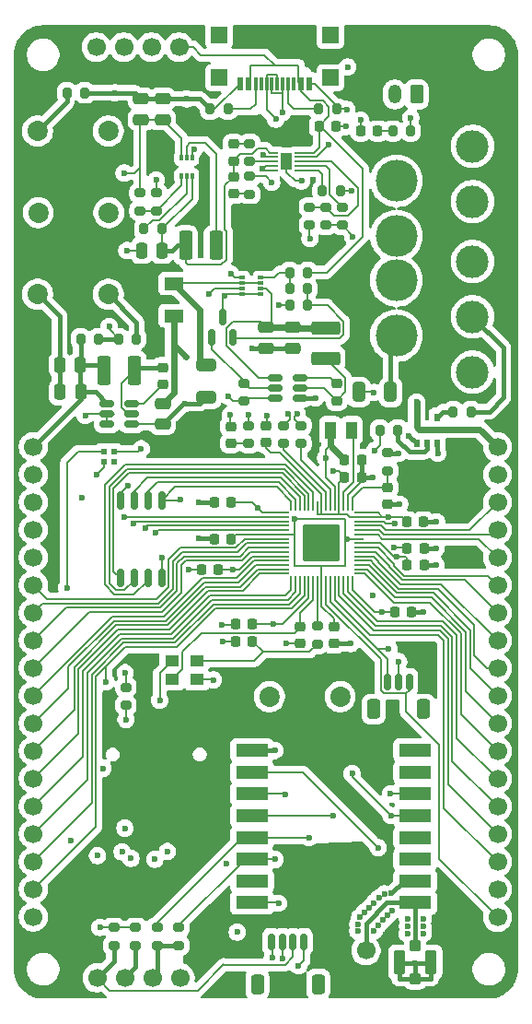
<source format=gtl>
%TF.GenerationSoftware,KiCad,Pcbnew,9.0.5*%
%TF.CreationDate,2025-11-15T07:59:09-05:00*%
%TF.ProjectId,PicoLume_v4,5069636f-4c75-46d6-955f-76342e6b6963,rev?*%
%TF.SameCoordinates,Original*%
%TF.FileFunction,Copper,L1,Top*%
%TF.FilePolarity,Positive*%
%FSLAX46Y46*%
G04 Gerber Fmt 4.6, Leading zero omitted, Abs format (unit mm)*
G04 Created by KiCad (PCBNEW 9.0.5) date 2025-11-15 07:59:09*
%MOMM*%
%LPD*%
G01*
G04 APERTURE LIST*
G04 Aperture macros list*
%AMRoundRect*
0 Rectangle with rounded corners*
0 $1 Rounding radius*
0 $2 $3 $4 $5 $6 $7 $8 $9 X,Y pos of 4 corners*
0 Add a 4 corners polygon primitive as box body*
4,1,4,$2,$3,$4,$5,$6,$7,$8,$9,$2,$3,0*
0 Add four circle primitives for the rounded corners*
1,1,$1+$1,$2,$3*
1,1,$1+$1,$4,$5*
1,1,$1+$1,$6,$7*
1,1,$1+$1,$8,$9*
0 Add four rect primitives between the rounded corners*
20,1,$1+$1,$2,$3,$4,$5,0*
20,1,$1+$1,$4,$5,$6,$7,0*
20,1,$1+$1,$6,$7,$8,$9,0*
20,1,$1+$1,$8,$9,$2,$3,0*%
%AMFreePoly0*
4,1,18,-0.437500,0.050000,-0.433694,0.069134,-0.422855,0.085355,-0.406634,0.096194,-0.387500,0.100000,0.387500,0.100000,0.437500,0.050000,0.437500,-0.050000,0.433694,-0.069134,0.422855,-0.085355,0.406634,-0.096194,0.387500,-0.100000,-0.387500,-0.100000,-0.406634,-0.096194,-0.422855,-0.085355,-0.433694,-0.069134,-0.437500,-0.050000,-0.437500,0.050000,-0.437500,0.050000,$1*%
%AMFreePoly1*
4,1,18,-0.437500,0.050000,-0.433694,0.069134,-0.422855,0.085355,-0.406634,0.096194,-0.387500,0.100000,0.387500,0.100000,0.406634,0.096194,0.422855,0.085355,0.433694,0.069134,0.437500,0.050000,0.437500,-0.050000,0.387500,-0.100000,-0.387500,-0.100000,-0.406634,-0.096194,-0.422855,-0.085355,-0.433694,-0.069134,-0.437500,-0.050000,-0.437500,0.050000,-0.437500,0.050000,$1*%
%AMFreePoly2*
4,1,18,-0.100000,0.387500,-0.050000,0.437500,0.050000,0.437500,0.069134,0.433694,0.085355,0.422855,0.096194,0.406634,0.100000,0.387500,0.100000,-0.387500,0.096194,-0.406634,0.085355,-0.422855,0.069134,-0.433694,0.050000,-0.437500,-0.050000,-0.437500,-0.069134,-0.433694,-0.085355,-0.422855,-0.096194,-0.406634,-0.100000,-0.387500,-0.100000,0.387500,-0.100000,0.387500,$1*%
%AMFreePoly3*
4,1,18,-0.100000,0.387500,-0.096194,0.406634,-0.085355,0.422855,-0.069134,0.433694,-0.050000,0.437500,0.050000,0.437500,0.100000,0.387500,0.100000,-0.387500,0.096194,-0.406634,0.085355,-0.422855,0.069134,-0.433694,0.050000,-0.437500,-0.050000,-0.437500,-0.069134,-0.433694,-0.085355,-0.422855,-0.096194,-0.406634,-0.100000,-0.387500,-0.100000,0.387500,-0.100000,0.387500,$1*%
%AMFreePoly4*
4,1,18,-0.437500,0.050000,-0.433694,0.069134,-0.422855,0.085355,-0.406634,0.096194,-0.387500,0.100000,0.387500,0.100000,0.406634,0.096194,0.422855,0.085355,0.433694,0.069134,0.437500,0.050000,0.437500,-0.050000,0.433694,-0.069134,0.422855,-0.085355,0.406634,-0.096194,0.387500,-0.100000,-0.387500,-0.100000,-0.437500,-0.050000,-0.437500,0.050000,-0.437500,0.050000,$1*%
%AMFreePoly5*
4,1,18,-0.437500,0.050000,-0.387500,0.100000,0.387500,0.100000,0.406634,0.096194,0.422855,0.085355,0.433694,0.069134,0.437500,0.050000,0.437500,-0.050000,0.433694,-0.069134,0.422855,-0.085355,0.406634,-0.096194,0.387500,-0.100000,-0.387500,-0.100000,-0.406634,-0.096194,-0.422855,-0.085355,-0.433694,-0.069134,-0.437500,-0.050000,-0.437500,0.050000,-0.437500,0.050000,$1*%
%AMFreePoly6*
4,1,18,-0.100000,0.387500,-0.096194,0.406634,-0.085355,0.422855,-0.069134,0.433694,-0.050000,0.437500,0.050000,0.437500,0.069134,0.433694,0.085355,0.422855,0.096194,0.406634,0.100000,0.387500,0.100000,-0.387500,0.050000,-0.437500,-0.050000,-0.437500,-0.069134,-0.433694,-0.085355,-0.422855,-0.096194,-0.406634,-0.100000,-0.387500,-0.100000,0.387500,-0.100000,0.387500,$1*%
%AMFreePoly7*
4,1,18,-0.100000,0.387500,-0.096194,0.406634,-0.085355,0.422855,-0.069134,0.433694,-0.050000,0.437500,0.050000,0.437500,0.069134,0.433694,0.085355,0.422855,0.096194,0.406634,0.100000,0.387500,0.100000,-0.387500,0.096194,-0.406634,0.085355,-0.422855,0.069134,-0.433694,0.050000,-0.437500,-0.050000,-0.437500,-0.100000,-0.387500,-0.100000,0.387500,-0.100000,0.387500,$1*%
G04 Aperture macros list end*
%TA.AperFunction,SMDPad,CuDef*%
%ADD10RoundRect,0.200000X-0.200000X-0.275000X0.200000X-0.275000X0.200000X0.275000X-0.200000X0.275000X0*%
%TD*%
%TA.AperFunction,SMDPad,CuDef*%
%ADD11RoundRect,0.225000X-0.250000X0.225000X-0.250000X-0.225000X0.250000X-0.225000X0.250000X0.225000X0*%
%TD*%
%TA.AperFunction,SMDPad,CuDef*%
%ADD12RoundRect,0.250000X0.250000X0.475000X-0.250000X0.475000X-0.250000X-0.475000X0.250000X-0.475000X0*%
%TD*%
%TA.AperFunction,ComponentPad*%
%ADD13C,3.840000*%
%TD*%
%TA.AperFunction,SMDPad,CuDef*%
%ADD14RoundRect,0.225000X0.225000X0.250000X-0.225000X0.250000X-0.225000X-0.250000X0.225000X-0.250000X0*%
%TD*%
%TA.AperFunction,SMDPad,CuDef*%
%ADD15R,0.550000X0.800000*%
%TD*%
%TA.AperFunction,SMDPad,CuDef*%
%ADD16RoundRect,0.225000X0.250000X-0.225000X0.250000X0.225000X-0.250000X0.225000X-0.250000X-0.225000X0*%
%TD*%
%TA.AperFunction,SMDPad,CuDef*%
%ADD17RoundRect,0.200000X-0.275000X0.200000X-0.275000X-0.200000X0.275000X-0.200000X0.275000X0.200000X0*%
%TD*%
%TA.AperFunction,SMDPad,CuDef*%
%ADD18RoundRect,0.225000X-0.225000X-0.250000X0.225000X-0.250000X0.225000X0.250000X-0.225000X0.250000X0*%
%TD*%
%TA.AperFunction,SMDPad,CuDef*%
%ADD19RoundRect,0.218750X0.218750X0.256250X-0.218750X0.256250X-0.218750X-0.256250X0.218750X-0.256250X0*%
%TD*%
%TA.AperFunction,ComponentPad*%
%ADD20C,3.000000*%
%TD*%
%TA.AperFunction,ComponentPad*%
%ADD21C,1.700000*%
%TD*%
%TA.AperFunction,SMDPad,CuDef*%
%ADD22FreePoly0,0.000000*%
%TD*%
%TA.AperFunction,SMDPad,CuDef*%
%ADD23RoundRect,0.050000X-0.387500X-0.050000X0.387500X-0.050000X0.387500X0.050000X-0.387500X0.050000X0*%
%TD*%
%TA.AperFunction,SMDPad,CuDef*%
%ADD24FreePoly1,0.000000*%
%TD*%
%TA.AperFunction,SMDPad,CuDef*%
%ADD25FreePoly2,0.000000*%
%TD*%
%TA.AperFunction,SMDPad,CuDef*%
%ADD26RoundRect,0.050000X-0.050000X-0.387500X0.050000X-0.387500X0.050000X0.387500X-0.050000X0.387500X0*%
%TD*%
%TA.AperFunction,SMDPad,CuDef*%
%ADD27FreePoly3,0.000000*%
%TD*%
%TA.AperFunction,SMDPad,CuDef*%
%ADD28FreePoly4,0.000000*%
%TD*%
%TA.AperFunction,SMDPad,CuDef*%
%ADD29FreePoly5,0.000000*%
%TD*%
%TA.AperFunction,SMDPad,CuDef*%
%ADD30FreePoly6,0.000000*%
%TD*%
%TA.AperFunction,SMDPad,CuDef*%
%ADD31FreePoly7,0.000000*%
%TD*%
%TA.AperFunction,ComponentPad*%
%ADD32C,0.600000*%
%TD*%
%TA.AperFunction,SMDPad,CuDef*%
%ADD33RoundRect,0.153000X1.547000X-1.547000X1.547000X1.547000X-1.547000X1.547000X-1.547000X-1.547000X0*%
%TD*%
%TA.AperFunction,SMDPad,CuDef*%
%ADD34RoundRect,0.150000X-0.512500X-0.150000X0.512500X-0.150000X0.512500X0.150000X-0.512500X0.150000X0*%
%TD*%
%TA.AperFunction,SMDPad,CuDef*%
%ADD35RoundRect,0.100000X-0.400000X-0.400000X0.400000X-0.400000X0.400000X0.400000X-0.400000X0.400000X0*%
%TD*%
%TA.AperFunction,SMDPad,CuDef*%
%ADD36RoundRect,0.105000X-0.420000X-0.995000X0.420000X-0.995000X0.420000X0.995000X-0.420000X0.995000X0*%
%TD*%
%TA.AperFunction,SMDPad,CuDef*%
%ADD37RoundRect,0.200000X0.275000X-0.200000X0.275000X0.200000X-0.275000X0.200000X-0.275000X-0.200000X0*%
%TD*%
%TA.AperFunction,SMDPad,CuDef*%
%ADD38R,1.820000X1.160000*%
%TD*%
%TA.AperFunction,SMDPad,CuDef*%
%ADD39RoundRect,0.250000X-0.375000X-1.075000X0.375000X-1.075000X0.375000X1.075000X-0.375000X1.075000X0*%
%TD*%
%TA.AperFunction,SMDPad,CuDef*%
%ADD40R,0.550000X0.550000*%
%TD*%
%TA.AperFunction,SMDPad,CuDef*%
%ADD41RoundRect,0.200000X0.200000X0.275000X-0.200000X0.275000X-0.200000X-0.275000X0.200000X-0.275000X0*%
%TD*%
%TA.AperFunction,ComponentPad*%
%ADD42RoundRect,0.250000X0.350000X0.625000X-0.350000X0.625000X-0.350000X-0.625000X0.350000X-0.625000X0*%
%TD*%
%TA.AperFunction,ComponentPad*%
%ADD43O,1.200000X1.750000*%
%TD*%
%TA.AperFunction,SMDPad,CuDef*%
%ADD44RoundRect,0.250000X0.475000X-0.250000X0.475000X0.250000X-0.475000X0.250000X-0.475000X-0.250000X0*%
%TD*%
%TA.AperFunction,SMDPad,CuDef*%
%ADD45RoundRect,0.150000X0.150000X0.625000X-0.150000X0.625000X-0.150000X-0.625000X0.150000X-0.625000X0*%
%TD*%
%TA.AperFunction,SMDPad,CuDef*%
%ADD46RoundRect,0.250000X0.350000X0.650000X-0.350000X0.650000X-0.350000X-0.650000X0.350000X-0.650000X0*%
%TD*%
%TA.AperFunction,ComponentPad*%
%ADD47C,1.860000*%
%TD*%
%TA.AperFunction,SMDPad,CuDef*%
%ADD48RoundRect,0.250000X0.375000X1.075000X-0.375000X1.075000X-0.375000X-1.075000X0.375000X-1.075000X0*%
%TD*%
%TA.AperFunction,SMDPad,CuDef*%
%ADD49RoundRect,0.250000X-0.650000X0.325000X-0.650000X-0.325000X0.650000X-0.325000X0.650000X0.325000X0*%
%TD*%
%TA.AperFunction,SMDPad,CuDef*%
%ADD50RoundRect,0.218750X0.256250X-0.218750X0.256250X0.218750X-0.256250X0.218750X-0.256250X-0.218750X0*%
%TD*%
%TA.AperFunction,SMDPad,CuDef*%
%ADD51RoundRect,0.250000X0.325000X0.650000X-0.325000X0.650000X-0.325000X-0.650000X0.325000X-0.650000X0*%
%TD*%
%TA.AperFunction,SMDPad,CuDef*%
%ADD52R,0.750000X0.200000*%
%TD*%
%TA.AperFunction,SMDPad,CuDef*%
%ADD53R,1.000000X1.600000*%
%TD*%
%TA.AperFunction,SMDPad,CuDef*%
%ADD54R,3.000000X1.200000*%
%TD*%
%TA.AperFunction,SMDPad,CuDef*%
%ADD55RoundRect,0.250000X-0.475000X0.250000X-0.475000X-0.250000X0.475000X-0.250000X0.475000X0.250000X0*%
%TD*%
%TA.AperFunction,SMDPad,CuDef*%
%ADD56RoundRect,0.250000X-1.075000X0.375000X-1.075000X-0.375000X1.075000X-0.375000X1.075000X0.375000X0*%
%TD*%
%TA.AperFunction,SMDPad,CuDef*%
%ADD57R,0.600000X1.150000*%
%TD*%
%TA.AperFunction,SMDPad,CuDef*%
%ADD58R,0.300000X1.150000*%
%TD*%
%TA.AperFunction,SMDPad,CuDef*%
%ADD59R,1.500000X1.500000*%
%TD*%
%TA.AperFunction,SMDPad,CuDef*%
%ADD60R,0.475000X0.300000*%
%TD*%
%TA.AperFunction,SMDPad,CuDef*%
%ADD61RoundRect,0.218750X-0.256250X0.218750X-0.256250X-0.218750X0.256250X-0.218750X0.256250X0.218750X0*%
%TD*%
%TA.AperFunction,SMDPad,CuDef*%
%ADD62RoundRect,0.162500X-0.162500X0.650000X-0.162500X-0.650000X0.162500X-0.650000X0.162500X0.650000X0*%
%TD*%
%TA.AperFunction,SMDPad,CuDef*%
%ADD63RoundRect,0.150000X-0.150000X-0.625000X0.150000X-0.625000X0.150000X0.625000X-0.150000X0.625000X0*%
%TD*%
%TA.AperFunction,SMDPad,CuDef*%
%ADD64RoundRect,0.250000X-0.350000X-0.650000X0.350000X-0.650000X0.350000X0.650000X-0.350000X0.650000X0*%
%TD*%
%TA.AperFunction,SMDPad,CuDef*%
%ADD65RoundRect,0.150000X0.150000X-0.587500X0.150000X0.587500X-0.150000X0.587500X-0.150000X-0.587500X0*%
%TD*%
%TA.AperFunction,SMDPad,CuDef*%
%ADD66R,1.300000X1.050000*%
%TD*%
%TA.AperFunction,SMDPad,CuDef*%
%ADD67R,0.300000X0.475000*%
%TD*%
%TA.AperFunction,ViaPad*%
%ADD68C,0.600000*%
%TD*%
%TA.AperFunction,Conductor*%
%ADD69C,0.400000*%
%TD*%
%TA.AperFunction,Conductor*%
%ADD70C,0.200000*%
%TD*%
%TA.AperFunction,Conductor*%
%ADD71C,0.600000*%
%TD*%
G04 APERTURE END LIST*
D10*
%TO.P,R31,2*%
%TO.N,/5V_PIN14*%
X145375000Y-79800000D03*
%TO.P,R31,1*%
%TO.N,Net-(R31-Pad1)*%
X143725000Y-79800000D03*
%TD*%
%TO.P,R15,2*%
%TO.N,Net-(R15-Pad2)*%
X138625000Y-81500000D03*
%TO.P,R15,1*%
%TO.N,/GPIO14*%
X136975000Y-81500000D03*
%TD*%
D11*
%TO.P,C13,1*%
%TO.N,/XIN*%
X129675000Y-99550000D03*
%TO.P,C13,2*%
%TO.N,GND*%
X129675000Y-101100000D03*
%TD*%
%TO.P,C9,1*%
%TO.N,/VREG_AVDD*%
X137700000Y-86725000D03*
%TO.P,C9,2*%
%TO.N,GND*%
X137700000Y-88275000D03*
%TD*%
D12*
%TO.P,C20,1*%
%TO.N,+3V3*%
X109400000Y-75500000D03*
%TO.P,C20,2*%
%TO.N,GND*%
X107500000Y-75500000D03*
%TD*%
D13*
%TO.P,J12,1,1*%
%TO.N,EXTPOWER*%
X138500000Y-58580000D03*
%TO.P,J12,2,2*%
%TO.N,EXT_FUSED*%
X138500000Y-72800000D03*
%TO.P,J12,3,3*%
%TO.N,EXTPOWER*%
X138500000Y-63660000D03*
%TO.P,J12,4,4*%
%TO.N,EXT_FUSED*%
X138500000Y-67720000D03*
%TD*%
D14*
%TO.P,C3,1*%
%TO.N,+3V3*%
X122125000Y-94275000D03*
%TO.P,C3,2*%
%TO.N,GND*%
X120575000Y-94275000D03*
%TD*%
D15*
%TO.P,U6,1*%
%TO.N,GND*%
X140350000Y-82700000D03*
%TO.P,U6,2*%
%TO.N,Net-(R15-Pad2)*%
X141300000Y-82700000D03*
%TO.P,U6,3,GND*%
%TO.N,GND*%
X142250000Y-82700000D03*
%TO.P,U6,4*%
%TO.N,Net-(R31-Pad1)*%
X142250000Y-80300000D03*
%TO.P,U6,5,VCC*%
%TO.N,+5V*%
X140350000Y-80300000D03*
%TD*%
D16*
%TO.P,C1,1*%
%TO.N,+3V3*%
X126525000Y-82650000D03*
%TO.P,C1,2*%
%TO.N,GND*%
X126525000Y-81100000D03*
%TD*%
D10*
%TO.P,R4,1*%
%TO.N,Net-(R4-Pad1)*%
X108175000Y-50500000D03*
%TO.P,R4,2*%
%TO.N,GND*%
X109825000Y-50500000D03*
%TD*%
D17*
%TO.P,R8,1*%
%TO.N,/USB_N*%
X129725000Y-81050000D03*
%TO.P,R8,2*%
%TO.N,Net-(U1-USB_DM)*%
X129725000Y-82700000D03*
%TD*%
%TO.P,R17,1*%
%TO.N,GND*%
X116400000Y-59675000D03*
%TO.P,R17,2*%
%TO.N,Net-(IC3-FB)*%
X116400000Y-61325000D03*
%TD*%
%TO.P,R12,1*%
%TO.N,Net-(JP1-A)*%
X112500000Y-127175000D03*
%TO.P,R12,2*%
%TO.N,/GPIO4*%
X112500000Y-128825000D03*
%TD*%
D14*
%TO.P,C8,1*%
%TO.N,+1V1*%
X123300000Y-91475000D03*
%TO.P,C8,2*%
%TO.N,GND*%
X121750000Y-91475000D03*
%TD*%
D18*
%TO.P,C12,1*%
%TO.N,+1V1*%
X133725000Y-84200000D03*
%TO.P,C12,2*%
%TO.N,GND*%
X135275000Y-84200000D03*
%TD*%
D19*
%TO.P,D2,1,K*%
%TO.N,Net-(D2-K)*%
X136787500Y-54000000D03*
%TO.P,D2,2,A*%
%TO.N,+3V3*%
X135212500Y-54000000D03*
%TD*%
D20*
%TO.P,J7,1,Pin_1*%
%TO.N,GND*%
X145500000Y-66000000D03*
%TO.P,J7,2,Pin_2*%
%TO.N,/5V_PIN14*%
X145500000Y-71080000D03*
%TO.P,J7,3,Pin_3*%
%TO.N,EXT_FUSED*%
X145500000Y-76160000D03*
%TD*%
D21*
%TO.P,J1,1,Pin_1*%
%TO.N,+3V3*%
X105100000Y-83020000D03*
%TO.P,J1,2,Pin_2*%
%TO.N,/GPIO0*%
X105100000Y-85560000D03*
%TO.P,J1,3,Pin_3*%
%TO.N,/GPIO1*%
X105100000Y-88100000D03*
%TO.P,J1,4,Pin_4*%
%TO.N,/GPIO2*%
X105100000Y-90640000D03*
%TO.P,J1,5,Pin_5*%
%TO.N,/GPIO3*%
X105100000Y-93180000D03*
%TO.P,J1,6,Pin_6*%
%TO.N,/GPIO4*%
X105100000Y-95720000D03*
%TO.P,J1,7,Pin_7*%
%TO.N,/GPIO5*%
X105100000Y-98260000D03*
%TO.P,J1,8,Pin_8*%
%TO.N,/GPIO6*%
X105100000Y-100800000D03*
%TO.P,J1,9,Pin_9*%
%TO.N,/GPIO7*%
X105100000Y-103340000D03*
%TO.P,J1,10,Pin_10*%
%TO.N,/GPIO8*%
X105100000Y-105880000D03*
%TO.P,J1,11,Pin_11*%
%TO.N,/GPIO9*%
X105100000Y-108420000D03*
%TO.P,J1,12,Pin_12*%
%TO.N,/GPIO10*%
X105100000Y-110960000D03*
%TO.P,J1,13,Pin_13*%
%TO.N,/GPIO11*%
X105100000Y-113500000D03*
%TO.P,J1,14,Pin_14*%
%TO.N,/GPIO12*%
X105100000Y-116040000D03*
%TO.P,J1,15,Pin_15*%
%TO.N,/GPIO13*%
X105100000Y-118580000D03*
%TO.P,J1,16,Pin_16*%
%TO.N,/GPIO14*%
X105100000Y-121120000D03*
%TO.P,J1,17,Pin_17*%
%TO.N,/GPIO15*%
X105100000Y-123660000D03*
%TO.P,J1,18,Pin_18*%
%TO.N,GND*%
X105100000Y-126200000D03*
%TD*%
D22*
%TO.P,U1,1,IOVDD*%
%TO.N,+3V3*%
X128187500Y-89075000D03*
D23*
%TO.P,U1,2,GPIO0*%
%TO.N,/GPIO0*%
X128187500Y-89475000D03*
%TO.P,U1,3,GPIO1*%
%TO.N,/GPIO1*%
X128187500Y-89875000D03*
%TO.P,U1,4,GPIO2*%
%TO.N,/GPIO2*%
X128187500Y-90275000D03*
%TO.P,U1,5,GPIO3*%
%TO.N,/GPIO3*%
X128187500Y-90675000D03*
%TO.P,U1,6,DVDD*%
%TO.N,+1V1*%
X128187500Y-91075000D03*
%TO.P,U1,7,GPIO4*%
%TO.N,/GPIO4*%
X128187500Y-91475000D03*
%TO.P,U1,8,GPIO5*%
%TO.N,/GPIO5*%
X128187500Y-91875000D03*
%TO.P,U1,9,GPIO6*%
%TO.N,/GPIO6*%
X128187500Y-92275000D03*
%TO.P,U1,10,GPIO7*%
%TO.N,/GPIO7*%
X128187500Y-92675000D03*
%TO.P,U1,11,IOVDD*%
%TO.N,+3V3*%
X128187500Y-93075000D03*
%TO.P,U1,12,GPIO8*%
%TO.N,/GPIO8*%
X128187500Y-93475000D03*
%TO.P,U1,13,GPIO9*%
%TO.N,/GPIO9*%
X128187500Y-93875000D03*
%TO.P,U1,14,GPIO10*%
%TO.N,/GPIO10*%
X128187500Y-94275000D03*
D24*
%TO.P,U1,15,GPIO11*%
%TO.N,/GPIO11*%
X128187500Y-94675000D03*
D25*
%TO.P,U1,16,GPIO12*%
%TO.N,/GPIO12*%
X128825000Y-95312500D03*
D26*
%TO.P,U1,17,GPIO13*%
%TO.N,/GPIO13*%
X129225000Y-95312500D03*
%TO.P,U1,18,GPIO14*%
%TO.N,/GPIO14*%
X129625000Y-95312500D03*
%TO.P,U1,19,GPIO15*%
%TO.N,/GPIO15*%
X130025000Y-95312500D03*
%TO.P,U1,20,IOVDD*%
%TO.N,+3V3*%
X130425000Y-95312500D03*
%TO.P,U1,21,XIN*%
%TO.N,/XIN*%
X130825000Y-95312500D03*
%TO.P,U1,22,XOUT*%
%TO.N,/XOUT*%
X131225000Y-95312500D03*
%TO.P,U1,23,DVDD*%
%TO.N,+1V1*%
X131625000Y-95312500D03*
%TO.P,U1,24,SWCLK*%
%TO.N,/SWCLK*%
X132025000Y-95312500D03*
%TO.P,U1,25,SWD*%
%TO.N,/SWD*%
X132425000Y-95312500D03*
%TO.P,U1,26,RUN*%
%TO.N,/RUN*%
X132825000Y-95312500D03*
%TO.P,U1,27,GPIO16*%
%TO.N,/GPIO16*%
X133225000Y-95312500D03*
%TO.P,U1,28,GPIO17*%
%TO.N,/GPIO17*%
X133625000Y-95312500D03*
%TO.P,U1,29,GPIO18*%
%TO.N,/GPIO18*%
X134025000Y-95312500D03*
D27*
%TO.P,U1,30,IOVDD*%
%TO.N,+3V3*%
X134425000Y-95312500D03*
D28*
%TO.P,U1,31,GPIO19*%
%TO.N,/GPIO19*%
X135062500Y-94675000D03*
D23*
%TO.P,U1,32,GPIO20*%
%TO.N,/GPIO20*%
X135062500Y-94275000D03*
%TO.P,U1,33,GPIO21*%
%TO.N,/GPIO21*%
X135062500Y-93875000D03*
%TO.P,U1,34,GPIO22*%
%TO.N,/GPIO22*%
X135062500Y-93475000D03*
%TO.P,U1,35,GPIO23*%
%TO.N,/GPIO23*%
X135062500Y-93075000D03*
%TO.P,U1,36,GPIO24*%
%TO.N,/GPIO24*%
X135062500Y-92675000D03*
%TO.P,U1,37,GPIO25*%
%TO.N,/GPIO25*%
X135062500Y-92275000D03*
%TO.P,U1,38,IOVDD*%
%TO.N,+3V3*%
X135062500Y-91875000D03*
%TO.P,U1,39,DVDD*%
%TO.N,+1V1*%
X135062500Y-91475000D03*
%TO.P,U1,40,GPIO26_ADC0*%
%TO.N,/GPIO26_ADC0*%
X135062500Y-91075000D03*
%TO.P,U1,41,GPIO27_ADC1*%
%TO.N,/GPIO27_ADC1*%
X135062500Y-90675000D03*
%TO.P,U1,42,GPIO28_ADC2*%
%TO.N,/GPIO28_ADC2*%
X135062500Y-90275000D03*
%TO.P,U1,43,GPIO29_ADC3*%
%TO.N,/GPIO29_ADC3*%
X135062500Y-89875000D03*
%TO.P,U1,44,ADC_AVDD*%
%TO.N,+3V3*%
X135062500Y-89475000D03*
D29*
%TO.P,U1,45,IOVDD*%
X135062500Y-89075000D03*
D30*
%TO.P,U1,46,VREG_AVDD*%
%TO.N,/VREG_AVDD*%
X134425000Y-88437500D03*
D26*
%TO.P,U1,47,VREG_PGND*%
%TO.N,GND*%
X134025000Y-88437500D03*
%TO.P,U1,48,VREG_LX*%
%TO.N,/VREG_LX*%
X133625000Y-88437500D03*
%TO.P,U1,49,VREG_VIN*%
%TO.N,+3V3*%
X133225000Y-88437500D03*
%TO.P,U1,50,VREG_FB*%
%TO.N,+1V1*%
X132825000Y-88437500D03*
%TO.P,U1,51,USB_DM*%
%TO.N,Net-(U1-USB_DM)*%
X132425000Y-88437500D03*
%TO.P,U1,52,USB_DP*%
%TO.N,Net-(U1-USB_DP)*%
X132025000Y-88437500D03*
%TO.P,U1,53,USB_OTP_VDD*%
%TO.N,+3V3*%
X131625000Y-88437500D03*
%TO.P,U1,54,QSPI_IOVDD*%
X131225000Y-88437500D03*
%TO.P,U1,55,QSPI_SD3*%
%TO.N,/QSPI_SD3*%
X130825000Y-88437500D03*
%TO.P,U1,56,QSPI_SCLK*%
%TO.N,/QSPI_SCLK*%
X130425000Y-88437500D03*
%TO.P,U1,57,QSPI_SD0*%
%TO.N,/QSPI_SD0*%
X130025000Y-88437500D03*
%TO.P,U1,58,QSPI_SD2*%
%TO.N,/QSPI_SD2*%
X129625000Y-88437500D03*
%TO.P,U1,59,QSPI_SD1*%
%TO.N,/QSPI_SD1*%
X129225000Y-88437500D03*
D31*
%TO.P,U1,60,QSPI_SS*%
%TO.N,/QSPI_SS*%
X128825000Y-88437500D03*
D32*
%TO.P,U1,61,GND*%
%TO.N,GND*%
X130250000Y-90500000D03*
X130250000Y-91875000D03*
X130250000Y-93250000D03*
X131625000Y-90500000D03*
X131625000Y-91875000D03*
D33*
X131625000Y-91875000D03*
D32*
X131625000Y-93250000D03*
X133000000Y-90500000D03*
X133000000Y-91875000D03*
X133000000Y-93250000D03*
%TD*%
D34*
%TO.P,U5,1,FB*%
%TO.N,+3V3*%
X111862500Y-79050000D03*
%TO.P,U5,2,EN*%
%TO.N,+5V*%
X111862500Y-80000000D03*
%TO.P,U5,3,IN*%
X111862500Y-80950000D03*
%TO.P,U5,4,GND*%
%TO.N,GND*%
X114137500Y-80950000D03*
%TO.P,U5,5,SW*%
%TO.N,Net-(U5-SW)*%
X114137500Y-80000000D03*
%TO.P,U5,6,BST*%
%TO.N,Net-(U5-BST)*%
X114137500Y-79050000D03*
%TD*%
D35*
%TO.P,J8,1,In*%
%TO.N,Net-(J5-Pin_1)*%
X140225000Y-128875000D03*
D36*
%TO.P,J8,2,Ext*%
%TO.N,GND*%
X141700000Y-130375000D03*
D35*
X140225000Y-131875000D03*
D36*
X138750000Y-130375000D03*
%TD*%
D10*
%TO.P,R23,1*%
%TO.N,GND*%
X128675000Y-70000000D03*
%TO.P,R23,2*%
%TO.N,Net-(Q4-B)*%
X130325000Y-70000000D03*
%TD*%
D37*
%TO.P,R28,1*%
%TO.N,GND*%
X133500000Y-62650000D03*
%TO.P,R28,2*%
%TO.N,Net-(IC2-ILIM{slash}VSET)*%
X133500000Y-61000000D03*
%TD*%
D17*
%TO.P,R11,1*%
%TO.N,Net-(JP1-A)*%
X114510000Y-127175000D03*
%TO.P,R11,2*%
%TO.N,/GPIO5*%
X114510000Y-128825000D03*
%TD*%
D21*
%TO.P,J5,1,Pin_1*%
%TO.N,Net-(J5-Pin_1)*%
X135700000Y-129300000D03*
%TD*%
D14*
%TO.P,C14,1*%
%TO.N,Net-(C14-Pad1)*%
X125275000Y-100900000D03*
%TO.P,C14,2*%
%TO.N,GND*%
X123725000Y-100900000D03*
%TD*%
D12*
%TO.P,C22,1*%
%TO.N,VSYS*%
X116950000Y-65000000D03*
%TO.P,C22,2*%
%TO.N,GND*%
X115050000Y-65000000D03*
%TD*%
D38*
%TO.P,F2,1*%
%TO.N,Net-(IC1-VOUT_1)*%
X118000000Y-68025000D03*
%TO.P,F2,2*%
%TO.N,+5V*%
X118000000Y-70975000D03*
%TD*%
D39*
%TO.P,L2,1,1*%
%TO.N,+3V3*%
X111600000Y-76000000D03*
%TO.P,L2,2,2*%
%TO.N,Net-(U5-SW)*%
X114400000Y-76000000D03*
%TD*%
D18*
%TO.P,C6,1*%
%TO.N,+3V3*%
X138325000Y-98200000D03*
%TO.P,C6,2*%
%TO.N,GND*%
X139875000Y-98200000D03*
%TD*%
D12*
%TO.P,C16,1*%
%TO.N,+3V3*%
X109450000Y-78000000D03*
%TO.P,C16,2*%
%TO.N,GND*%
X107550000Y-78000000D03*
%TD*%
D40*
%TO.P,D3,1,VDD*%
%TO.N,+3V3*%
X111575000Y-84400000D03*
%TO.P,D3,2,DOUT*%
%TO.N,unconnected-(D3-DOUT-Pad2)*%
X112525000Y-84400000D03*
%TO.P,D3,3,VSS*%
%TO.N,GND*%
X112525000Y-83450000D03*
%TO.P,D3,4,DIN*%
%TO.N,/GPIO15*%
X111575000Y-83450000D03*
%TD*%
D41*
%TO.P,R22,1*%
%TO.N,Net-(Q4-B)*%
X130325000Y-68500000D03*
%TO.P,R22,2*%
%TO.N,Net-(IC1-ST)*%
X128675000Y-68500000D03*
%TD*%
D10*
%TO.P,R14,1*%
%TO.N,/EN*%
X115275000Y-63000000D03*
%TO.P,R14,2*%
%TO.N,VSYS*%
X116925000Y-63000000D03*
%TD*%
D18*
%TO.P,C28,1*%
%TO.N,+3V3*%
X133725000Y-85800000D03*
%TO.P,C28,2*%
%TO.N,GND*%
X135275000Y-85800000D03*
%TD*%
D37*
%TO.P,R26,1*%
%TO.N,Net-(JP3-A)*%
X130500000Y-62650000D03*
%TO.P,R26,2*%
%TO.N,Net-(IC2-ISET)*%
X130500000Y-61000000D03*
%TD*%
D17*
%TO.P,R7,1*%
%TO.N,/USB_P*%
X128125000Y-81050000D03*
%TO.P,R7,2*%
%TO.N,Net-(U1-USB_DP)*%
X128125000Y-82700000D03*
%TD*%
D42*
%TO.P,J9,1,Pin_1*%
%TO.N,VBAT*%
X140350000Y-50650000D03*
D43*
%TO.P,J9,2,Pin_2*%
%TO.N,GND*%
X138350000Y-50650000D03*
%TD*%
D44*
%TO.P,C17,1*%
%TO.N,VSYS_5V*%
X117000000Y-52950000D03*
%TO.P,C17,2*%
%TO.N,GND*%
X117000000Y-51050000D03*
%TD*%
D37*
%TO.P,R9,1*%
%TO.N,Net-(D1-A)*%
X124925000Y-82700000D03*
%TO.P,R9,2*%
%TO.N,/GPIO25*%
X124925000Y-81050000D03*
%TD*%
D45*
%TO.P,J10,1,Pin_1*%
%TO.N,/SWCLK*%
X139700000Y-104600000D03*
%TO.P,J10,2,Pin_2*%
%TO.N,GND*%
X138700000Y-104600000D03*
%TO.P,J10,3,Pin_3*%
%TO.N,/SWD*%
X137700000Y-104600000D03*
D46*
%TO.P,J10,MP*%
%TO.N,N/C*%
X141000000Y-107125000D03*
X136400000Y-107125000D03*
%TD*%
D10*
%TO.P,R10,1*%
%TO.N,+3V3*%
X109450000Y-73100000D03*
%TO.P,R10,2*%
%TO.N,/QSPI_SS*%
X111100000Y-73100000D03*
%TD*%
D17*
%TO.P,R1,1*%
%TO.N,/XOUT*%
X131225000Y-99500000D03*
%TO.P,R1,2*%
%TO.N,Net-(C14-Pad1)*%
X131225000Y-101150000D03*
%TD*%
D21*
%TO.P,J3,1,Pin_1*%
%TO.N,+5V*%
X147800000Y-83040000D03*
%TO.P,J3,2,Pin_2*%
%TO.N,/GPIO29_ADC3*%
X147800000Y-85580000D03*
%TO.P,J3,3,Pin_3*%
%TO.N,/GPIO28_ADC2*%
X147800000Y-88120000D03*
%TO.P,J3,4,Pin_4*%
%TO.N,/GPIO27_ADC1*%
X147800000Y-90660000D03*
%TO.P,J3,5,Pin_5*%
%TO.N,/GPIO26_ADC0*%
X147800000Y-93200000D03*
%TO.P,J3,6,Pin_6*%
%TO.N,/GPIO25*%
X147800000Y-95740000D03*
%TO.P,J3,7,Pin_7*%
%TO.N,/GPIO24*%
X147800000Y-98280000D03*
%TO.P,J3,8,Pin_8*%
%TO.N,/GPIO23*%
X147800000Y-100820000D03*
%TO.P,J3,9,Pin_9*%
%TO.N,/GPIO22*%
X147800000Y-103360000D03*
%TO.P,J3,10,Pin_10*%
%TO.N,/GPIO21*%
X147800000Y-105900000D03*
%TO.P,J3,11,Pin_11*%
%TO.N,/GPIO20*%
X147800000Y-108440000D03*
%TO.P,J3,12,Pin_12*%
%TO.N,/GPIO19*%
X147800000Y-110980000D03*
%TO.P,J3,13,Pin_13*%
%TO.N,/GPIO18*%
X147800000Y-113520000D03*
%TO.P,J3,14,Pin_14*%
%TO.N,/GPIO17*%
X147800000Y-116060000D03*
%TO.P,J3,15,Pin_15*%
%TO.N,/GPIO16*%
X147800000Y-118600000D03*
%TO.P,J3,16,Pin_16*%
%TO.N,/RUN*%
X147800000Y-121140000D03*
%TO.P,J3,17,Pin_17*%
%TO.N,/SWD*%
X147800000Y-123680000D03*
%TO.P,J3,18,Pin_18*%
%TO.N,/SWCLK*%
X147800000Y-126220000D03*
%TD*%
D17*
%TO.P,R20,1*%
%TO.N,Net-(Q4-C)*%
X124500000Y-77175000D03*
%TO.P,R20,2*%
%TO.N,EXT_FUSED*%
X124500000Y-78825000D03*
%TD*%
D47*
%TO.P,SW4,1,1*%
%TO.N,GND*%
X126825000Y-105975000D03*
%TO.P,SW4,2,2*%
%TO.N,/GPIO22*%
X133325000Y-105975000D03*
%TD*%
D41*
%TO.P,R29,1*%
%TO.N,GND*%
X133325000Y-59500000D03*
%TO.P,R29,2*%
%TO.N,Net-(IC2-TS{slash}MR)*%
X131675000Y-59500000D03*
%TD*%
D18*
%TO.P,C27,1*%
%TO.N,VBUS*%
X131400000Y-53575000D03*
%TO.P,C27,2*%
%TO.N,GND*%
X132950000Y-53575000D03*
%TD*%
D48*
%TO.P,L4,1,1*%
%TO.N,Net-(IC3-SW)*%
X121900000Y-64500000D03*
%TO.P,L4,2,2*%
%TO.N,VSYS*%
X119100000Y-64500000D03*
%TD*%
D17*
%TO.P,R25,1*%
%TO.N,Net-(IC2-STAT1)*%
X125000000Y-58175000D03*
%TO.P,R25,2*%
%TO.N,Net-(Fault1-K)*%
X125000000Y-59825000D03*
%TD*%
D37*
%TO.P,R16,1*%
%TO.N,Net-(IC3-FB)*%
X114900000Y-61325000D03*
%TO.P,R16,2*%
%TO.N,VSYS_5V*%
X114900000Y-59675000D03*
%TD*%
D49*
%TO.P,C26,1*%
%TO.N,Net-(IC1-VOUT_1)*%
X121000000Y-75525000D03*
%TO.P,C26,2*%
%TO.N,GND*%
X121000000Y-78475000D03*
%TD*%
D50*
%TO.P,Fault1,1,K*%
%TO.N,Net-(Fault1-K)*%
X123500000Y-59787500D03*
%TO.P,Fault1,2,A*%
%TO.N,VSYS*%
X123500000Y-58212500D03*
%TD*%
D21*
%TO.P,J13,1,Pin_1*%
%TO.N,GND*%
X110890000Y-46300000D03*
%TO.P,J13,2,Pin_2*%
%TO.N,/USB_P*%
X113430000Y-46300000D03*
%TO.P,J13,3,Pin_3*%
%TO.N,/USB_N*%
X115970000Y-46300000D03*
%TO.P,J13,4,Pin_4*%
%TO.N,VBUS*%
X118510000Y-46300000D03*
%TD*%
D34*
%TO.P,U8,1,FB*%
%TO.N,+5V_BUCK*%
X127362500Y-76662500D03*
%TO.P,U8,2,EN*%
%TO.N,Net-(Q4-C)*%
X127362500Y-77612500D03*
%TO.P,U8,3,IN*%
%TO.N,EXT_FUSED*%
X127362500Y-78562500D03*
%TO.P,U8,4,GND*%
%TO.N,GND*%
X129637500Y-78562500D03*
%TO.P,U8,5,SW*%
%TO.N,Net-(U8-SW)*%
X129637500Y-77612500D03*
%TO.P,U8,6,BST*%
%TO.N,Net-(U8-BST)*%
X129637500Y-76662500D03*
%TD*%
D21*
%TO.P,J2,1,Pin_1*%
%TO.N,/GPIO4*%
X110980000Y-131800000D03*
%TO.P,J2,2,Pin_2*%
%TO.N,/GPIO5*%
X113520000Y-131800000D03*
%TO.P,J2,3,Pin_3*%
%TO.N,+3V3*%
X116060000Y-131800000D03*
%TO.P,J2,4,Pin_4*%
%TO.N,GND*%
X118600000Y-131800000D03*
%TD*%
D51*
%TO.P,C23,1*%
%TO.N,EXT_FUSED*%
X137975000Y-78000000D03*
%TO.P,C23,2*%
%TO.N,GND*%
X135025000Y-78000000D03*
%TD*%
D47*
%TO.P,SW3,1,1*%
%TO.N,GND*%
X105550000Y-61500000D03*
%TO.P,SW3,2,2*%
%TO.N,/GPIO23*%
X112050000Y-61500000D03*
%TD*%
D11*
%TO.P,C10,1*%
%TO.N,+1V1*%
X132775000Y-99525000D03*
%TO.P,C10,2*%
%TO.N,GND*%
X132775000Y-101075000D03*
%TD*%
D47*
%TO.P,SW1,1,1*%
%TO.N,GND*%
X105500000Y-69000000D03*
%TO.P,SW1,2,2*%
%TO.N,Net-(R6-Pad2)*%
X112000000Y-69000000D03*
%TD*%
D18*
%TO.P,C11,1*%
%TO.N,+1V1*%
X139475000Y-92350000D03*
%TO.P,C11,2*%
%TO.N,GND*%
X141025000Y-92350000D03*
%TD*%
%TO.P,C4,1*%
%TO.N,+3V3*%
X139425000Y-89900000D03*
%TO.P,C4,2*%
%TO.N,GND*%
X140975000Y-89900000D03*
%TD*%
D52*
%TO.P,IC2,1,SYS*%
%TO.N,VSYS*%
X127300000Y-56000000D03*
%TO.P,IC2,2,BAT*%
%TO.N,VBAT*%
X127300000Y-56400000D03*
%TO.P,IC2,3,STAT2*%
%TO.N,Net-(IC2-STAT2)*%
X127300000Y-56800000D03*
%TO.P,IC2,4,~{CE}*%
%TO.N,GND*%
X127300000Y-57200000D03*
%TO.P,IC2,5,GND*%
X127300000Y-57600000D03*
%TO.P,IC2,6,TS/MR*%
%TO.N,Net-(IC2-TS{slash}MR)*%
X129500000Y-57600000D03*
%TO.P,IC2,7,ILIM/VSET*%
%TO.N,Net-(IC2-ILIM{slash}VSET)*%
X129500000Y-57200000D03*
%TO.P,IC2,8,ISET*%
%TO.N,Net-(IC2-ISET)*%
X129500000Y-56800000D03*
%TO.P,IC2,9,STAT1*%
%TO.N,Net-(IC2-STAT1)*%
X129500000Y-56400000D03*
%TO.P,IC2,10,IN*%
%TO.N,VBUS*%
X129500000Y-56000000D03*
D53*
%TO.P,IC2,11,EP*%
%TO.N,GND*%
X128400000Y-56800000D03*
%TD*%
D54*
%TO.P,U4,1,GND*%
%TO.N,GND*%
X125225000Y-110900000D03*
%TO.P,U4,2,MISO*%
%TO.N,/GPIO16*%
X125225000Y-112900000D03*
%TO.P,U4,3,MOSI*%
%TO.N,/GPIO19*%
X125225000Y-114900000D03*
%TO.P,U4,4,SCK*%
%TO.N,/GPIO18*%
X125225000Y-116900000D03*
%TO.P,U4,5,NSS*%
%TO.N,/GPIO17*%
X125225000Y-118900000D03*
%TO.P,U4,6,RESET*%
%TO.N,/GPIO21*%
X125225000Y-120900000D03*
%TO.P,U4,7,DIO5*%
%TO.N,unconnected-(U4-DIO5-Pad7)*%
X125225000Y-122900000D03*
%TO.P,U4,8,GND*%
%TO.N,GND*%
X125225000Y-124900000D03*
%TO.P,U4,9,ANT*%
%TO.N,Net-(J5-Pin_1)*%
X140225000Y-124900000D03*
%TO.P,U4,10,GND*%
%TO.N,GND*%
X140225000Y-122900000D03*
%TO.P,U4,11,DIO3*%
%TO.N,unconnected-(U4-DIO3-Pad11)*%
X140225000Y-120900000D03*
%TO.P,U4,12,DIO4*%
%TO.N,unconnected-(U4-DIO4-Pad12)*%
X140225000Y-118900000D03*
%TO.P,U4,13,3.3V*%
%TO.N,+3V3*%
X140225000Y-116900000D03*
%TO.P,U4,14,DIO0*%
%TO.N,/GPIO20*%
X140225000Y-114900000D03*
%TO.P,U4,15,DIO1*%
%TO.N,unconnected-(U4-DIO1-Pad15)*%
X140225000Y-112900000D03*
%TO.P,U4,16,DIO2*%
%TO.N,unconnected-(U4-DIO2-Pad16)*%
X140225000Y-110900000D03*
%TD*%
D17*
%TO.P,R30,1*%
%TO.N,+3V3*%
X113625000Y-105100000D03*
%TO.P,R30,2*%
%TO.N,/GPIO9*%
X113625000Y-106750000D03*
%TD*%
D55*
%TO.P,C25,1*%
%TO.N,+5V_BUCK*%
X129000000Y-72050000D03*
%TO.P,C25,2*%
%TO.N,GND*%
X129000000Y-73950000D03*
%TD*%
D10*
%TO.P,R18,1*%
%TO.N,GND*%
X121350000Y-52000000D03*
%TO.P,R18,2*%
%TO.N,Net-(J11-CC2)*%
X123000000Y-52000000D03*
%TD*%
%TO.P,R6,1*%
%TO.N,/QSPI_SS*%
X112950000Y-73100000D03*
%TO.P,R6,2*%
%TO.N,Net-(R6-Pad2)*%
X114600000Y-73100000D03*
%TD*%
D20*
%TO.P,J6,1,Pin_1*%
%TO.N,EXTPOWER*%
X145500000Y-55420000D03*
%TO.P,J6,2,Pin_2*%
%TO.N,GND*%
X145500000Y-60500000D03*
%TD*%
D10*
%TO.P,R19,1*%
%TO.N,Net-(J11-CC1)*%
X131350000Y-52000000D03*
%TO.P,R19,2*%
%TO.N,GND*%
X133000000Y-52000000D03*
%TD*%
D56*
%TO.P,L3,1,1*%
%TO.N,+5V_BUCK*%
X132000000Y-72100000D03*
%TO.P,L3,2,2*%
%TO.N,Net-(U8-SW)*%
X132000000Y-74900000D03*
%TD*%
D57*
%TO.P,J11,A1,GND_1*%
%TO.N,GND*%
X130500000Y-49690000D03*
%TO.P,J11,A4,VBUS_1*%
%TO.N,VBUS*%
X129700000Y-49690000D03*
D58*
%TO.P,J11,A5,CC1*%
%TO.N,Net-(J11-CC1)*%
X128550000Y-49690000D03*
%TO.P,J11,A6,DP1*%
%TO.N,/USB_P*%
X127550000Y-49690000D03*
%TO.P,J11,A7,DN1*%
%TO.N,/USB_N*%
X127050000Y-49690000D03*
%TO.P,J11,A8,SBU1*%
%TO.N,unconnected-(J11-SBU1-PadA8)*%
X126050000Y-49690000D03*
D57*
%TO.P,J11,A9,VBUS_2*%
%TO.N,VBUS*%
X124900000Y-49690000D03*
%TO.P,J11,A12,GND_2*%
%TO.N,GND*%
X124100000Y-49690000D03*
D58*
%TO.P,J11,B5,CC2*%
%TO.N,Net-(J11-CC2)*%
X125550000Y-49690000D03*
%TO.P,J11,B6,DP2*%
%TO.N,/USB_P*%
X126550000Y-49690000D03*
%TO.P,J11,B7,DN2*%
%TO.N,/USB_N*%
X128050000Y-49690000D03*
%TO.P,J11,B8,SBU2*%
%TO.N,unconnected-(J11-SBU2-PadB8)*%
X129050000Y-49690000D03*
D59*
%TO.P,J11,MP1,MP1*%
%TO.N,unconnected-(J11-PadMP1)*%
X132420000Y-49115000D03*
%TO.P,J11,MP2,MP2*%
%TO.N,unconnected-(J11-PadMP2)*%
X122180000Y-49115000D03*
%TO.P,J11,MP3,MP3*%
%TO.N,unconnected-(J11-PadMP3)*%
X132420000Y-45185000D03*
%TO.P,J11,MP4,MP4*%
%TO.N,unconnected-(J11-PadMP4)*%
X122180000Y-45185000D03*
%TD*%
D11*
%TO.P,C24,1*%
%TO.N,Net-(U8-BST)*%
X133000000Y-77225000D03*
%TO.P,C24,2*%
%TO.N,Net-(U8-SW)*%
X133000000Y-78775000D03*
%TD*%
D55*
%TO.P,C15,1*%
%TO.N,+5V_BUCK*%
X126500000Y-72050000D03*
%TO.P,C15,2*%
%TO.N,GND*%
X126500000Y-73950000D03*
%TD*%
D60*
%TO.P,IC1,1,GND_1*%
%TO.N,GND*%
X124324000Y-67500000D03*
%TO.P,IC1,2,VOUT_1*%
%TO.N,Net-(IC1-VOUT_1)*%
X124324000Y-68000000D03*
%TO.P,IC1,3,VIN1*%
%TO.N,VSYS_5V*%
X124324000Y-68500000D03*
%TO.P,IC1,4,~{ON}*%
%TO.N,GND*%
X124324000Y-69000000D03*
%TO.P,IC1,5,GND_2*%
X126000000Y-69000000D03*
%TO.P,IC1,6,VIN2*%
%TO.N,+5V_BUCK*%
X126000000Y-68500000D03*
%TO.P,IC1,7,VOUT_2*%
%TO.N,Net-(IC1-VOUT_1)*%
X126000000Y-68000000D03*
%TO.P,IC1,8,ST*%
%TO.N,Net-(IC1-ST)*%
X126000000Y-67500000D03*
%TD*%
D14*
%TO.P,C7,1*%
%TO.N,+3V3*%
X125250000Y-99325000D03*
%TO.P,C7,2*%
%TO.N,GND*%
X123700000Y-99325000D03*
%TD*%
D37*
%TO.P,R27,1*%
%TO.N,GND*%
X132000000Y-62650000D03*
%TO.P,R27,2*%
%TO.N,Net-(IC2-ISET)*%
X132000000Y-61000000D03*
%TD*%
D17*
%TO.P,R3,1*%
%TO.N,/GPIO17*%
X116500000Y-127175000D03*
%TO.P,R3,2*%
%TO.N,+3V3*%
X116500000Y-128825000D03*
%TD*%
D61*
%TO.P,CHG1,1,K*%
%TO.N,Net-(CHG1-K)*%
X123500000Y-55212500D03*
%TO.P,CHG1,2,A*%
%TO.N,VSYS*%
X123500000Y-56787500D03*
%TD*%
D62*
%TO.P,U2,1,~{CS}*%
%TO.N,/QSPI_SS*%
X116905000Y-87912500D03*
%TO.P,U2,2,DO/IO_{1}*%
%TO.N,/QSPI_SD1*%
X115635000Y-87912500D03*
%TO.P,U2,3,~{WP}/IO_{2}*%
%TO.N,/QSPI_SD2*%
X114365000Y-87912500D03*
%TO.P,U2,4,GND*%
%TO.N,GND*%
X113095000Y-87912500D03*
%TO.P,U2,5,DI/IO_{0}*%
%TO.N,/QSPI_SD0*%
X113095000Y-95087500D03*
%TO.P,U2,6,CLK*%
%TO.N,/QSPI_SCLK*%
X114365000Y-95087500D03*
%TO.P,U2,7,~{HOLD}/~{RESET}/IO_{3}*%
%TO.N,/QSPI_SD3*%
X115635000Y-95087500D03*
%TO.P,U2,8,VCC*%
%TO.N,+3V3*%
X116905000Y-95087500D03*
%TD*%
D63*
%TO.P,J4,1,Pin_1*%
%TO.N,GND*%
X127000000Y-128500000D03*
%TO.P,J4,2,Pin_2*%
%TO.N,+3V3*%
X128000000Y-128500000D03*
%TO.P,J4,3,Pin_3*%
%TO.N,/GPIO4*%
X129000000Y-128500000D03*
%TO.P,J4,4,Pin_4*%
%TO.N,/GPIO5*%
X130000000Y-128500000D03*
D64*
%TO.P,J4,MP*%
%TO.N,N/C*%
X125700000Y-132375000D03*
X131300000Y-132375000D03*
%TD*%
D65*
%TO.P,Q4,1,C*%
%TO.N,Net-(Q4-C)*%
X121550000Y-72937500D03*
%TO.P,Q4,2,B*%
%TO.N,Net-(Q4-B)*%
X123450000Y-72937500D03*
%TO.P,Q4,3,E*%
%TO.N,GND*%
X122500000Y-71062500D03*
%TD*%
D66*
%TO.P,Y1,1,1*%
%TO.N,/XIN*%
X117850000Y-104400000D03*
%TO.P,Y1,2,2*%
%TO.N,GND*%
X120150000Y-104400000D03*
%TO.P,Y1,3,3*%
%TO.N,Net-(C14-Pad1)*%
X120150000Y-102650000D03*
%TO.P,Y1,4,4*%
%TO.N,GND*%
X117850000Y-102650000D03*
%TD*%
D14*
%TO.P,C2,1*%
%TO.N,+3V3*%
X123275000Y-88100000D03*
%TO.P,C2,2*%
%TO.N,GND*%
X121725000Y-88100000D03*
%TD*%
D44*
%TO.P,C21,1*%
%TO.N,VSYS_5V*%
X115000000Y-52950000D03*
%TO.P,C21,2*%
%TO.N,GND*%
X115000000Y-51050000D03*
%TD*%
D55*
%TO.P,C18,1*%
%TO.N,+5V*%
X117000000Y-79050000D03*
%TO.P,C18,2*%
%TO.N,GND*%
X117000000Y-80950000D03*
%TD*%
D67*
%TO.P,IC3,1,FB*%
%TO.N,Net-(IC3-FB)*%
X118700000Y-58138000D03*
%TO.P,IC3,2,EN*%
%TO.N,/EN*%
X119200000Y-58138000D03*
%TO.P,IC3,3,VIN*%
%TO.N,VSYS*%
X119700000Y-58138000D03*
%TO.P,IC3,4,GND*%
%TO.N,GND*%
X119700000Y-56462000D03*
%TO.P,IC3,5,SW*%
%TO.N,Net-(IC3-SW)*%
X119200000Y-56462000D03*
%TO.P,IC3,6,VOUT*%
%TO.N,VSYS_5V*%
X118700000Y-56462000D03*
%TD*%
D41*
%TO.P,R13,1*%
%TO.N,Net-(JP2-A)*%
X139825000Y-54000000D03*
%TO.P,R13,2*%
%TO.N,Net-(D2-K)*%
X138175000Y-54000000D03*
%TD*%
%TO.P,R21,1*%
%TO.N,VBUS*%
X130325000Y-67000000D03*
%TO.P,R21,2*%
%TO.N,Net-(IC1-ST)*%
X128675000Y-67000000D03*
%TD*%
D16*
%TO.P,C19,1*%
%TO.N,Net-(U5-BST)*%
X117000000Y-77275000D03*
%TO.P,C19,2*%
%TO.N,Net-(U5-SW)*%
X117000000Y-75725000D03*
%TD*%
D47*
%TO.P,SW2,1,1*%
%TO.N,Net-(R4-Pad1)*%
X105500000Y-54000000D03*
%TO.P,SW2,2,2*%
%TO.N,/RUN*%
X112000000Y-54000000D03*
%TD*%
D37*
%TO.P,R24,1*%
%TO.N,Net-(IC2-STAT2)*%
X125000000Y-56825000D03*
%TO.P,R24,2*%
%TO.N,Net-(CHG1-K)*%
X125000000Y-55175000D03*
%TD*%
D53*
%TO.P,L1,1,1*%
%TO.N,+1V1*%
X132400000Y-81500000D03*
%TO.P,L1,2,2*%
%TO.N,/VREG_LX*%
X134400000Y-81500000D03*
%TD*%
D17*
%TO.P,R5,1*%
%TO.N,+3V3*%
X137700000Y-83575000D03*
%TO.P,R5,2*%
%TO.N,/VREG_AVDD*%
X137700000Y-85225000D03*
%TD*%
%TO.P,R2,1*%
%TO.N,/GPIO21*%
X118500000Y-127175000D03*
%TO.P,R2,2*%
%TO.N,+3V3*%
X118500000Y-128825000D03*
%TD*%
D61*
%TO.P,D1,1,K*%
%TO.N,GND*%
X123250000Y-81137500D03*
%TO.P,D1,2,A*%
%TO.N,Net-(D1-A)*%
X123250000Y-82712500D03*
%TD*%
D18*
%TO.P,C5,1*%
%TO.N,+3V3*%
X139475000Y-93875000D03*
%TO.P,C5,2*%
%TO.N,GND*%
X141025000Y-93875000D03*
%TD*%
D68*
%TO.N,GND*%
X134375000Y-59500000D03*
X131075000Y-78525000D03*
X136900000Y-124475000D03*
X134300000Y-101100000D03*
X127650000Y-124950000D03*
X128400000Y-101100000D03*
X120300000Y-88100000D03*
X121675000Y-104425000D03*
X123250000Y-67125000D03*
X136450000Y-127475000D03*
X133925000Y-52025000D03*
X137675000Y-126075000D03*
X111500000Y-112550000D03*
X119200000Y-51050000D03*
X113800000Y-86600000D03*
X122687500Y-69187500D03*
X136450000Y-124925000D03*
X127325000Y-110900000D03*
X138700000Y-102750000D03*
X119050000Y-79050000D03*
X133875000Y-53600000D03*
X140225000Y-130475000D03*
X116725000Y-106300000D03*
X134950000Y-127500000D03*
X139525000Y-126425000D03*
X127700000Y-69975000D03*
X140975000Y-127750000D03*
X125250000Y-73975000D03*
X139600000Y-82000000D03*
X137225000Y-126500000D03*
X136300000Y-85800000D03*
X136800000Y-126950000D03*
X142150000Y-93875000D03*
X136000000Y-125375000D03*
X138800000Y-88300000D03*
X136400000Y-78025000D03*
X134950000Y-126875000D03*
X115025000Y-83200000D03*
X122850000Y-121300000D03*
X119350000Y-94275000D03*
X127075000Y-129975000D03*
X126550000Y-80125000D03*
X122450000Y-99350000D03*
X120325000Y-91400000D03*
X108550000Y-119150000D03*
X138125000Y-125650000D03*
X140950000Y-126425000D03*
X123225000Y-80075000D03*
X114075000Y-120825000D03*
X116400000Y-58500000D03*
X126200000Y-57500000D03*
X139525000Y-127075000D03*
X139500000Y-127750000D03*
X135125000Y-126250000D03*
X122500000Y-100875000D03*
X129800000Y-58600000D03*
X134500000Y-63725000D03*
X113700000Y-65000000D03*
X138050000Y-124050000D03*
X134000000Y-48125000D03*
X135525000Y-125775000D03*
X142300000Y-83600000D03*
X141000000Y-98200000D03*
X140950000Y-127100000D03*
X137400000Y-124075000D03*
X112600000Y-50500000D03*
X142150000Y-92350000D03*
X142200000Y-89900000D03*
X119900000Y-55700000D03*
%TO.N,+1V1*%
X131975000Y-84025000D03*
X133925000Y-91475000D03*
X138275000Y-92300000D03*
X129125000Y-89675000D03*
%TO.N,+3V3*%
X110950000Y-85550000D03*
X138525000Y-93125000D03*
X135225000Y-53000000D03*
X132650000Y-85250000D03*
X116275000Y-120900000D03*
X137800000Y-89475000D03*
X123425000Y-94275000D03*
X125700000Y-88600000D03*
X116905000Y-93170000D03*
X123850000Y-127600000D03*
X134425000Y-113050000D03*
X113550000Y-103775000D03*
X128050000Y-130000000D03*
X137150000Y-98200000D03*
X138700000Y-83600000D03*
X138000000Y-116900000D03*
X127175000Y-99275000D03*
%TO.N,VSYS_5V*%
X121275000Y-68975000D03*
X113450000Y-57875000D03*
%TO.N,+5V*%
X119125000Y-74775000D03*
X109875000Y-80150000D03*
X140350000Y-78900000D03*
%TO.N,EXT_FUSED*%
X123000000Y-78350000D03*
%TO.N,/GPIO15*%
X111800000Y-104625000D03*
X108175000Y-95975000D03*
%TO.N,VBAT*%
X126225000Y-56200000D03*
%TO.N,Net-(IC2-STAT1)*%
X132300000Y-55275000D03*
X127025000Y-58725000D03*
%TO.N,/GPIO3*%
X116375000Y-90925000D03*
%TO.N,/GPIO0*%
X113450000Y-89475000D03*
%TO.N,/GPIO2*%
X115375000Y-90475000D03*
%TO.N,/GPIO14*%
X136525000Y-83350000D03*
X136325000Y-96700000D03*
%TO.N,/GPIO11*%
X117425000Y-120200000D03*
X113275000Y-120225000D03*
%TO.N,/GPIO5*%
X129500000Y-130700000D03*
%TO.N,/GPIO1*%
X114325000Y-90075000D03*
%TO.N,/GPIO9*%
X111000000Y-120575000D03*
X113525000Y-118050000D03*
X113625000Y-108075000D03*
%TO.N,/GPIO19*%
X128250000Y-114925000D03*
%TO.N,/RUN*%
X109600000Y-87675000D03*
%TO.N,/SWD*%
X137800000Y-101600000D03*
%TO.N,/GPIO21*%
X127350000Y-120925000D03*
%TO.N,/GPIO20*%
X137950000Y-114900000D03*
%TO.N,/GPIO16*%
X136825000Y-119850000D03*
%TO.N,/GPIO18*%
X132675000Y-116925000D03*
%TO.N,/GPIO29_ADC3*%
X138329149Y-90075000D03*
%TO.N,/GPIO17*%
X130450000Y-118900000D03*
%TO.N,/GPIO25*%
X124925000Y-80075000D03*
%TO.N,/USB_N*%
X129350000Y-79981238D03*
X128000521Y-52324479D03*
%TO.N,/USB_P*%
X128500000Y-79981238D03*
X127399479Y-52925521D03*
%TO.N,Net-(JP1-A)*%
X111225000Y-127175000D03*
%TO.N,Net-(JP2-A)*%
X139825000Y-52800000D03*
%TO.N,Net-(JP3-A)*%
X130550000Y-63900000D03*
%TO.N,/QSPI_SS*%
X118600000Y-87900000D03*
X112075000Y-71950000D03*
%TD*%
D69*
%TO.N,/5V_PIN14*%
X148350000Y-73930000D02*
X145500000Y-71080000D01*
X147050000Y-79800000D02*
X148350000Y-78500000D01*
X145375000Y-79800000D02*
X147050000Y-79800000D01*
X148350000Y-78500000D02*
X148350000Y-73930000D01*
%TO.N,Net-(R31-Pad1)*%
X142750000Y-79800000D02*
X142250000Y-80300000D01*
X143725000Y-79800000D02*
X142750000Y-79800000D01*
D70*
%TO.N,GND*%
X127300000Y-57600000D02*
X126300000Y-57600000D01*
X114137500Y-80950000D02*
X117000000Y-80950000D01*
D69*
X139650000Y-82000000D02*
X140350000Y-82700000D01*
X141600000Y-130475000D02*
X141700000Y-130375000D01*
X127325000Y-110900000D02*
X125225000Y-110900000D01*
D70*
X128400000Y-57800000D02*
X129200000Y-58600000D01*
D69*
X133125000Y-101100000D02*
X133100000Y-101075000D01*
X129637500Y-78562500D02*
X131037500Y-78562500D01*
D70*
X119700000Y-56462000D02*
X119700000Y-55900000D01*
X123675000Y-99350000D02*
X123700000Y-99325000D01*
D69*
X138750000Y-131875000D02*
X140225000Y-131875000D01*
D70*
X116400000Y-58500000D02*
X116400000Y-59675000D01*
X126550000Y-80125000D02*
X126550000Y-81075000D01*
X134500000Y-63725000D02*
X134500000Y-63650000D01*
X126000000Y-69000000D02*
X124324000Y-69000000D01*
X126500000Y-57200000D02*
X126200000Y-57500000D01*
X122500000Y-100875000D02*
X123700000Y-100875000D01*
X124324000Y-67500000D02*
X123625000Y-67500000D01*
D69*
X118900000Y-79050000D02*
X117000000Y-80950000D01*
D70*
X122500000Y-69375000D02*
X122500000Y-71062500D01*
D69*
X138050000Y-124050000D02*
X139200000Y-122900000D01*
X140225000Y-130475000D02*
X140225000Y-131875000D01*
D70*
X122687500Y-69187500D02*
X122500000Y-69375000D01*
D69*
X139600000Y-82000000D02*
X139650000Y-82000000D01*
X125250000Y-73975000D02*
X126475000Y-73975000D01*
D70*
X126300000Y-57600000D02*
X126200000Y-57500000D01*
X115050000Y-65000000D02*
X113700000Y-65000000D01*
X133875000Y-53600000D02*
X132975000Y-53600000D01*
X127300000Y-57200000D02*
X126500000Y-57200000D01*
X123625000Y-67500000D02*
X123250000Y-67125000D01*
X128650000Y-69975000D02*
X128675000Y-70000000D01*
X126550000Y-81075000D02*
X126525000Y-81100000D01*
D69*
X142150000Y-93875000D02*
X141025000Y-93875000D01*
X142150000Y-92350000D02*
X141025000Y-92350000D01*
X135275000Y-84200000D02*
X135275000Y-85800000D01*
X120300000Y-88100000D02*
X121725000Y-88100000D01*
D70*
X124324000Y-69000000D02*
X122875000Y-69000000D01*
D69*
X140225000Y-130475000D02*
X141600000Y-130475000D01*
D70*
X133925000Y-52025000D02*
X133900000Y-52000000D01*
X127700000Y-69975000D02*
X128650000Y-69975000D01*
X132000000Y-62650000D02*
X133500000Y-62650000D01*
X113095000Y-87305000D02*
X113800000Y-86600000D01*
X133325000Y-59500000D02*
X134375000Y-59500000D01*
D69*
X119050000Y-79050000D02*
X118900000Y-79050000D01*
X142200000Y-89900000D02*
X140975000Y-89900000D01*
D70*
X122450000Y-99350000D02*
X123675000Y-99350000D01*
D69*
X114450000Y-50500000D02*
X115000000Y-51050000D01*
D70*
X131000000Y-49690000D02*
X133000000Y-51690000D01*
X117850000Y-102650000D02*
X116725000Y-103775000D01*
X123225000Y-80075000D02*
X123225000Y-81112500D01*
X133900000Y-52000000D02*
X133000000Y-52000000D01*
X134025000Y-87400000D02*
X135275000Y-86150000D01*
X119700000Y-55900000D02*
X119900000Y-55700000D01*
X133000000Y-51690000D02*
X133000000Y-52000000D01*
D69*
X138750000Y-130375000D02*
X138750000Y-131875000D01*
D70*
X119350000Y-94275000D02*
X120575000Y-94275000D01*
X127075000Y-128575000D02*
X127000000Y-128500000D01*
D69*
X107500000Y-75500000D02*
X107500000Y-77950000D01*
X107500000Y-75500000D02*
X107500000Y-71000000D01*
X131037500Y-78562500D02*
X131075000Y-78525000D01*
D70*
X134500000Y-63650000D02*
X133500000Y-62650000D01*
X134025000Y-88437500D02*
X134025000Y-87400000D01*
D69*
X141700000Y-131875000D02*
X140225000Y-131875000D01*
D70*
X130500000Y-49690000D02*
X131000000Y-49690000D01*
D69*
X120325000Y-91400000D02*
X121675000Y-91400000D01*
D70*
X127600000Y-124900000D02*
X125225000Y-124900000D01*
D69*
X140225000Y-130475000D02*
X138850000Y-130475000D01*
D70*
X124100000Y-49690000D02*
X121790000Y-52000000D01*
X114775000Y-83450000D02*
X115025000Y-83200000D01*
D69*
X139200000Y-122900000D02*
X140225000Y-122900000D01*
D70*
X116725000Y-103775000D02*
X116725000Y-106300000D01*
X122875000Y-69000000D02*
X122687500Y-69187500D01*
X135275000Y-86150000D02*
X135275000Y-85800000D01*
D69*
X123525000Y-101100000D02*
X123725000Y-100900000D01*
X107500000Y-77950000D02*
X107550000Y-78000000D01*
D70*
X127075000Y-129975000D02*
X127075000Y-128575000D01*
D69*
X137725000Y-88300000D02*
X137700000Y-88275000D01*
D70*
X113095000Y-87912500D02*
X113095000Y-87305000D01*
D69*
X109825000Y-50500000D02*
X112600000Y-50500000D01*
X129000000Y-73950000D02*
X126500000Y-73950000D01*
X117000000Y-51050000D02*
X119200000Y-51050000D01*
D70*
X136375000Y-78000000D02*
X136400000Y-78025000D01*
X129200000Y-58600000D02*
X129800000Y-58600000D01*
D69*
X141700000Y-130375000D02*
X141700000Y-131875000D01*
X119200000Y-51050000D02*
X120400000Y-51050000D01*
X112600000Y-50500000D02*
X114450000Y-50500000D01*
X126475000Y-73975000D02*
X126500000Y-73950000D01*
X142250000Y-82700000D02*
X142250000Y-83550000D01*
X136300000Y-85800000D02*
X135275000Y-85800000D01*
D70*
X123225000Y-81112500D02*
X123250000Y-81137500D01*
X123700000Y-100875000D02*
X123725000Y-100900000D01*
X112525000Y-83450000D02*
X114775000Y-83450000D01*
D69*
X121675000Y-91400000D02*
X121750000Y-91475000D01*
D70*
X127650000Y-124950000D02*
X127600000Y-124900000D01*
X138700000Y-102750000D02*
X138700000Y-104600000D01*
D69*
X134300000Y-101100000D02*
X133125000Y-101100000D01*
X138850000Y-130475000D02*
X138750000Y-130375000D01*
X119050000Y-79050000D02*
X120425000Y-79050000D01*
X107500000Y-71000000D02*
X105500000Y-69000000D01*
D70*
X132975000Y-53600000D02*
X132950000Y-53575000D01*
D69*
X141000000Y-98200000D02*
X139875000Y-98200000D01*
X138800000Y-88300000D02*
X137725000Y-88300000D01*
D70*
X135025000Y-78000000D02*
X136375000Y-78000000D01*
D69*
X115000000Y-51050000D02*
X117000000Y-51050000D01*
X142250000Y-83550000D02*
X142300000Y-83600000D01*
X120425000Y-79050000D02*
X121000000Y-78475000D01*
D70*
X129675000Y-101100000D02*
X128400000Y-101100000D01*
X120150000Y-104400000D02*
X121650000Y-104400000D01*
D69*
X120400000Y-51050000D02*
X121350000Y-52000000D01*
D70*
X121650000Y-104400000D02*
X121675000Y-104425000D01*
X128400000Y-56800000D02*
X128400000Y-57800000D01*
X121790000Y-52000000D02*
X121350000Y-52000000D01*
%TO.N,+1V1*%
X123700000Y-91075000D02*
X123300000Y-91475000D01*
X129125000Y-93925000D02*
X131600000Y-93925000D01*
X131625000Y-95312500D02*
X131625000Y-93950000D01*
X135062500Y-91475000D02*
X133925000Y-91475000D01*
X129125000Y-91075000D02*
X129125000Y-93925000D01*
X132775000Y-98825000D02*
X132775000Y-99525000D01*
X131975000Y-83300000D02*
X132400000Y-82875000D01*
D71*
X132400000Y-82875000D02*
X133725000Y-84200000D01*
D70*
X138275000Y-92300000D02*
X139425000Y-92300000D01*
X128187500Y-91075000D02*
X123700000Y-91075000D01*
D71*
X132400000Y-81500000D02*
X132400000Y-82875000D01*
D70*
X131625000Y-93950000D02*
X131600000Y-93925000D01*
X133925000Y-91475000D02*
X133825000Y-91475000D01*
X132825000Y-86650000D02*
X131975000Y-85800000D01*
X131975000Y-84025000D02*
X131975000Y-83300000D01*
X129125000Y-91075000D02*
X129125000Y-89675000D01*
X131625000Y-95312500D02*
X131625000Y-97675000D01*
X128187500Y-91075000D02*
X129125000Y-91075000D01*
X132825000Y-88437500D02*
X132825000Y-86650000D01*
X131975000Y-85800000D02*
X131975000Y-84025000D01*
X133775000Y-91525000D02*
X133775000Y-93925000D01*
X129125000Y-89650000D02*
X133775000Y-89650000D01*
X133825000Y-91475000D02*
X133775000Y-91525000D01*
X131625000Y-97675000D02*
X132775000Y-98825000D01*
X133775000Y-93925000D02*
X131600000Y-93925000D01*
X139425000Y-92300000D02*
X139475000Y-92350000D01*
X129125000Y-89675000D02*
X129125000Y-89650000D01*
X133775000Y-89650000D02*
X133775000Y-91525000D01*
%TO.N,/VREG_AVDD*%
X135375000Y-86725000D02*
X137700000Y-86725000D01*
X134425000Y-88437500D02*
X134425000Y-87675000D01*
X137700000Y-85225000D02*
X137700000Y-86725000D01*
X134425000Y-87675000D02*
X135375000Y-86725000D01*
%TO.N,/XIN*%
X129675000Y-99550000D02*
X129124000Y-100101000D01*
X118801000Y-103449000D02*
X117850000Y-104400000D01*
X130825000Y-97100000D02*
X129675000Y-98250000D01*
X130825000Y-95312500D02*
X130825000Y-97100000D01*
X118801000Y-101849000D02*
X118801000Y-103449000D01*
X120549000Y-100101000D02*
X118801000Y-101849000D01*
X129124000Y-100101000D02*
X120549000Y-100101000D01*
X129675000Y-98250000D02*
X129675000Y-99550000D01*
%TO.N,Net-(C14-Pad1)*%
X125427000Y-102650000D02*
X126226000Y-101851000D01*
X126226000Y-101851000D02*
X125275000Y-100900000D01*
X120150000Y-102650000D02*
X125427000Y-102650000D01*
X131225000Y-101150000D02*
X130524000Y-101851000D01*
X130524000Y-101851000D02*
X126226000Y-101851000D01*
%TO.N,+5V_BUCK*%
X126999938Y-71550062D02*
X126500000Y-72050000D01*
X126000000Y-68500000D02*
X126489500Y-68500000D01*
X126999938Y-69010438D02*
X126999938Y-71550062D01*
D71*
X129050000Y-72100000D02*
X129000000Y-72050000D01*
D70*
X126000062Y-71550062D02*
X126500000Y-72050000D01*
X122849000Y-72159032D02*
X123457970Y-71550062D01*
X122849000Y-73715968D02*
X122849000Y-72159032D01*
D71*
X129000000Y-72050000D02*
X126500000Y-72050000D01*
D70*
X126489500Y-68500000D02*
X126999938Y-69010438D01*
X123457970Y-71550062D02*
X126000062Y-71550062D01*
X125795532Y-76662500D02*
X122849000Y-73715968D01*
X127362500Y-76662500D02*
X125795532Y-76662500D01*
D71*
X132000000Y-72100000D02*
X129050000Y-72100000D01*
D70*
%TO.N,+3V3*%
X127175000Y-99275000D02*
X125300000Y-99275000D01*
X124067100Y-94275000D02*
X123425000Y-94275000D01*
X135212500Y-53012500D02*
X135225000Y-53000000D01*
D69*
X109400000Y-75500000D02*
X111100000Y-75500000D01*
D70*
X137150000Y-98200000D02*
X138325000Y-98200000D01*
D69*
X116500000Y-128825000D02*
X118500000Y-128825000D01*
D70*
X128050000Y-130000000D02*
X128050000Y-128550000D01*
D69*
X116500000Y-131360000D02*
X116060000Y-131800000D01*
X109450000Y-73100000D02*
X109450000Y-75450000D01*
D70*
X133225000Y-86300000D02*
X133725000Y-85800000D01*
X139350000Y-93125000D02*
X139475000Y-93250000D01*
X133941100Y-89249000D02*
X133225000Y-89249000D01*
X136500000Y-98200000D02*
X137150000Y-98200000D01*
D69*
X138700000Y-83600000D02*
X137725000Y-83600000D01*
D70*
X131625000Y-88437500D02*
X131625000Y-87367157D01*
X133225000Y-88437500D02*
X133225000Y-86300000D01*
X134425000Y-113050000D02*
X134425000Y-113325000D01*
X126525000Y-83125000D02*
X126525000Y-82650000D01*
X140225000Y-116900000D02*
X138000000Y-116900000D01*
D69*
X111100000Y-75500000D02*
X111600000Y-76000000D01*
D70*
X133175000Y-85250000D02*
X133725000Y-85800000D01*
X137000057Y-91875000D02*
X138250057Y-93125000D01*
X138525000Y-93125000D02*
X139350000Y-93125000D01*
D69*
X110812500Y-78000000D02*
X111862500Y-79050000D01*
D70*
X113625000Y-103850000D02*
X113550000Y-103775000D01*
D69*
X109450000Y-78670000D02*
X109450000Y-78000000D01*
D70*
X125700000Y-88600000D02*
X125200000Y-88100000D01*
X137200000Y-89475000D02*
X137800000Y-89475000D01*
X132650000Y-85250000D02*
X133175000Y-85250000D01*
X138250057Y-93125000D02*
X138525000Y-93125000D01*
X125300000Y-99275000D02*
X125250000Y-99325000D01*
X135212500Y-54000000D02*
X135212500Y-53012500D01*
D69*
X105100000Y-83020000D02*
X109450000Y-78670000D01*
D70*
X134167100Y-89475000D02*
X133941100Y-89249000D01*
X135062500Y-89475000D02*
X137200000Y-89475000D01*
X136800000Y-89075000D02*
X137200000Y-89475000D01*
X133225000Y-88437500D02*
X133225000Y-89249000D01*
X139475000Y-93250000D02*
X139475000Y-93875000D01*
D69*
X109400000Y-77950000D02*
X109450000Y-78000000D01*
X109450000Y-75450000D02*
X109400000Y-75500000D01*
D70*
X130425000Y-96900000D02*
X128050000Y-99275000D01*
X135062500Y-91875000D02*
X137000057Y-91875000D01*
D69*
X109450000Y-78000000D02*
X110812500Y-78000000D01*
D70*
X139000000Y-89475000D02*
X139425000Y-89900000D01*
X128050000Y-128550000D02*
X128000000Y-128500000D01*
X131625000Y-87367157D02*
X127782843Y-83525000D01*
X123425000Y-94275000D02*
X122125000Y-94275000D01*
D69*
X116500000Y-128825000D02*
X116500000Y-131360000D01*
D70*
X113625000Y-105100000D02*
X113625000Y-103850000D01*
X134425000Y-96125000D02*
X136500000Y-98200000D01*
X128187500Y-93075000D02*
X125267100Y-93075000D01*
X131625000Y-89249000D02*
X131625000Y-88437500D01*
X131225000Y-88437500D02*
X131225000Y-89249000D01*
X111575000Y-84400000D02*
X111575000Y-84925000D01*
D69*
X137725000Y-83600000D02*
X137700000Y-83575000D01*
D70*
X134425000Y-95312500D02*
X134425000Y-96125000D01*
X134425000Y-113325000D02*
X138000000Y-116900000D01*
D69*
X109400000Y-75500000D02*
X109400000Y-77950000D01*
D70*
X127782843Y-83525000D02*
X126925000Y-83525000D01*
X116905000Y-93170000D02*
X116905000Y-95087500D01*
X126925000Y-83525000D02*
X126525000Y-83125000D01*
X128187500Y-89075000D02*
X126175000Y-89075000D01*
X126175000Y-89075000D02*
X125700000Y-88600000D01*
X128050000Y-99275000D02*
X127175000Y-99275000D01*
X125200000Y-88100000D02*
X123275000Y-88100000D01*
X137800000Y-89475000D02*
X139000000Y-89475000D01*
X135062500Y-89475000D02*
X134167100Y-89475000D01*
X130425000Y-95312500D02*
X130425000Y-96900000D01*
X111575000Y-84925000D02*
X110950000Y-85550000D01*
X125267100Y-93075000D02*
X124067100Y-94275000D01*
X135062500Y-89075000D02*
X136800000Y-89075000D01*
X131225000Y-89249000D02*
X131625000Y-89249000D01*
X133225000Y-89249000D02*
X131625000Y-89249000D01*
%TO.N,VSYS_5V*%
X114425000Y-57875000D02*
X114900000Y-57400000D01*
X118700000Y-54650000D02*
X117000000Y-52950000D01*
X114900000Y-57400000D02*
X114900000Y-53050000D01*
X113450000Y-57875000D02*
X114425000Y-57875000D01*
X114900000Y-53050000D02*
X115000000Y-52950000D01*
X118700000Y-56462000D02*
X118700000Y-54650000D01*
X115000000Y-52950000D02*
X117000000Y-52950000D01*
X124324000Y-68500000D02*
X121750000Y-68500000D01*
X121750000Y-68500000D02*
X121275000Y-68975000D01*
X114900000Y-59675000D02*
X114900000Y-57400000D01*
%TO.N,+5V*%
X111862500Y-80000000D02*
X112524999Y-80000000D01*
D71*
X118000000Y-73650000D02*
X118000000Y-78050000D01*
X118000000Y-78050000D02*
X117000000Y-79050000D01*
X140350000Y-80300000D02*
X140350000Y-78900000D01*
X146160000Y-81400000D02*
X147800000Y-83040000D01*
X140350000Y-81150000D02*
X140600000Y-81400000D01*
X118000000Y-70975000D02*
X118000000Y-73650000D01*
D70*
X111862500Y-80000000D02*
X110025000Y-80000000D01*
D71*
X140600000Y-81400000D02*
X146160000Y-81400000D01*
X140350000Y-80300000D02*
X140350000Y-81150000D01*
D70*
X111862500Y-80950000D02*
X111862500Y-80000000D01*
D71*
X119125000Y-74775000D02*
X118000000Y-73650000D01*
D70*
X110025000Y-80000000D02*
X109875000Y-80150000D01*
D69*
%TO.N,Net-(U5-SW)*%
X117000000Y-75725000D02*
X114675000Y-75725000D01*
D70*
X113783032Y-80000000D02*
X113174000Y-79390968D01*
X113174000Y-77226000D02*
X114400000Y-76000000D01*
D69*
X114675000Y-75725000D02*
X114400000Y-76000000D01*
D70*
X114137500Y-80000000D02*
X113783032Y-80000000D01*
X113174000Y-79390968D02*
X113174000Y-77226000D01*
%TO.N,Net-(U5-BST)*%
X114137500Y-79050000D02*
X115225000Y-79050000D01*
X115225000Y-79050000D02*
X117000000Y-77275000D01*
%TO.N,VSYS*%
X122826000Y-63189840D02*
X122826000Y-65810160D01*
X123500000Y-56787500D02*
X123500000Y-58212500D01*
X119700000Y-60225000D02*
X116925000Y-63000000D01*
X125765064Y-55599000D02*
X125240064Y-56124000D01*
X126874943Y-56000000D02*
X126473943Y-55599000D01*
X123500000Y-58212500D02*
X122718080Y-58994420D01*
X119300000Y-66300000D02*
X119100000Y-66100000D01*
X122718080Y-63081920D02*
X122826000Y-63189840D01*
D69*
X117900000Y-65000000D02*
X116950000Y-65000000D01*
D70*
X116925000Y-63000000D02*
X116925000Y-64975000D01*
X127300000Y-56000000D02*
X126874943Y-56000000D01*
X122826000Y-65810160D02*
X122336160Y-66300000D01*
X119700000Y-58138000D02*
X119700000Y-60225000D01*
X116925000Y-64975000D02*
X116950000Y-65000000D01*
X124163500Y-56124000D02*
X123500000Y-56787500D01*
X126473943Y-55599000D02*
X125765064Y-55599000D01*
X122718080Y-58994420D02*
X122718080Y-63081920D01*
X125240064Y-56124000D02*
X124163500Y-56124000D01*
D69*
X118400000Y-64500000D02*
X117900000Y-65000000D01*
X119100000Y-64500000D02*
X118400000Y-64500000D01*
D70*
X122336160Y-66300000D02*
X119300000Y-66300000D01*
X119100000Y-66100000D02*
X119100000Y-64500000D01*
D69*
%TO.N,EXT_FUSED*%
X137975000Y-73325000D02*
X138500000Y-72800000D01*
D70*
X124500000Y-78825000D02*
X123475000Y-78825000D01*
X124762500Y-78562500D02*
X124500000Y-78825000D01*
X127362500Y-78562500D02*
X124762500Y-78562500D01*
X123475000Y-78825000D02*
X123000000Y-78350000D01*
D69*
X137975000Y-78000000D02*
X137975000Y-73325000D01*
D70*
%TO.N,Net-(U8-SW)*%
X133776000Y-76676000D02*
X133776000Y-77999000D01*
X131837500Y-77612500D02*
X133000000Y-78775000D01*
X133776000Y-77999000D02*
X133000000Y-78775000D01*
X132000000Y-74900000D02*
X133776000Y-76676000D01*
X129637500Y-77612500D02*
X131837500Y-77612500D01*
%TO.N,Net-(U8-BST)*%
X129637500Y-76662500D02*
X132437500Y-76662500D01*
X132437500Y-76662500D02*
X133000000Y-77225000D01*
D71*
%TO.N,Net-(IC1-VOUT_1)*%
X120425000Y-74950000D02*
X120425000Y-70450000D01*
X120425000Y-70450000D02*
X118000000Y-68025000D01*
D70*
X126000000Y-68000000D02*
X124324000Y-68000000D01*
X124324000Y-68000000D02*
X118025000Y-68000000D01*
D71*
X121000000Y-75525000D02*
X120425000Y-74950000D01*
D70*
X118025000Y-68000000D02*
X118000000Y-68025000D01*
%TO.N,VBUS*%
X131475000Y-53575000D02*
X135377000Y-57477000D01*
X125099000Y-49491000D02*
X125099000Y-48000000D01*
X125099000Y-48000000D02*
X127350000Y-48000000D01*
X130557000Y-51224000D02*
X131763064Y-51224000D01*
X129501000Y-49491000D02*
X129700000Y-49690000D01*
X131400000Y-53575000D02*
X131475000Y-53575000D01*
X127350000Y-48000000D02*
X129501000Y-48000000D01*
X129700000Y-49690000D02*
X129700000Y-50367000D01*
X135377000Y-57477000D02*
X135377000Y-63697943D01*
X135377000Y-63697943D02*
X132074943Y-67000000D01*
X129700000Y-50367000D02*
X130557000Y-51224000D01*
X129501000Y-48000000D02*
X129501000Y-49491000D01*
X130900000Y-56000000D02*
X131400000Y-55500000D01*
X132299000Y-51759936D02*
X132299000Y-52676000D01*
X132299000Y-52676000D02*
X131400000Y-53575000D01*
X126375000Y-47025000D02*
X127350000Y-48000000D01*
X119800000Y-46300000D02*
X120525000Y-47025000D01*
X118510000Y-46300000D02*
X119800000Y-46300000D01*
X131763064Y-51224000D02*
X132299000Y-51759936D01*
X130900000Y-56000000D02*
X129500000Y-56000000D01*
X131400000Y-55500000D02*
X131400000Y-53575000D01*
X120525000Y-47025000D02*
X126375000Y-47025000D01*
X132074943Y-67000000D02*
X130325000Y-67000000D01*
X124900000Y-49690000D02*
X125099000Y-49491000D01*
%TO.N,Net-(CHG1-K)*%
X124962500Y-55212500D02*
X125000000Y-55175000D01*
X123500000Y-55212500D02*
X124962500Y-55212500D01*
%TO.N,Net-(D1-A)*%
X124912500Y-82712500D02*
X124925000Y-82700000D01*
X123250000Y-82712500D02*
X124912500Y-82712500D01*
%TO.N,Net-(D2-K)*%
X136787500Y-54000000D02*
X138175000Y-54000000D01*
%TO.N,/GPIO15*%
X110862100Y-104087600D02*
X110862100Y-117897900D01*
X113535700Y-101414000D02*
X111800000Y-103149700D01*
X118289090Y-101414000D02*
X113535700Y-101414000D01*
X109200000Y-83450000D02*
X111575000Y-83450000D01*
X111800000Y-103149700D02*
X110862100Y-104087600D01*
X108175000Y-84475000D02*
X109200000Y-83450000D01*
X110862100Y-117897900D02*
X105100000Y-123660000D01*
X130025000Y-96700000D02*
X128844000Y-97881000D01*
X121822090Y-97881000D02*
X118289090Y-101414000D01*
X111800000Y-104625000D02*
X111800000Y-103149700D01*
X108175000Y-84475000D02*
X108175000Y-95975000D01*
X128844000Y-97881000D02*
X121822090Y-97881000D01*
X130025000Y-95312500D02*
X130025000Y-96700000D01*
%TO.N,Net-(Fault1-K)*%
X124962500Y-59787500D02*
X125000000Y-59825000D01*
X123500000Y-59787500D02*
X124962500Y-59787500D01*
%TO.N,Net-(IC1-ST)*%
X126000000Y-67500000D02*
X127225000Y-67500000D01*
X128675000Y-67000000D02*
X128675000Y-68500000D01*
X127725000Y-67000000D02*
X128675000Y-67000000D01*
X127225000Y-67500000D02*
X127725000Y-67000000D01*
%TO.N,Net-(IC2-TS{slash}MR)*%
X131325000Y-57600000D02*
X131675000Y-57950000D01*
X131675000Y-57950000D02*
X131675000Y-59500000D01*
X129500000Y-57600000D02*
X131325000Y-57600000D01*
%TO.N,Net-(IC2-STAT2)*%
X125025000Y-56800000D02*
X125000000Y-56825000D01*
X127300000Y-56800000D02*
X125025000Y-56800000D01*
%TO.N,VBAT*%
X127300000Y-56400000D02*
X126425000Y-56400000D01*
X126425000Y-56400000D02*
X126225000Y-56200000D01*
%TO.N,Net-(IC2-ILIM{slash}VSET)*%
X132376000Y-59876000D02*
X132376000Y-57551000D01*
X133500000Y-61000000D02*
X132376000Y-59876000D01*
X132376000Y-57551000D02*
X132025000Y-57200000D01*
X132025000Y-57200000D02*
X129500000Y-57200000D01*
%TO.N,Net-(IC2-STAT1)*%
X126475000Y-58175000D02*
X125000000Y-58175000D01*
X131175000Y-56400000D02*
X132300000Y-55275000D01*
X127025000Y-58725000D02*
X126475000Y-58175000D01*
X129500000Y-56400000D02*
X131175000Y-56400000D01*
%TO.N,Net-(IC2-ISET)*%
X134050000Y-61800000D02*
X132800000Y-61800000D01*
X129500000Y-56800000D02*
X132524943Y-56800000D01*
X132524943Y-56800000D02*
X134976000Y-59251057D01*
X132000000Y-61000000D02*
X130500000Y-61000000D01*
X132800000Y-61800000D02*
X132000000Y-61000000D01*
X134976000Y-60874000D02*
X134050000Y-61800000D01*
X134976000Y-59251057D02*
X134976000Y-60874000D01*
%TO.N,/EN*%
X119200000Y-58138000D02*
X119200000Y-59714064D01*
X119200000Y-59714064D02*
X116690064Y-62224000D01*
X116690064Y-62224000D02*
X116051000Y-62224000D01*
X116051000Y-62224000D02*
X115275000Y-63000000D01*
%TO.N,Net-(IC3-SW)*%
X120900000Y-55100000D02*
X121900000Y-56100000D01*
X119500000Y-55100000D02*
X120900000Y-55100000D01*
X119200000Y-55400000D02*
X119500000Y-55100000D01*
X121900000Y-56100000D02*
X121900000Y-64500000D01*
X119200000Y-56462000D02*
X119200000Y-55400000D01*
%TO.N,Net-(IC3-FB)*%
X114900000Y-61325000D02*
X116400000Y-61325000D01*
X116400000Y-61325000D02*
X118700000Y-59025000D01*
X118700000Y-59025000D02*
X118700000Y-58138000D01*
%TO.N,/GPIO3*%
X116625000Y-90675000D02*
X116375000Y-90925000D01*
X128187500Y-90675000D02*
X116625000Y-90675000D01*
%TO.N,/GPIO13*%
X129225000Y-96350000D02*
X128496000Y-97079000D01*
X110060100Y-113619900D02*
X105100000Y-118580000D01*
X113203500Y-100612000D02*
X110060100Y-103755400D01*
X129225000Y-95312500D02*
X129225000Y-96350000D01*
X110060100Y-103755400D02*
X110060100Y-113619900D01*
X128496000Y-97079000D02*
X121489890Y-97079000D01*
X121489890Y-97079000D02*
X117956890Y-100612000D01*
X117956890Y-100612000D02*
X113203500Y-100612000D01*
%TO.N,/GPIO0*%
X128187500Y-89475000D02*
X113450000Y-89475000D01*
%TO.N,/GPIO2*%
X115575000Y-90275000D02*
X115375000Y-90475000D01*
X128187500Y-90275000D02*
X115575000Y-90275000D01*
%TO.N,/GPIO4*%
X129000000Y-129899943D02*
X128298943Y-130601000D01*
X122575000Y-130575000D02*
X120199000Y-132951000D01*
D69*
X112500000Y-130280000D02*
X110980000Y-131800000D01*
D70*
X118649943Y-92275000D02*
X117531000Y-93393943D01*
D69*
X112500000Y-128825000D02*
X112500000Y-130280000D01*
D70*
X117531000Y-95933990D02*
X116461990Y-97003000D01*
X112131000Y-132951000D02*
X110980000Y-131800000D01*
X124525000Y-91475000D02*
X123725000Y-92275000D01*
X106383000Y-97003000D02*
X105100000Y-95720000D01*
X128298943Y-130601000D02*
X122601000Y-130601000D01*
X117531000Y-93393943D02*
X117531000Y-95933990D01*
X129000000Y-128500000D02*
X129000000Y-129899943D01*
X116461990Y-97003000D02*
X106383000Y-97003000D01*
X123725000Y-92275000D02*
X118649943Y-92275000D01*
X122601000Y-130601000D02*
X122575000Y-130575000D01*
X120199000Y-132951000D02*
X112131000Y-132951000D01*
X128187500Y-91475000D02*
X124525000Y-91475000D01*
%TO.N,/GPIO6*%
X108095000Y-97805000D02*
X105100000Y-100800000D01*
X118333000Y-93726143D02*
X118333000Y-96266190D01*
X116794190Y-97805000D02*
X108095000Y-97805000D01*
X124925000Y-92275000D02*
X124123000Y-93077000D01*
X118333000Y-96266190D02*
X116794190Y-97805000D01*
X128187500Y-92275000D02*
X124925000Y-92275000D01*
X118982143Y-93077000D02*
X118333000Y-93726143D01*
X124123000Y-93077000D02*
X118982143Y-93077000D01*
%TO.N,/GPIO14*%
X121655990Y-97480000D02*
X118122990Y-101013000D01*
X129625000Y-95312500D02*
X129625000Y-96517100D01*
X129625000Y-96517100D02*
X128662100Y-97480000D01*
X128662100Y-97480000D02*
X121655990Y-97480000D01*
X110461100Y-103921500D02*
X110461100Y-115758900D01*
X136975000Y-82900000D02*
X136975000Y-81500000D01*
X113369600Y-101013000D02*
X110461100Y-103921500D01*
X118122990Y-101013000D02*
X113369600Y-101013000D01*
X136525000Y-83350000D02*
X136975000Y-82900000D01*
X110461100Y-115758900D02*
X105100000Y-121120000D01*
%TO.N,/GPIO7*%
X125100000Y-92675000D02*
X124297000Y-93478000D01*
X119148243Y-93478000D02*
X118734000Y-93892243D01*
X128187500Y-92675000D02*
X125100000Y-92675000D01*
X116960290Y-98206000D02*
X110234000Y-98206000D01*
X118734000Y-93892243D02*
X118734000Y-96432290D01*
X118734000Y-96432290D02*
X116960290Y-98206000D01*
X124297000Y-93478000D02*
X119148243Y-93478000D01*
X110234000Y-98206000D02*
X105100000Y-103340000D01*
%TO.N,/GPIO11*%
X117624690Y-99810000D02*
X112871300Y-99810000D01*
X109258100Y-109341900D02*
X105100000Y-113500000D01*
X112871300Y-99810000D02*
X109258100Y-103423200D01*
X128187500Y-94675000D02*
X125950000Y-94675000D01*
X121157690Y-96277000D02*
X117624690Y-99810000D01*
X124348000Y-96277000D02*
X121157690Y-96277000D01*
X125950000Y-94675000D02*
X124348000Y-96277000D01*
X109258100Y-103423200D02*
X109258100Y-109341900D01*
%TO.N,/GPIO5*%
X128187500Y-91875000D02*
X124725000Y-91875000D01*
X118816043Y-92676000D02*
X117932000Y-93560043D01*
X105956000Y-97404000D02*
X105100000Y-98260000D01*
X116628090Y-97404000D02*
X105956000Y-97404000D01*
X117932000Y-96100090D02*
X116628090Y-97404000D01*
X124292100Y-92275000D02*
X123891100Y-92676000D01*
X124725000Y-91875000D02*
X124325000Y-92275000D01*
X130000000Y-128500000D02*
X130000000Y-130200000D01*
X124325000Y-92275000D02*
X124292100Y-92275000D01*
X123891100Y-92676000D02*
X118816043Y-92676000D01*
D69*
X114510000Y-128825000D02*
X114510000Y-130810000D01*
X114510000Y-130810000D02*
X113520000Y-131800000D01*
D70*
X130000000Y-130200000D02*
X129500000Y-130700000D01*
X117932000Y-93560043D02*
X117932000Y-96100090D01*
%TO.N,/GPIO1*%
X114525000Y-89875000D02*
X114325000Y-90075000D01*
X128187500Y-89875000D02*
X114525000Y-89875000D01*
%TO.N,/GPIO12*%
X117790790Y-100211000D02*
X113037400Y-100211000D01*
X121323790Y-96678000D02*
X117790790Y-100211000D01*
X113037400Y-100211000D02*
X109659100Y-103589300D01*
X128322000Y-96678000D02*
X121323790Y-96678000D01*
X128825000Y-96175000D02*
X128322000Y-96678000D01*
X128825000Y-95312500D02*
X128825000Y-96175000D01*
X109659100Y-111480900D02*
X105100000Y-116040000D01*
X109659100Y-103589300D02*
X109659100Y-111480900D01*
%TO.N,/GPIO10*%
X125775000Y-94275000D02*
X124174000Y-95876000D01*
X124174000Y-95876000D02*
X120991100Y-95876000D01*
X112705200Y-99409000D02*
X108857100Y-103257100D01*
X108857100Y-103257100D02*
X108857100Y-107202900D01*
X120991100Y-95876000D02*
X120871050Y-95996050D01*
X108857100Y-107202900D02*
X105100000Y-110960000D01*
X117458590Y-99409000D02*
X112705200Y-99409000D01*
X128187500Y-94275000D02*
X125775000Y-94275000D01*
X120871050Y-95996540D02*
X117458590Y-99409000D01*
X120871050Y-95996050D02*
X120871050Y-95996540D01*
%TO.N,/GPIO9*%
X124000000Y-95475000D02*
X120825000Y-95475000D01*
X108336050Y-105183950D02*
X105100000Y-108420000D01*
X117292490Y-99008000D02*
X112539100Y-99008000D01*
X128187500Y-93875000D02*
X125600000Y-93875000D01*
X108336050Y-103211050D02*
X108336050Y-105183950D01*
X125600000Y-93875000D02*
X124000000Y-95475000D01*
X120825000Y-95475000D02*
X118525000Y-97775000D01*
X112539100Y-99008000D02*
X108336050Y-103211050D01*
X118525000Y-97775490D02*
X117292490Y-99008000D01*
X118525000Y-97775000D02*
X118525000Y-97775490D01*
X113625000Y-108075000D02*
X113625000Y-106750000D01*
%TO.N,/GPIO8*%
X125434200Y-93475000D02*
X123834200Y-95075000D01*
X120658390Y-95075000D02*
X117126390Y-98607000D01*
X123834200Y-95075000D02*
X120658390Y-95075000D01*
X128187500Y-93475000D02*
X125434200Y-93475000D01*
X117126390Y-98607000D02*
X112373000Y-98607000D01*
X112373000Y-98607000D02*
X105100000Y-105880000D01*
%TO.N,/GPIO19*%
X128225000Y-114900000D02*
X128250000Y-114925000D01*
X125225000Y-114900000D02*
X128225000Y-114900000D01*
X141611800Y-97324000D02*
X144450000Y-100162200D01*
X144450000Y-107630000D02*
X147800000Y-110980000D01*
X144450000Y-100162200D02*
X144450000Y-107630000D01*
X138249000Y-97324000D02*
X141611800Y-97324000D01*
X135062500Y-94675000D02*
X135600000Y-94675000D01*
X135600000Y-94675000D02*
X138249000Y-97324000D01*
%TO.N,/GPIO22*%
X142325000Y-96052000D02*
X145675000Y-99402000D01*
X136449000Y-93774000D02*
X136449000Y-93775410D01*
X145675000Y-99402000D02*
X145675000Y-102200000D01*
X146835000Y-103360000D02*
X147800000Y-103360000D01*
X135062500Y-93475000D02*
X136150000Y-93475000D01*
X138725590Y-96052000D02*
X142325000Y-96052000D01*
X136449000Y-93775410D02*
X138725590Y-96052000D01*
X145675000Y-102200000D02*
X146835000Y-103360000D01*
X136150000Y-93475000D02*
X136449000Y-93774000D01*
%TO.N,/RUN*%
X132825000Y-97075000D02*
X136051000Y-100301000D01*
X142308900Y-100301000D02*
X142846000Y-100838100D01*
X136051000Y-100301000D02*
X142308900Y-100301000D01*
X132825000Y-95312500D02*
X132825000Y-97075000D01*
X142846000Y-116186000D02*
X147800000Y-121140000D01*
X142846000Y-100838100D02*
X142846000Y-116186000D01*
%TO.N,/SWD*%
X132425000Y-97275000D02*
X136750000Y-101600000D01*
X136750000Y-101600000D02*
X137800000Y-101600000D01*
X132425000Y-95312500D02*
X132425000Y-97275000D01*
X136750000Y-101600000D02*
X137700000Y-102550000D01*
X137700000Y-102550000D02*
X137700000Y-104600000D01*
%TO.N,/GPIO26_ADC0*%
X135062500Y-91075000D02*
X136790800Y-91075000D01*
X146078000Y-91478000D02*
X147800000Y-93200000D01*
X136790800Y-91075000D02*
X137193800Y-91478000D01*
X137193800Y-91478000D02*
X146078000Y-91478000D01*
%TO.N,/SWCLK*%
X139398999Y-107371999D02*
X142445000Y-110418000D01*
X139398999Y-105676000D02*
X139700000Y-105374999D01*
X132025000Y-97475000D02*
X137099000Y-102549000D01*
X139398999Y-105676000D02*
X139398999Y-107371999D01*
X139700000Y-104183032D02*
X139700000Y-104600000D01*
X137099000Y-105415968D02*
X137359032Y-105676000D01*
X137359032Y-105676000D02*
X139398999Y-105676000D01*
X132025000Y-95312500D02*
X132025000Y-97475000D01*
X139700000Y-105374999D02*
X139700000Y-104600000D01*
X137099000Y-102549000D02*
X137099000Y-105415968D01*
X142445000Y-120865000D02*
X147800000Y-126220000D01*
X142445000Y-110418000D02*
X142445000Y-120865000D01*
%TO.N,/GPIO27_ADC1*%
X135062500Y-90675000D02*
X136957900Y-90675000D01*
X147383000Y-91077000D02*
X147800000Y-90660000D01*
X137359900Y-91077000D02*
X147383000Y-91077000D01*
X136957900Y-90675000D02*
X137359900Y-91077000D01*
%TO.N,/GPIO24*%
X139057790Y-95250000D02*
X144770000Y-95250000D01*
X137875000Y-93950000D02*
X137875000Y-94067210D01*
X144770000Y-95250000D02*
X147800000Y-98280000D01*
X137875000Y-94067210D02*
X139057790Y-95250000D01*
X136600000Y-92675000D02*
X137875000Y-93950000D01*
X135062500Y-92675000D02*
X136600000Y-92675000D01*
%TO.N,/GPIO21*%
X127325000Y-120900000D02*
X127350000Y-120925000D01*
X141875000Y-96453000D02*
X145274000Y-99852000D01*
X125225000Y-120900000D02*
X127325000Y-120900000D01*
X135975000Y-93875000D02*
X138553000Y-96453000D01*
X124600000Y-120900000D02*
X118500000Y-127000000D01*
X145274000Y-99852000D02*
X145274000Y-103374000D01*
X118500000Y-127000000D02*
X118500000Y-127175000D01*
X125225000Y-120900000D02*
X124600000Y-120900000D01*
X145274000Y-103374000D02*
X147800000Y-105900000D01*
X135062500Y-93875000D02*
X135975000Y-93875000D01*
X138553000Y-96453000D02*
X141875000Y-96453000D01*
%TO.N,/GPIO20*%
X135062500Y-94275000D02*
X135800000Y-94275000D01*
X144873000Y-100018100D02*
X144873000Y-105513000D01*
X135800000Y-94275000D02*
X138379000Y-96854000D01*
X140225000Y-114900000D02*
X137950000Y-114900000D01*
X144873000Y-105513000D02*
X147800000Y-108440000D01*
X138379000Y-96854000D02*
X141708900Y-96854000D01*
X141708900Y-96854000D02*
X144873000Y-100018100D01*
%TO.N,/GPIO23*%
X136850000Y-93550000D02*
X136850000Y-93609310D01*
X136375000Y-93075000D02*
X136850000Y-93550000D01*
X136850000Y-93609310D02*
X138891690Y-95651000D01*
X135062500Y-93075000D02*
X136375000Y-93075000D01*
X142631000Y-95651000D02*
X147800000Y-100820000D01*
X138891690Y-95651000D02*
X142631000Y-95651000D01*
%TO.N,/GPIO16*%
X143247000Y-114047000D02*
X147800000Y-118600000D01*
X143247000Y-100672000D02*
X143247000Y-114047000D01*
X133225000Y-95312500D02*
X133225000Y-96675000D01*
X136450000Y-99900000D02*
X142475000Y-99900000D01*
X133225000Y-96675000D02*
X136450000Y-99900000D01*
X125225000Y-112900000D02*
X129875000Y-112900000D01*
X142475000Y-99900000D02*
X143247000Y-100672000D01*
X129875000Y-112900000D02*
X136825000Y-119850000D01*
%TO.N,/GPIO18*%
X132650000Y-116900000D02*
X132675000Y-116925000D01*
X134025000Y-96300000D02*
X136775000Y-99050000D01*
X142770700Y-99050000D02*
X144049000Y-100328300D01*
X136775000Y-99050000D02*
X142770700Y-99050000D01*
X144049000Y-109769000D02*
X147800000Y-113520000D01*
X125225000Y-116900000D02*
X132650000Y-116900000D01*
X134025000Y-95312500D02*
X134025000Y-96300000D01*
X144049000Y-100328300D02*
X144049000Y-109769000D01*
%TO.N,/GPIO29_ADC3*%
X137525000Y-90075000D02*
X137325000Y-89875000D01*
X138329149Y-90075000D02*
X137525000Y-90075000D01*
X137325000Y-89875000D02*
X135062500Y-89875000D01*
%TO.N,/GPIO17*%
X125225000Y-118900000D02*
X130450000Y-118900000D01*
X116500000Y-126725000D02*
X116500000Y-127175000D01*
X136608900Y-99451000D02*
X142604600Y-99451000D01*
X125225000Y-118900000D02*
X124325000Y-118900000D01*
X133625000Y-96467100D02*
X136608900Y-99451000D01*
X143648000Y-111908000D02*
X147800000Y-116060000D01*
X142604600Y-99451000D02*
X143648000Y-100494400D01*
X124325000Y-118900000D02*
X116500000Y-126725000D01*
X143648000Y-100494400D02*
X143648000Y-111908000D01*
X133625000Y-95312500D02*
X133625000Y-96467100D01*
%TO.N,/GPIO28_ADC2*%
X137125000Y-90275000D02*
X137526000Y-90676000D01*
X135062500Y-90275000D02*
X137125000Y-90275000D01*
X145244000Y-90676000D02*
X147800000Y-88120000D01*
X137526000Y-90676000D02*
X145244000Y-90676000D01*
%TO.N,/GPIO25*%
X138300000Y-93775000D02*
X138300000Y-93925110D01*
X139224890Y-94850000D02*
X146910000Y-94850000D01*
X136800000Y-92275000D02*
X138300000Y-93775000D01*
X138300000Y-93925110D02*
X139224890Y-94850000D01*
X146910000Y-94850000D02*
X147800000Y-95740000D01*
X135062500Y-92275000D02*
X136800000Y-92275000D01*
X124925000Y-81050000D02*
X124925000Y-80075000D01*
D69*
%TO.N,Net-(J5-Pin_1)*%
X137575000Y-124900000D02*
X140225000Y-124900000D01*
X135700000Y-126775000D02*
X137575000Y-124900000D01*
X140225000Y-128875000D02*
X140225000Y-124900000D01*
X135700000Y-129300000D02*
X135700000Y-126775000D01*
D70*
%TO.N,/USB_N*%
X129150001Y-80181237D02*
X129350000Y-79981238D01*
X128050000Y-50517000D02*
X128050000Y-49690000D01*
X127099000Y-50566000D02*
X128001000Y-50566000D01*
X127050000Y-49690000D02*
X127050000Y-50517000D01*
X127050000Y-50517000D02*
X127099000Y-50566000D01*
X128050000Y-52275000D02*
X128050000Y-49690000D01*
X128000521Y-52324479D02*
X128050000Y-52275000D01*
X129150001Y-80475001D02*
X129150001Y-80181237D01*
X129725000Y-81050000D02*
X129150001Y-80475001D01*
X128001000Y-50566000D02*
X128050000Y-50517000D01*
%TO.N,Net-(J11-CC2)*%
X125100000Y-52000000D02*
X123000000Y-52000000D01*
X125550000Y-49690000D02*
X125550000Y-51550000D01*
X125550000Y-51550000D02*
X125100000Y-52000000D01*
%TO.N,Net-(J11-CC1)*%
X128550000Y-49690000D02*
X128550000Y-51475000D01*
X129075000Y-52000000D02*
X131350000Y-52000000D01*
X128550000Y-51475000D02*
X129075000Y-52000000D01*
%TO.N,/USB_P*%
X127550000Y-48863000D02*
X127550000Y-49690000D01*
X126599000Y-48814000D02*
X127501000Y-48814000D01*
X128699999Y-80475001D02*
X128699999Y-80181237D01*
X126550000Y-49690000D02*
X126550000Y-48863000D01*
X126550000Y-52076042D02*
X126550000Y-49690000D01*
X127399479Y-52925521D02*
X126550000Y-52076042D01*
X128699999Y-80181237D02*
X128500000Y-79981238D01*
X127501000Y-48814000D02*
X127550000Y-48863000D01*
X126550000Y-48863000D02*
X126599000Y-48814000D01*
X128125000Y-81050000D02*
X128699999Y-80475001D01*
%TO.N,Net-(JP1-A)*%
X114510000Y-127175000D02*
X112500000Y-127175000D01*
X112500000Y-127175000D02*
X111225000Y-127175000D01*
%TO.N,Net-(JP2-A)*%
X139825000Y-54000000D02*
X139825000Y-52800000D01*
%TO.N,Net-(JP3-A)*%
X130500000Y-62650000D02*
X130500000Y-63850000D01*
X130500000Y-63850000D02*
X130550000Y-63900000D01*
%TO.N,/VREG_LX*%
X134524000Y-81624000D02*
X134400000Y-81500000D01*
X134524000Y-86274110D02*
X134524000Y-81624000D01*
X133625000Y-88437500D02*
X133625000Y-87173110D01*
X133625000Y-87173110D02*
X134524000Y-86274110D01*
%TO.N,Net-(Q4-B)*%
X123538500Y-73026000D02*
X123450000Y-72937500D01*
X133310160Y-73026000D02*
X123538500Y-73026000D01*
X130325000Y-70000000D02*
X132136160Y-70000000D01*
X132136160Y-70000000D02*
X133626000Y-71489840D01*
X133626000Y-71489840D02*
X133626000Y-72710160D01*
X130325000Y-68500000D02*
X130325000Y-70000000D01*
X133626000Y-72710160D02*
X133310160Y-73026000D01*
%TO.N,Net-(Q4-C)*%
X121550000Y-74025000D02*
X121550000Y-72937500D01*
X124500000Y-76975000D02*
X121550000Y-74025000D01*
X127362500Y-77612500D02*
X124937500Y-77612500D01*
X124937500Y-77612500D02*
X124500000Y-77175000D01*
X124500000Y-77175000D02*
X124500000Y-76975000D01*
%TO.N,/XOUT*%
X131225000Y-95312500D02*
X131225000Y-99500000D01*
D69*
%TO.N,Net-(R4-Pad1)*%
X108175000Y-50500000D02*
X108175000Y-51325000D01*
X108175000Y-51325000D02*
X105500000Y-54000000D01*
D70*
%TO.N,/QSPI_SS*%
X118587500Y-87912500D02*
X118600000Y-87900000D01*
X116905000Y-87912500D02*
X118587500Y-87912500D01*
X112075000Y-72225000D02*
X112950000Y-73100000D01*
X118117500Y-86700000D02*
X127525000Y-86700000D01*
D69*
X111100000Y-73100000D02*
X112950000Y-73100000D01*
D70*
X128825000Y-88437500D02*
X128825000Y-88000000D01*
X116905000Y-87912500D02*
X118117500Y-86700000D01*
X112075000Y-71950000D02*
X112075000Y-72225000D01*
X128825000Y-88000000D02*
X127525000Y-86700000D01*
D69*
%TO.N,Net-(R6-Pad2)*%
X114600000Y-73100000D02*
X114600000Y-71600000D01*
X114600000Y-71600000D02*
X112000000Y-69000000D01*
D70*
%TO.N,Net-(U1-USB_DP)*%
X132025000Y-87200057D02*
X128125000Y-83300057D01*
X128374943Y-82700000D02*
X128125000Y-82700000D01*
X132025000Y-88437500D02*
X132025000Y-87200057D01*
X128125000Y-83300057D02*
X128125000Y-82700000D01*
%TO.N,Net-(U1-USB_DM)*%
X132425000Y-88437500D02*
X132425000Y-86900000D01*
X129725000Y-84200000D02*
X129725000Y-82700000D01*
X132425000Y-86900000D02*
X129725000Y-84200000D01*
D69*
%TO.N,Net-(R15-Pad2)*%
X141027000Y-83500000D02*
X139673000Y-83500000D01*
X141300000Y-82700000D02*
X141300000Y-83227000D01*
X138625000Y-82452000D02*
X138625000Y-81500000D01*
X139673000Y-83500000D02*
X138625000Y-82452000D01*
X141300000Y-83227000D02*
X141027000Y-83500000D01*
D70*
%TO.N,/QSPI_SD0*%
X113095000Y-95087500D02*
X112469000Y-94461500D01*
X130025000Y-87484200D02*
X130025000Y-88437500D01*
X127988800Y-85448000D02*
X130025000Y-87484200D01*
X113852000Y-85448000D02*
X127988800Y-85448000D01*
X112469000Y-94461500D02*
X112469000Y-86831000D01*
X112469000Y-86831000D02*
X113852000Y-85448000D01*
%TO.N,/QSPI_SCLK*%
X130425000Y-88437500D02*
X130425000Y-87317100D01*
X113685900Y-85047000D02*
X128154900Y-85047000D01*
X112736010Y-96201000D02*
X112068000Y-95532990D01*
X112068000Y-95532990D02*
X112068000Y-86664900D01*
X114365000Y-95289990D02*
X113453990Y-96201000D01*
X114365000Y-95087500D02*
X114365000Y-95289990D01*
X113453990Y-96201000D02*
X112736010Y-96201000D01*
X112068000Y-86664900D02*
X113685900Y-85047000D01*
X130425000Y-87317100D02*
X128154900Y-85047000D01*
%TO.N,/QSPI_SD2*%
X114365000Y-87912500D02*
X114365000Y-87100001D01*
X114365000Y-87100001D02*
X115616001Y-85849000D01*
X115616001Y-85849000D02*
X127822700Y-85849000D01*
X129625000Y-88437500D02*
X129625000Y-87651300D01*
X129625000Y-87651300D02*
X127822700Y-85849000D01*
%TO.N,/QSPI_SD3*%
X130825000Y-88437500D02*
X130825000Y-87150000D01*
X111650000Y-86515800D02*
X113519800Y-84646000D01*
X111650000Y-95682090D02*
X111650000Y-86515800D01*
X115635000Y-95087500D02*
X115635000Y-95289990D01*
X130825000Y-87150000D02*
X128321000Y-84646000D01*
X115635000Y-95289990D02*
X114322990Y-96602000D01*
X114322990Y-96602000D02*
X112569910Y-96602000D01*
X112569910Y-96602000D02*
X111650000Y-95682090D01*
X113519800Y-84646000D02*
X128321000Y-84646000D01*
%TO.N,/QSPI_SD1*%
X115635000Y-87100001D02*
X116485001Y-86250000D01*
X116485001Y-86250000D02*
X127650000Y-86250000D01*
X129225000Y-87825000D02*
X127650000Y-86250000D01*
X129225000Y-88437500D02*
X129225000Y-87825000D01*
X115635000Y-87912500D02*
X115635000Y-87100001D01*
%TD*%
%TA.AperFunction,NonConductor*%
G36*
X118782860Y-51752126D02*
G01*
X118787939Y-51751210D01*
X118822136Y-51759939D01*
X118898356Y-51791510D01*
X118966503Y-51819737D01*
X119121153Y-51850499D01*
X119121156Y-51850500D01*
X119121158Y-51850500D01*
X119278844Y-51850500D01*
X119278845Y-51850499D01*
X119433497Y-51819737D01*
X119512971Y-51786818D01*
X119577864Y-51759939D01*
X119625316Y-51750500D01*
X120058481Y-51750500D01*
X120125520Y-51770185D01*
X120146162Y-51786819D01*
X120413181Y-52053838D01*
X120446666Y-52115161D01*
X120449500Y-52141519D01*
X120449500Y-52331613D01*
X120455913Y-52402192D01*
X120455913Y-52402194D01*
X120455914Y-52402196D01*
X120506522Y-52564606D01*
X120558134Y-52649983D01*
X120594530Y-52710188D01*
X120714811Y-52830469D01*
X120714813Y-52830470D01*
X120714815Y-52830472D01*
X120860394Y-52918478D01*
X121022804Y-52969086D01*
X121093384Y-52975500D01*
X121093387Y-52975500D01*
X121606613Y-52975500D01*
X121606616Y-52975500D01*
X121677196Y-52969086D01*
X121839606Y-52918478D01*
X121985185Y-52830472D01*
X122033459Y-52782198D01*
X122087319Y-52728339D01*
X122148642Y-52694854D01*
X122218334Y-52699838D01*
X122262681Y-52728339D01*
X122364811Y-52830469D01*
X122364813Y-52830470D01*
X122364815Y-52830472D01*
X122510394Y-52918478D01*
X122672804Y-52969086D01*
X122743384Y-52975500D01*
X122743387Y-52975500D01*
X123256613Y-52975500D01*
X123256616Y-52975500D01*
X123327196Y-52969086D01*
X123489606Y-52918478D01*
X123635185Y-52830472D01*
X123755472Y-52710185D01*
X123785598Y-52660349D01*
X123837126Y-52613162D01*
X123891715Y-52600500D01*
X125013331Y-52600500D01*
X125013347Y-52600501D01*
X125020943Y-52600501D01*
X125179054Y-52600501D01*
X125179057Y-52600501D01*
X125331785Y-52559577D01*
X125358650Y-52544066D01*
X125418161Y-52527478D01*
X126084946Y-52514097D01*
X126115710Y-52522463D01*
X126146855Y-52529238D01*
X126150412Y-52531901D01*
X126152365Y-52532432D01*
X126175105Y-52550383D01*
X126181284Y-52556562D01*
X126181286Y-52556563D01*
X126188353Y-52563630D01*
X126564904Y-52940181D01*
X126598389Y-53001504D01*
X126598840Y-53003670D01*
X126629740Y-53159012D01*
X126629743Y-53159022D01*
X126690081Y-53304693D01*
X126690088Y-53304706D01*
X126777689Y-53435809D01*
X126777692Y-53435813D01*
X126889186Y-53547307D01*
X126889190Y-53547310D01*
X127020293Y-53634911D01*
X127020306Y-53634918D01*
X127165977Y-53695256D01*
X127165982Y-53695258D01*
X127320632Y-53726020D01*
X127320635Y-53726021D01*
X127320637Y-53726021D01*
X127478323Y-53726021D01*
X127478324Y-53726020D01*
X127632976Y-53695258D01*
X127778658Y-53634915D01*
X127909768Y-53547310D01*
X128021268Y-53435810D01*
X128108873Y-53304700D01*
X128108874Y-53304697D01*
X128108876Y-53304694D01*
X128141632Y-53225611D01*
X128168540Y-53160647D01*
X128212380Y-53106245D01*
X128235645Y-53093541D01*
X128314202Y-53061003D01*
X128379694Y-53033876D01*
X128379697Y-53033874D01*
X128379700Y-53033873D01*
X128510810Y-52946268D01*
X128622310Y-52834768D01*
X128709915Y-52703658D01*
X128713562Y-52694854D01*
X128735335Y-52642289D01*
X128779175Y-52587885D01*
X128845469Y-52565820D01*
X128881986Y-52569965D01*
X128995943Y-52600500D01*
X129154057Y-52600500D01*
X130458285Y-52600500D01*
X130466642Y-52602954D01*
X130475260Y-52601667D01*
X130499658Y-52612648D01*
X130525324Y-52620185D01*
X130532700Y-52627520D01*
X130538973Y-52630344D01*
X130557383Y-52652067D01*
X130562232Y-52656890D01*
X130563337Y-52658589D01*
X130594528Y-52710185D01*
X130601303Y-52716960D01*
X130608385Y-52727848D01*
X130614834Y-52749377D01*
X130625604Y-52769100D01*
X130624667Y-52782198D01*
X130628436Y-52794779D01*
X130622223Y-52816374D01*
X130620620Y-52838792D01*
X130610715Y-52856376D01*
X130609119Y-52861925D01*
X130606100Y-52864569D01*
X130605510Y-52865616D01*
X130605823Y-52865809D01*
X130513001Y-53016294D01*
X130512996Y-53016305D01*
X130459651Y-53177290D01*
X130449500Y-53276647D01*
X130449500Y-53873337D01*
X130449501Y-53873355D01*
X130459650Y-53972707D01*
X130459651Y-53972710D01*
X130512996Y-54133694D01*
X130513001Y-54133705D01*
X130602029Y-54278040D01*
X130602032Y-54278044D01*
X130721956Y-54397968D01*
X130740596Y-54409465D01*
X130787321Y-54461412D01*
X130799500Y-54515004D01*
X130799500Y-55199901D01*
X130790856Y-55229337D01*
X130784333Y-55259327D01*
X130780577Y-55264344D01*
X130779815Y-55266940D01*
X130763182Y-55287582D01*
X130687584Y-55363181D01*
X130626261Y-55396666D01*
X130599902Y-55399500D01*
X129077130Y-55399500D01*
X129077123Y-55399501D01*
X129017516Y-55405908D01*
X128882672Y-55456202D01*
X128882669Y-55456203D01*
X128882669Y-55456204D01*
X128857870Y-55474768D01*
X128792409Y-55499184D01*
X128783562Y-55499500D01*
X128016438Y-55499500D01*
X127949399Y-55479815D01*
X127942146Y-55474780D01*
X127917331Y-55456204D01*
X127917328Y-55456203D01*
X127917327Y-55456202D01*
X127782482Y-55405908D01*
X127782483Y-55405908D01*
X127722883Y-55399501D01*
X127722881Y-55399500D01*
X127722873Y-55399500D01*
X127722865Y-55399500D01*
X127175041Y-55399500D01*
X127108002Y-55379815D01*
X127087360Y-55363181D01*
X126842660Y-55118481D01*
X126842659Y-55118480D01*
X126755847Y-55068360D01*
X126755847Y-55068359D01*
X126755843Y-55068358D01*
X126705728Y-55039423D01*
X126553000Y-54998499D01*
X126394886Y-54998499D01*
X126387290Y-54998499D01*
X126387274Y-54998500D01*
X126096023Y-54998500D01*
X126028984Y-54978815D01*
X125983229Y-54926011D01*
X125972532Y-54885723D01*
X125969086Y-54847806D01*
X125969086Y-54847804D01*
X125918478Y-54685394D01*
X125830472Y-54539815D01*
X125830470Y-54539813D01*
X125830469Y-54539811D01*
X125710188Y-54419530D01*
X125681514Y-54402196D01*
X125564606Y-54331522D01*
X125402196Y-54280914D01*
X125402194Y-54280913D01*
X125402192Y-54280913D01*
X125352778Y-54276423D01*
X125331616Y-54274500D01*
X124668384Y-54274500D01*
X124649145Y-54276248D01*
X124597807Y-54280913D01*
X124435391Y-54331523D01*
X124306908Y-54409193D01*
X124239353Y-54427029D01*
X124177662Y-54408615D01*
X124062289Y-54337452D01*
X124062284Y-54337450D01*
X124044669Y-54331613D01*
X123902685Y-54284564D01*
X123902683Y-54284563D01*
X123804181Y-54274500D01*
X123804174Y-54274500D01*
X123195826Y-54274500D01*
X123195818Y-54274500D01*
X123097316Y-54284563D01*
X123097315Y-54284564D01*
X123063362Y-54295815D01*
X122937715Y-54337450D01*
X122937704Y-54337455D01*
X122794612Y-54425716D01*
X122794608Y-54425719D01*
X122675719Y-54544608D01*
X122675716Y-54544612D01*
X122587455Y-54687704D01*
X122587450Y-54687715D01*
X122562221Y-54763852D01*
X122534564Y-54847315D01*
X122534564Y-54847316D01*
X122534563Y-54847316D01*
X122524500Y-54945818D01*
X122524500Y-55479183D01*
X122534145Y-55573587D01*
X122521376Y-55642280D01*
X122473495Y-55693164D01*
X122405705Y-55710085D01*
X122339529Y-55687669D01*
X122323106Y-55673870D01*
X121387590Y-54738355D01*
X121387588Y-54738352D01*
X121268717Y-54619481D01*
X121268716Y-54619480D01*
X121164960Y-54559577D01*
X121164959Y-54559576D01*
X121131783Y-54540422D01*
X121075881Y-54525443D01*
X120979057Y-54499499D01*
X120820943Y-54499499D01*
X120813347Y-54499499D01*
X120813331Y-54499500D01*
X119420941Y-54499500D01*
X119410477Y-54502304D01*
X119340628Y-54500639D01*
X119282766Y-54461474D01*
X119268738Y-54440431D01*
X119262224Y-54428097D01*
X119259577Y-54418215D01*
X119230639Y-54368095D01*
X119180520Y-54281284D01*
X119068716Y-54169480D01*
X119068715Y-54169479D01*
X119064385Y-54165149D01*
X119064374Y-54165139D01*
X118260097Y-53360862D01*
X118226612Y-53299539D01*
X118224420Y-53260577D01*
X118225500Y-53250009D01*
X118225499Y-52649992D01*
X118223203Y-52627520D01*
X118214999Y-52547203D01*
X118214998Y-52547200D01*
X118206801Y-52522463D01*
X118159814Y-52380666D01*
X118067712Y-52231344D01*
X117943656Y-52107288D01*
X117940819Y-52105538D01*
X117939283Y-52103830D01*
X117937989Y-52102807D01*
X117938163Y-52102585D01*
X117894096Y-52053594D01*
X117882872Y-51984632D01*
X117910713Y-51920549D01*
X117940817Y-51894462D01*
X117943656Y-51892712D01*
X118049550Y-51786818D01*
X118110873Y-51753334D01*
X118137231Y-51750500D01*
X118774684Y-51750500D01*
X118782860Y-51752126D01*
G37*
%TD.AperFunction*%
%TA.AperFunction,NonConductor*%
G36*
X116065094Y-53798109D02*
G01*
X116205666Y-53884814D01*
X116372203Y-53939999D01*
X116474991Y-53950500D01*
X117099902Y-53950499D01*
X117166941Y-53970183D01*
X117187583Y-53986818D01*
X118063181Y-54862416D01*
X118096666Y-54923739D01*
X118099500Y-54950097D01*
X118099500Y-55977771D01*
X118091682Y-56021104D01*
X118070022Y-56079179D01*
X118055909Y-56117017D01*
X118049500Y-56176627D01*
X118049500Y-56176634D01*
X118049500Y-56176635D01*
X118049500Y-56747370D01*
X118049501Y-56747376D01*
X118055908Y-56806983D01*
X118106202Y-56941828D01*
X118106206Y-56941835D01*
X118192452Y-57057044D01*
X118192455Y-57057047D01*
X118307664Y-57143293D01*
X118307671Y-57143297D01*
X118416313Y-57183818D01*
X118472247Y-57225689D01*
X118496664Y-57291153D01*
X118481812Y-57359426D01*
X118432407Y-57408832D01*
X118416313Y-57416182D01*
X118307671Y-57456702D01*
X118307664Y-57456706D01*
X118192455Y-57542952D01*
X118192452Y-57542955D01*
X118106206Y-57658164D01*
X118106202Y-57658171D01*
X118056808Y-57790606D01*
X118055909Y-57793017D01*
X118049500Y-57852627D01*
X118049500Y-57852634D01*
X118049500Y-57852635D01*
X118049500Y-58423370D01*
X118049501Y-58423376D01*
X118055908Y-58482983D01*
X118091682Y-58578895D01*
X118092697Y-58584524D01*
X118094477Y-58587293D01*
X118099500Y-58622228D01*
X118099500Y-58724903D01*
X118079815Y-58791942D01*
X118063181Y-58812584D01*
X117551873Y-59323891D01*
X117490550Y-59357376D01*
X117420858Y-59352392D01*
X117364925Y-59310520D01*
X117345808Y-59273103D01*
X117318478Y-59185394D01*
X117230472Y-59039815D01*
X117230470Y-59039813D01*
X117230469Y-59039811D01*
X117156394Y-58965736D01*
X117122909Y-58904413D01*
X117127893Y-58834721D01*
X117129493Y-58830655D01*
X117169737Y-58733497D01*
X117200500Y-58578842D01*
X117200500Y-58421158D01*
X117200500Y-58421155D01*
X117200499Y-58421153D01*
X117184111Y-58338765D01*
X117169737Y-58266503D01*
X117158810Y-58240122D01*
X117109397Y-58120827D01*
X117109390Y-58120814D01*
X117021789Y-57989711D01*
X117021786Y-57989707D01*
X116910292Y-57878213D01*
X116910288Y-57878210D01*
X116779185Y-57790609D01*
X116779172Y-57790602D01*
X116633501Y-57730264D01*
X116633489Y-57730261D01*
X116478845Y-57699500D01*
X116478842Y-57699500D01*
X116321158Y-57699500D01*
X116321155Y-57699500D01*
X116166510Y-57730261D01*
X116166498Y-57730264D01*
X116020827Y-57790602D01*
X116020814Y-57790609D01*
X115889711Y-57878210D01*
X115889707Y-57878213D01*
X115778213Y-57989707D01*
X115778210Y-57989711D01*
X115727602Y-58065451D01*
X115673989Y-58110256D01*
X115604664Y-58118963D01*
X115541637Y-58088808D01*
X115504918Y-58029365D01*
X115500500Y-57996560D01*
X115500500Y-54064981D01*
X115520185Y-53997942D01*
X115572989Y-53952187D01*
X115611899Y-53941623D01*
X115612391Y-53941572D01*
X115627797Y-53939999D01*
X115794334Y-53884814D01*
X115934905Y-53798109D01*
X116002296Y-53779670D01*
X116065094Y-53798109D01*
G37*
%TD.AperFunction*%
%TA.AperFunction,NonConductor*%
G36*
X136132536Y-59312947D02*
G01*
X136147194Y-59314297D01*
X136163677Y-59327169D01*
X136182703Y-59335858D01*
X136191627Y-59348996D01*
X136202262Y-59357301D01*
X136218541Y-59388616D01*
X136260227Y-59507748D01*
X136378182Y-59752683D01*
X136378184Y-59752686D01*
X136522824Y-59982881D01*
X136692329Y-60195433D01*
X136884567Y-60387671D01*
X137097119Y-60557176D01*
X137327314Y-60701816D01*
X137572255Y-60819774D01*
X137764978Y-60887210D01*
X137828852Y-60909561D01*
X137828864Y-60909565D01*
X138093912Y-60970061D01*
X138093921Y-60970062D01*
X138093926Y-60970063D01*
X138331047Y-60996780D01*
X138395461Y-61023846D01*
X138435017Y-61081441D01*
X138437154Y-61151278D01*
X138401196Y-61211185D01*
X138338558Y-61242140D01*
X138331047Y-61243220D01*
X138093926Y-61269936D01*
X138093912Y-61269939D01*
X137828864Y-61330434D01*
X137828852Y-61330438D01*
X137572251Y-61420227D01*
X137327316Y-61538182D01*
X137097122Y-61682822D01*
X136884567Y-61852328D01*
X136692328Y-62044567D01*
X136522823Y-62257120D01*
X136378182Y-62487316D01*
X136260227Y-62732251D01*
X136218541Y-62851383D01*
X136177819Y-62908159D01*
X136112867Y-62933906D01*
X136044305Y-62920450D01*
X135993902Y-62872062D01*
X135977500Y-62810428D01*
X135977500Y-59429571D01*
X135981647Y-59415446D01*
X135980897Y-59400747D01*
X135991292Y-59382598D01*
X135997185Y-59362532D01*
X136008307Y-59352893D01*
X136015625Y-59340120D01*
X136034184Y-59330471D01*
X136049989Y-59316777D01*
X136064557Y-59314682D01*
X136077619Y-59307892D01*
X136098446Y-59309809D01*
X136119147Y-59306833D01*
X136132536Y-59312947D01*
G37*
%TD.AperFunction*%
%TA.AperFunction,NonConductor*%
G36*
X120839386Y-55894068D02*
G01*
X120863794Y-55913029D01*
X121263181Y-56312416D01*
X121296666Y-56373739D01*
X121299500Y-56400097D01*
X121299500Y-62619551D01*
X121279815Y-62686590D01*
X121227011Y-62732345D01*
X121214507Y-62737256D01*
X121205667Y-62740185D01*
X121056342Y-62832289D01*
X120932289Y-62956342D01*
X120840187Y-63105663D01*
X120840185Y-63105668D01*
X120828939Y-63139606D01*
X120785001Y-63272203D01*
X120785001Y-63272204D01*
X120785000Y-63272204D01*
X120774500Y-63374983D01*
X120774500Y-63374991D01*
X120774500Y-64492726D01*
X120774501Y-65575500D01*
X120754816Y-65642539D01*
X120702013Y-65688294D01*
X120650501Y-65699500D01*
X120349500Y-65699500D01*
X120282461Y-65679815D01*
X120236706Y-65627011D01*
X120225500Y-65575500D01*
X120225499Y-63374998D01*
X120225498Y-63374981D01*
X120214999Y-63272203D01*
X120214998Y-63272200D01*
X120208938Y-63253912D01*
X120159814Y-63105666D01*
X120067712Y-62956344D01*
X119943656Y-62832288D01*
X119794334Y-62740186D01*
X119627797Y-62685001D01*
X119627795Y-62685000D01*
X119525010Y-62674500D01*
X118674998Y-62674500D01*
X118674980Y-62674501D01*
X118572203Y-62685000D01*
X118572200Y-62685001D01*
X118405668Y-62740185D01*
X118405654Y-62740192D01*
X118338807Y-62781423D01*
X118271415Y-62799863D01*
X118204752Y-62778940D01*
X118159983Y-62725297D01*
X118151322Y-62655966D01*
X118181519Y-62592959D01*
X118186009Y-62588225D01*
X120180520Y-60593716D01*
X120259577Y-60456784D01*
X120300501Y-60304057D01*
X120300501Y-60145942D01*
X120300501Y-60138347D01*
X120300500Y-60138329D01*
X120300500Y-58622228D01*
X120308318Y-58578894D01*
X120308337Y-58578844D01*
X120344091Y-58482983D01*
X120350500Y-58423373D01*
X120350499Y-57852628D01*
X120344091Y-57793017D01*
X120343190Y-57790602D01*
X120293797Y-57658171D01*
X120293793Y-57658164D01*
X120207547Y-57542955D01*
X120207544Y-57542952D01*
X120092335Y-57456706D01*
X120092328Y-57456702D01*
X119983686Y-57416182D01*
X119927752Y-57374311D01*
X119903335Y-57308847D01*
X119918186Y-57240574D01*
X119967591Y-57191168D01*
X119983686Y-57183818D01*
X120035896Y-57164345D01*
X120092331Y-57143296D01*
X120207546Y-57057046D01*
X120293796Y-56941831D01*
X120344091Y-56806983D01*
X120350500Y-56747373D01*
X120350499Y-56428017D01*
X120370183Y-56360979D01*
X120405608Y-56324916D01*
X120410289Y-56321789D01*
X120521789Y-56210289D01*
X120609394Y-56079179D01*
X120661552Y-55953258D01*
X120705392Y-55898854D01*
X120771687Y-55876789D01*
X120839386Y-55894068D01*
G37*
%TD.AperFunction*%
%TA.AperFunction,NonConductor*%
G36*
X127957094Y-58206330D02*
G01*
X128031284Y-58280520D01*
X128031285Y-58280520D01*
X128038352Y-58287587D01*
X128038351Y-58287587D01*
X128038355Y-58287590D01*
X128715139Y-58964374D01*
X128715149Y-58964385D01*
X128719479Y-58968715D01*
X128719480Y-58968716D01*
X128831284Y-59080520D01*
X128831286Y-59080521D01*
X128831290Y-59080524D01*
X128888514Y-59113562D01*
X128888519Y-59113564D01*
X128968209Y-59159574D01*
X128968210Y-59159575D01*
X128968212Y-59159575D01*
X128968215Y-59159577D01*
X129120943Y-59200501D01*
X129220236Y-59200501D01*
X129287275Y-59220186D01*
X129289127Y-59221399D01*
X129420814Y-59309390D01*
X129420827Y-59309397D01*
X129549108Y-59362532D01*
X129566503Y-59369737D01*
X129661414Y-59388616D01*
X129721153Y-59400499D01*
X129721156Y-59400500D01*
X129721158Y-59400500D01*
X129878844Y-59400500D01*
X129878845Y-59400499D01*
X130033497Y-59369737D01*
X130179179Y-59309394D01*
X130310289Y-59221789D01*
X130421789Y-59110289D01*
X130509394Y-58979179D01*
X130569737Y-58833497D01*
X130600500Y-58678842D01*
X130600500Y-58521158D01*
X130600500Y-58521155D01*
X130600499Y-58521153D01*
X130592417Y-58480523D01*
X130569737Y-58366503D01*
X130569732Y-58366492D01*
X130567969Y-58360676D01*
X130570720Y-58359841D01*
X130564497Y-58302641D01*
X130595691Y-58240122D01*
X130655734Y-58204392D01*
X130686555Y-58200500D01*
X130950500Y-58200500D01*
X131017539Y-58220185D01*
X131063294Y-58272989D01*
X131074500Y-58324500D01*
X131074500Y-58583480D01*
X131054815Y-58650519D01*
X131038181Y-58671161D01*
X130919531Y-58789810D01*
X130919530Y-58789811D01*
X130831522Y-58935393D01*
X130780913Y-59097807D01*
X130775782Y-59154275D01*
X130774500Y-59168384D01*
X130774500Y-59831616D01*
X130780914Y-59902196D01*
X130790081Y-59931616D01*
X130792261Y-59938610D01*
X130793413Y-60008470D01*
X130756612Y-60067862D01*
X130693543Y-60097930D01*
X130673876Y-60099500D01*
X130168384Y-60099500D01*
X130149145Y-60101248D01*
X130097807Y-60105913D01*
X129935393Y-60156522D01*
X129789811Y-60244530D01*
X129669530Y-60364811D01*
X129581522Y-60510393D01*
X129530913Y-60672807D01*
X129528277Y-60701817D01*
X129524500Y-60743384D01*
X129524500Y-61256616D01*
X129525711Y-61269939D01*
X129530913Y-61327192D01*
X129530913Y-61327194D01*
X129530914Y-61327196D01*
X129581522Y-61489606D01*
X129637142Y-61581613D01*
X129669530Y-61635188D01*
X129771661Y-61737319D01*
X129805146Y-61798642D01*
X129800162Y-61868334D01*
X129771661Y-61912681D01*
X129669531Y-62014810D01*
X129669530Y-62014811D01*
X129581522Y-62160393D01*
X129530913Y-62322807D01*
X129524500Y-62393386D01*
X129524500Y-62906613D01*
X129530913Y-62977192D01*
X129530913Y-62977194D01*
X129530914Y-62977196D01*
X129581522Y-63139606D01*
X129669528Y-63285185D01*
X129789815Y-63405472D01*
X129789817Y-63405473D01*
X129789818Y-63405474D01*
X129790114Y-63405706D01*
X129790274Y-63405930D01*
X129795119Y-63410775D01*
X129794313Y-63411580D01*
X129830746Y-63462546D01*
X129834198Y-63532330D01*
X129828201Y-63550768D01*
X129780264Y-63666498D01*
X129780261Y-63666510D01*
X129749500Y-63821153D01*
X129749500Y-63978846D01*
X129780261Y-64133489D01*
X129780264Y-64133501D01*
X129840602Y-64279172D01*
X129840609Y-64279185D01*
X129928210Y-64410288D01*
X129928213Y-64410292D01*
X130039707Y-64521786D01*
X130039711Y-64521789D01*
X130170814Y-64609390D01*
X130170827Y-64609397D01*
X130316498Y-64669735D01*
X130316503Y-64669737D01*
X130471153Y-64700499D01*
X130471156Y-64700500D01*
X130471158Y-64700500D01*
X130628844Y-64700500D01*
X130628845Y-64700499D01*
X130783497Y-64669737D01*
X130901592Y-64620821D01*
X130929172Y-64609397D01*
X130929172Y-64609396D01*
X130929179Y-64609394D01*
X131060289Y-64521789D01*
X131171789Y-64410289D01*
X131259394Y-64279179D01*
X131319737Y-64133497D01*
X131350500Y-63978842D01*
X131350500Y-63821158D01*
X131350500Y-63821155D01*
X131350499Y-63821153D01*
X131319738Y-63666510D01*
X131319737Y-63666503D01*
X131319732Y-63666492D01*
X131317969Y-63660676D01*
X131320429Y-63659929D01*
X131314152Y-63601600D01*
X131345420Y-63539118D01*
X131405505Y-63503459D01*
X131473072Y-63505218D01*
X131597804Y-63544086D01*
X131668384Y-63550500D01*
X131668387Y-63550500D01*
X132331613Y-63550500D01*
X132331616Y-63550500D01*
X132402196Y-63544086D01*
X132564606Y-63493478D01*
X132685853Y-63420180D01*
X132753404Y-63402346D01*
X132814145Y-63420180D01*
X132935394Y-63493478D01*
X133097804Y-63544086D01*
X133168384Y-63550500D01*
X133499903Y-63550500D01*
X133529343Y-63559144D01*
X133559330Y-63565668D01*
X133564345Y-63569422D01*
X133566942Y-63570185D01*
X133587584Y-63586819D01*
X133663181Y-63662416D01*
X133696666Y-63723739D01*
X133699500Y-63750097D01*
X133699500Y-63803846D01*
X133730261Y-63958489D01*
X133730264Y-63958501D01*
X133790602Y-64104172D01*
X133790609Y-64104185D01*
X133866617Y-64217938D01*
X133887495Y-64284615D01*
X133869011Y-64351996D01*
X133851196Y-64374510D01*
X133339511Y-64886196D01*
X132356822Y-65868886D01*
X131862527Y-66363181D01*
X131801204Y-66396666D01*
X131774846Y-66399500D01*
X131216715Y-66399500D01*
X131149676Y-66379815D01*
X131110598Y-66339650D01*
X131080472Y-66289815D01*
X131080470Y-66289813D01*
X131080469Y-66289811D01*
X130960188Y-66169530D01*
X130957177Y-66167710D01*
X130814606Y-66081522D01*
X130652196Y-66030914D01*
X130652194Y-66030913D01*
X130652192Y-66030913D01*
X130602778Y-66026423D01*
X130581616Y-66024500D01*
X130068384Y-66024500D01*
X130049145Y-66026248D01*
X129997807Y-66030913D01*
X129835393Y-66081522D01*
X129689814Y-66169528D01*
X129689812Y-66169530D01*
X129608766Y-66250575D01*
X129579405Y-66266606D01*
X129550453Y-66283365D01*
X129548342Y-66283568D01*
X129547443Y-66284060D01*
X129515323Y-66286759D01*
X129471092Y-66284701D01*
X129405040Y-66261922D01*
X129389174Y-66248516D01*
X129310188Y-66169530D01*
X129307177Y-66167710D01*
X129164606Y-66081522D01*
X129002196Y-66030914D01*
X129002194Y-66030913D01*
X129002192Y-66030913D01*
X128952778Y-66026423D01*
X128931616Y-66024500D01*
X128418384Y-66024500D01*
X128399145Y-66026248D01*
X128347807Y-66030913D01*
X128185393Y-66081522D01*
X128039811Y-66169530D01*
X127919530Y-66289811D01*
X127919528Y-66289815D01*
X127889401Y-66339650D01*
X127837875Y-66386836D01*
X127783286Y-66399499D01*
X127645943Y-66399499D01*
X127585821Y-66415609D01*
X127493214Y-66440423D01*
X127493209Y-66440426D01*
X127356290Y-66519475D01*
X127356282Y-66519481D01*
X127012584Y-66863181D01*
X126951261Y-66896666D01*
X126924903Y-66899500D01*
X126484229Y-66899500D01*
X126440896Y-66891682D01*
X126344986Y-66855910D01*
X126344985Y-66855909D01*
X126344983Y-66855909D01*
X126285373Y-66849500D01*
X126285363Y-66849500D01*
X125714629Y-66849500D01*
X125714623Y-66849501D01*
X125655016Y-66855908D01*
X125520171Y-66906202D01*
X125520164Y-66906206D01*
X125404955Y-66992452D01*
X125404952Y-66992455D01*
X125318706Y-67107664D01*
X125318702Y-67107671D01*
X125278182Y-67216313D01*
X125236311Y-67272247D01*
X125170847Y-67296664D01*
X125102574Y-67281812D01*
X125053168Y-67232407D01*
X125045818Y-67216313D01*
X125005297Y-67107671D01*
X125005293Y-67107664D01*
X124919047Y-66992455D01*
X124919044Y-66992452D01*
X124803835Y-66906206D01*
X124803828Y-66906202D01*
X124668986Y-66855910D01*
X124668985Y-66855909D01*
X124668983Y-66855909D01*
X124609373Y-66849500D01*
X124609364Y-66849500D01*
X124085193Y-66849500D01*
X124018154Y-66829815D01*
X123972399Y-66777011D01*
X123970641Y-66772975D01*
X123959394Y-66745821D01*
X123959390Y-66745814D01*
X123871789Y-66614711D01*
X123871786Y-66614707D01*
X123760292Y-66503213D01*
X123760288Y-66503210D01*
X123629185Y-66415609D01*
X123629172Y-66415602D01*
X123483501Y-66355264D01*
X123483491Y-66355261D01*
X123403120Y-66339274D01*
X123341209Y-66306889D01*
X123306635Y-66246173D01*
X123310376Y-66176403D01*
X123319925Y-66155657D01*
X123385577Y-66041944D01*
X123420307Y-65912329D01*
X123426500Y-65889218D01*
X123426500Y-65731103D01*
X123426500Y-63278899D01*
X123426501Y-63278886D01*
X123426501Y-63110785D01*
X123426501Y-63110783D01*
X123385577Y-62958055D01*
X123341542Y-62881785D01*
X123341542Y-62881784D01*
X123341539Y-62881780D01*
X123335191Y-62870784D01*
X123318580Y-62808788D01*
X123318580Y-60849500D01*
X123338265Y-60782461D01*
X123391069Y-60736706D01*
X123442580Y-60725500D01*
X123804169Y-60725500D01*
X123804174Y-60725500D01*
X123902685Y-60715436D01*
X124062287Y-60662549D01*
X124177664Y-60591383D01*
X124245053Y-60572943D01*
X124306906Y-60590804D01*
X124435394Y-60668478D01*
X124597804Y-60719086D01*
X124668384Y-60725500D01*
X124668387Y-60725500D01*
X125331613Y-60725500D01*
X125331616Y-60725500D01*
X125402196Y-60719086D01*
X125564606Y-60668478D01*
X125710185Y-60580472D01*
X125830472Y-60460185D01*
X125918478Y-60314606D01*
X125969086Y-60152196D01*
X125975500Y-60081616D01*
X125975500Y-59568384D01*
X125969086Y-59497804D01*
X125918478Y-59335394D01*
X125830472Y-59189815D01*
X125830470Y-59189813D01*
X125830469Y-59189811D01*
X125728339Y-59087681D01*
X125724000Y-59079735D01*
X125716753Y-59074310D01*
X125707518Y-59049550D01*
X125694854Y-59026358D01*
X125695499Y-59017328D01*
X125692336Y-59008846D01*
X125697952Y-58983025D01*
X125699838Y-58956666D01*
X125705656Y-58947612D01*
X125707188Y-58940573D01*
X125728339Y-58912319D01*
X125828839Y-58811819D01*
X125890162Y-58778334D01*
X125916520Y-58775500D01*
X126117098Y-58775500D01*
X126184137Y-58795185D01*
X126229892Y-58847989D01*
X126238715Y-58875308D01*
X126255261Y-58958491D01*
X126255264Y-58958501D01*
X126315602Y-59104172D01*
X126315609Y-59104185D01*
X126403210Y-59235288D01*
X126403213Y-59235292D01*
X126514707Y-59346786D01*
X126514711Y-59346789D01*
X126645814Y-59434390D01*
X126645827Y-59434397D01*
X126791498Y-59494735D01*
X126791503Y-59494737D01*
X126946153Y-59525499D01*
X126946156Y-59525500D01*
X126946158Y-59525500D01*
X127103844Y-59525500D01*
X127103845Y-59525499D01*
X127258497Y-59494737D01*
X127404179Y-59434394D01*
X127535289Y-59346789D01*
X127646789Y-59235289D01*
X127734394Y-59104179D01*
X127794737Y-58958497D01*
X127825500Y-58803842D01*
X127825500Y-58646158D01*
X127825500Y-58646155D01*
X127825499Y-58646153D01*
X127803897Y-58537552D01*
X127794737Y-58491503D01*
X127788117Y-58475520D01*
X127735569Y-58348656D01*
X127734364Y-58337451D01*
X127728964Y-58327561D01*
X127730696Y-58303338D01*
X127728100Y-58279187D01*
X127733145Y-58269108D01*
X127733949Y-58257869D01*
X127748505Y-58238424D01*
X127759376Y-58216708D01*
X127770151Y-58209507D01*
X127775820Y-58201936D01*
X127806795Y-58185022D01*
X127826080Y-58177830D01*
X127895772Y-58172846D01*
X127957094Y-58206330D01*
G37*
%TD.AperFunction*%
%TA.AperFunction,NonConductor*%
G36*
X136064648Y-63991193D02*
G01*
X136105177Y-64048107D01*
X136108931Y-64062749D01*
X136109165Y-64062696D01*
X136109938Y-64066086D01*
X136109939Y-64066088D01*
X136122200Y-64119807D01*
X136170434Y-64331135D01*
X136170438Y-64331147D01*
X136260227Y-64587748D01*
X136378182Y-64832683D01*
X136378184Y-64832686D01*
X136522824Y-65062881D01*
X136563039Y-65113309D01*
X136692328Y-65275432D01*
X136884567Y-65467671D01*
X137041790Y-65593053D01*
X137081930Y-65650242D01*
X137084780Y-65720053D01*
X137049434Y-65780323D01*
X137041790Y-65786947D01*
X136884567Y-65912328D01*
X136692328Y-66104567D01*
X136522823Y-66317120D01*
X136378182Y-66547316D01*
X136260227Y-66792251D01*
X136170438Y-67048852D01*
X136170434Y-67048864D01*
X136109939Y-67313912D01*
X136109936Y-67313926D01*
X136079500Y-67584061D01*
X136079500Y-67855938D01*
X136109936Y-68126073D01*
X136109939Y-68126087D01*
X136170434Y-68391135D01*
X136170438Y-68391147D01*
X136260227Y-68647748D01*
X136378182Y-68892683D01*
X136378184Y-68892686D01*
X136522824Y-69122881D01*
X136524660Y-69125183D01*
X136691964Y-69334976D01*
X136692329Y-69335433D01*
X136884567Y-69527671D01*
X137097119Y-69697176D01*
X137327314Y-69841816D01*
X137572255Y-69959774D01*
X137764978Y-70027210D01*
X137828852Y-70049561D01*
X137828864Y-70049565D01*
X138093912Y-70110061D01*
X138093921Y-70110062D01*
X138093926Y-70110063D01*
X138331047Y-70136780D01*
X138395461Y-70163846D01*
X138435017Y-70221441D01*
X138437154Y-70291278D01*
X138401196Y-70351185D01*
X138338558Y-70382140D01*
X138331047Y-70383220D01*
X138093926Y-70409936D01*
X138093912Y-70409939D01*
X137828864Y-70470434D01*
X137828852Y-70470438D01*
X137572251Y-70560227D01*
X137327316Y-70678182D01*
X137097120Y-70822823D01*
X136884567Y-70992328D01*
X136692328Y-71184567D01*
X136522823Y-71397120D01*
X136378182Y-71627316D01*
X136260227Y-71872251D01*
X136170438Y-72128852D01*
X136170434Y-72128864D01*
X136109939Y-72393912D01*
X136109936Y-72393926D01*
X136079500Y-72664061D01*
X136079500Y-72935938D01*
X136109936Y-73206073D01*
X136109939Y-73206087D01*
X136170434Y-73471135D01*
X136170438Y-73471147D01*
X136260227Y-73727748D01*
X136378182Y-73972683D01*
X136378184Y-73972686D01*
X136522824Y-74202881D01*
X136692329Y-74415433D01*
X136884567Y-74607671D01*
X137093763Y-74774500D01*
X137097123Y-74777179D01*
X137109015Y-74784651D01*
X137194143Y-74838140D01*
X137216471Y-74852169D01*
X137262763Y-74904503D01*
X137274500Y-74957163D01*
X137274500Y-76630621D01*
X137254815Y-76697660D01*
X137215599Y-76736158D01*
X137181346Y-76757285D01*
X137057289Y-76881342D01*
X136965187Y-77030663D01*
X136965185Y-77030668D01*
X136910001Y-77197204D01*
X136908583Y-77203827D01*
X136907371Y-77203567D01*
X136883607Y-77261791D01*
X136826421Y-77301935D01*
X136756610Y-77304790D01*
X136739202Y-77299047D01*
X136729299Y-77294945D01*
X136633497Y-77255263D01*
X136633492Y-77255262D01*
X136633489Y-77255261D01*
X136478845Y-77224500D01*
X136478842Y-77224500D01*
X136321158Y-77224500D01*
X136321153Y-77224500D01*
X136220219Y-77244577D01*
X136150627Y-77238350D01*
X136095450Y-77195486D01*
X136078322Y-77161964D01*
X136074162Y-77149412D01*
X136034814Y-77030666D01*
X135942712Y-76881344D01*
X135818656Y-76757288D01*
X135669334Y-76665186D01*
X135502797Y-76610001D01*
X135502795Y-76610000D01*
X135400010Y-76599500D01*
X134649998Y-76599500D01*
X134649980Y-76599501D01*
X134547203Y-76610000D01*
X134547196Y-76610002D01*
X134518395Y-76619546D01*
X134513691Y-76619707D01*
X134509634Y-76622096D01*
X134479092Y-76620897D01*
X134448566Y-76621947D01*
X134444522Y-76619540D01*
X134439818Y-76619356D01*
X134414778Y-76601839D01*
X134388525Y-76586215D01*
X134385354Y-76581254D01*
X134382567Y-76579305D01*
X134376724Y-76567755D01*
X134364664Y-76548888D01*
X134361664Y-76541572D01*
X134335577Y-76444215D01*
X134291987Y-76368716D01*
X134256520Y-76307284D01*
X134144716Y-76195480D01*
X134144715Y-76195479D01*
X134140385Y-76191149D01*
X134140374Y-76191139D01*
X133746646Y-75797411D01*
X133713161Y-75736088D01*
X133718145Y-75666396D01*
X133728786Y-75644637D01*
X133759814Y-75594334D01*
X133814999Y-75427797D01*
X133825500Y-75325009D01*
X133825499Y-74474992D01*
X133820883Y-74429808D01*
X133814999Y-74372203D01*
X133814998Y-74372200D01*
X133798046Y-74321042D01*
X133759814Y-74205666D01*
X133667712Y-74056344D01*
X133543656Y-73932288D01*
X133395931Y-73841171D01*
X133386817Y-73831038D01*
X133374755Y-73824699D01*
X133363910Y-73805570D01*
X133349207Y-73789223D01*
X133347018Y-73775773D01*
X133340297Y-73763918D01*
X133341515Y-73741962D01*
X133337984Y-73720260D01*
X133343414Y-73707761D01*
X133344170Y-73694155D01*
X133357065Y-73676343D01*
X133365828Y-73656178D01*
X133378027Y-73647392D01*
X133385145Y-73637562D01*
X133406105Y-73627172D01*
X133415849Y-73620156D01*
X133422265Y-73617645D01*
X133541945Y-73585577D01*
X133613125Y-73544481D01*
X133678876Y-73506520D01*
X133790680Y-73394716D01*
X133790680Y-73394714D01*
X133800884Y-73384511D01*
X133800888Y-73384506D01*
X133984506Y-73200888D01*
X133984511Y-73200884D01*
X133994714Y-73190680D01*
X133994716Y-73190680D01*
X134106520Y-73078876D01*
X134125468Y-73046055D01*
X134160826Y-72984815D01*
X134175234Y-72959859D01*
X134185577Y-72941945D01*
X134226500Y-72789218D01*
X134226500Y-72631103D01*
X134226500Y-71578899D01*
X134226501Y-71578886D01*
X134226501Y-71410785D01*
X134226501Y-71410783D01*
X134185577Y-71258055D01*
X134141289Y-71181346D01*
X134106520Y-71121124D01*
X133994716Y-71009320D01*
X133994715Y-71009319D01*
X133990385Y-71004989D01*
X133990374Y-71004979D01*
X132623750Y-69638355D01*
X132623748Y-69638352D01*
X132504877Y-69519481D01*
X132504876Y-69519480D01*
X132417590Y-69469086D01*
X132367945Y-69440423D01*
X132215217Y-69399499D01*
X132057103Y-69399499D01*
X132049507Y-69399499D01*
X132049491Y-69399500D01*
X131216715Y-69399500D01*
X131206392Y-69396468D01*
X131195705Y-69397707D01*
X131173452Y-69386796D01*
X131149676Y-69379815D01*
X131140976Y-69370873D01*
X131132970Y-69366948D01*
X131110598Y-69339650D01*
X131108048Y-69335432D01*
X131095181Y-69314147D01*
X131077346Y-69246595D01*
X131095181Y-69185852D01*
X131168478Y-69064606D01*
X131219086Y-68902196D01*
X131225500Y-68831616D01*
X131225500Y-68168384D01*
X131219086Y-68097804D01*
X131168478Y-67935394D01*
X131095180Y-67814146D01*
X131091485Y-67800148D01*
X131083325Y-67788186D01*
X131082744Y-67767043D01*
X131077346Y-67746596D01*
X131081769Y-67731529D01*
X131081408Y-67718343D01*
X131095180Y-67685854D01*
X131110600Y-67660346D01*
X131162128Y-67613161D01*
X131216715Y-67600500D01*
X131988274Y-67600500D01*
X131988290Y-67600501D01*
X131995886Y-67600501D01*
X132153997Y-67600501D01*
X132154000Y-67600501D01*
X132306728Y-67559577D01*
X132356847Y-67530639D01*
X132443659Y-67480520D01*
X132555463Y-67368716D01*
X132555463Y-67368714D01*
X132565671Y-67358507D01*
X132565672Y-67358504D01*
X135857520Y-64066659D01*
X135880612Y-64026661D01*
X135931176Y-63978449D01*
X135999783Y-63965225D01*
X136064648Y-63991193D01*
G37*
%TD.AperFunction*%
%TA.AperFunction,NonConductor*%
G36*
X145844099Y-82220185D02*
G01*
X145864741Y-82236819D01*
X146420155Y-82792233D01*
X146453640Y-82853556D01*
X146454948Y-82899310D01*
X146449500Y-82933711D01*
X146449500Y-83146286D01*
X146480166Y-83339908D01*
X146482754Y-83356243D01*
X146543590Y-83543477D01*
X146548444Y-83558414D01*
X146644951Y-83747820D01*
X146769890Y-83919786D01*
X146920213Y-84070109D01*
X147092182Y-84195050D01*
X147100946Y-84199516D01*
X147151742Y-84247491D01*
X147168536Y-84315312D01*
X147145998Y-84381447D01*
X147100946Y-84420484D01*
X147092182Y-84424949D01*
X146920213Y-84549890D01*
X146769890Y-84700213D01*
X146644951Y-84872179D01*
X146548444Y-85061585D01*
X146482753Y-85263760D01*
X146449500Y-85473713D01*
X146449500Y-85686286D01*
X146479585Y-85876239D01*
X146482754Y-85896243D01*
X146541945Y-86078414D01*
X146548444Y-86098414D01*
X146644951Y-86287820D01*
X146769890Y-86459786D01*
X146920213Y-86610109D01*
X147092182Y-86735050D01*
X147100946Y-86739516D01*
X147151742Y-86787491D01*
X147168536Y-86855312D01*
X147145998Y-86921447D01*
X147100946Y-86960484D01*
X147092182Y-86964949D01*
X146920213Y-87089890D01*
X146769890Y-87240213D01*
X146644951Y-87412179D01*
X146548444Y-87601585D01*
X146482753Y-87803760D01*
X146449500Y-88013713D01*
X146449500Y-88226286D01*
X146482754Y-88436244D01*
X146482754Y-88436247D01*
X146496491Y-88478523D01*
X146498486Y-88548364D01*
X146466241Y-88604522D01*
X145031584Y-90039181D01*
X144970261Y-90072666D01*
X144943903Y-90075500D01*
X143124500Y-90075500D01*
X143057461Y-90055815D01*
X143011706Y-90003011D01*
X143000500Y-89951500D01*
X143000500Y-89821155D01*
X143000499Y-89821153D01*
X142969738Y-89666510D01*
X142969737Y-89666503D01*
X142946290Y-89609896D01*
X142909397Y-89520827D01*
X142909390Y-89520814D01*
X142821789Y-89389711D01*
X142821786Y-89389707D01*
X142710292Y-89278213D01*
X142710288Y-89278210D01*
X142579185Y-89190609D01*
X142579172Y-89190602D01*
X142433501Y-89130264D01*
X142433489Y-89130261D01*
X142278845Y-89099500D01*
X142278842Y-89099500D01*
X142121158Y-89099500D01*
X142121155Y-89099500D01*
X141966510Y-89130261D01*
X141966498Y-89130264D01*
X141859040Y-89174775D01*
X141789571Y-89182244D01*
X141727092Y-89150969D01*
X141723907Y-89147895D01*
X141653044Y-89077032D01*
X141653040Y-89077029D01*
X141508705Y-88988001D01*
X141508699Y-88987998D01*
X141508697Y-88987997D01*
X141483918Y-88979786D01*
X141347709Y-88934651D01*
X141248346Y-88924500D01*
X140701662Y-88924500D01*
X140701644Y-88924501D01*
X140602292Y-88934650D01*
X140602289Y-88934651D01*
X140441305Y-88987996D01*
X140441294Y-88988001D01*
X140296959Y-89077029D01*
X140296955Y-89077032D01*
X140287681Y-89086307D01*
X140226358Y-89119792D01*
X140156666Y-89114808D01*
X140112319Y-89086307D01*
X140103044Y-89077032D01*
X140103040Y-89077029D01*
X139958705Y-88988001D01*
X139958699Y-88987998D01*
X139958697Y-88987997D01*
X139933918Y-88979786D01*
X139797709Y-88934651D01*
X139698352Y-88924500D01*
X139698345Y-88924500D01*
X139577464Y-88924500D01*
X139510425Y-88904815D01*
X139464670Y-88852011D01*
X139454726Y-88782853D01*
X139474362Y-88731609D01*
X139509390Y-88679185D01*
X139509390Y-88679184D01*
X139509394Y-88679179D01*
X139569737Y-88533497D01*
X139600500Y-88378842D01*
X139600500Y-88221158D01*
X139600500Y-88221155D01*
X139600499Y-88221153D01*
X139569738Y-88066510D01*
X139569737Y-88066503D01*
X139539587Y-87993713D01*
X139509397Y-87920827D01*
X139509390Y-87920814D01*
X139421789Y-87789711D01*
X139421786Y-87789707D01*
X139310292Y-87678213D01*
X139310288Y-87678210D01*
X139179185Y-87590609D01*
X139179172Y-87590602D01*
X139033501Y-87530264D01*
X139033489Y-87530261D01*
X138878845Y-87499500D01*
X138878842Y-87499500D01*
X138721158Y-87499500D01*
X138721151Y-87499500D01*
X138706576Y-87502399D01*
X138636985Y-87496169D01*
X138581809Y-87453304D01*
X138558567Y-87387413D01*
X138574638Y-87319417D01*
X138576829Y-87315722D01*
X138612003Y-87258697D01*
X138665349Y-87097708D01*
X138675500Y-86998345D01*
X138675499Y-86451656D01*
X138674286Y-86439786D01*
X138665349Y-86352292D01*
X138665348Y-86352289D01*
X138637358Y-86267820D01*
X138612003Y-86191303D01*
X138611999Y-86191297D01*
X138611998Y-86191294D01*
X138522970Y-86046959D01*
X138522967Y-86046955D01*
X138521015Y-86045003D01*
X138520103Y-86043333D01*
X138518490Y-86041293D01*
X138518838Y-86041017D01*
X138487530Y-85983680D01*
X138492514Y-85913988D01*
X138521019Y-85869637D01*
X138530472Y-85860185D01*
X138618478Y-85714606D01*
X138669086Y-85552196D01*
X138675500Y-85481616D01*
X138675500Y-84968384D01*
X138669086Y-84897804D01*
X138618478Y-84735394D01*
X138530472Y-84589815D01*
X138530470Y-84589813D01*
X138529767Y-84588650D01*
X138511931Y-84521096D01*
X138533448Y-84454622D01*
X138587489Y-84410334D01*
X138635884Y-84400500D01*
X138778844Y-84400500D01*
X138778845Y-84400499D01*
X138933497Y-84369737D01*
X139079179Y-84309394D01*
X139210289Y-84221789D01*
X139261469Y-84170609D01*
X139322792Y-84137123D01*
X139392484Y-84142107D01*
X139396576Y-84143717D01*
X139468672Y-84173580D01*
X139468676Y-84173580D01*
X139468677Y-84173581D01*
X139604003Y-84200500D01*
X139604006Y-84200500D01*
X141095996Y-84200500D01*
X141201496Y-84179514D01*
X141231328Y-84173580D01*
X141307311Y-84142107D01*
X141358807Y-84120777D01*
X141358808Y-84120776D01*
X141358811Y-84120775D01*
X141473543Y-84044114D01*
X141473543Y-84044113D01*
X141478609Y-84040729D01*
X141479693Y-84042352D01*
X141535689Y-84018553D01*
X141604560Y-84030327D01*
X141653178Y-84072825D01*
X141678210Y-84110288D01*
X141678213Y-84110292D01*
X141789707Y-84221786D01*
X141789711Y-84221789D01*
X141920814Y-84309390D01*
X141920827Y-84309397D01*
X142046489Y-84361447D01*
X142066503Y-84369737D01*
X142198249Y-84395943D01*
X142221153Y-84400499D01*
X142221156Y-84400500D01*
X142221158Y-84400500D01*
X142378844Y-84400500D01*
X142378845Y-84400499D01*
X142533497Y-84369737D01*
X142679179Y-84309394D01*
X142810289Y-84221789D01*
X142921789Y-84110289D01*
X143009394Y-83979179D01*
X143069737Y-83833497D01*
X143100500Y-83678842D01*
X143100500Y-83521158D01*
X143100500Y-83521155D01*
X143100499Y-83521153D01*
X143087434Y-83455470D01*
X143069737Y-83366503D01*
X143028064Y-83265897D01*
X143019337Y-83205191D01*
X143025500Y-83147873D01*
X143025499Y-82324499D01*
X143045183Y-82257461D01*
X143097987Y-82211706D01*
X143149499Y-82200500D01*
X145777060Y-82200500D01*
X145844099Y-82220185D01*
G37*
%TD.AperFunction*%
%TA.AperFunction,NonConductor*%
G36*
X145844942Y-92098185D02*
G01*
X145865584Y-92114819D01*
X146466241Y-92715476D01*
X146499726Y-92776799D01*
X146496492Y-92841473D01*
X146482753Y-92883757D01*
X146449500Y-93093713D01*
X146449500Y-93306286D01*
X146479585Y-93496239D01*
X146482754Y-93516243D01*
X146541945Y-93698414D01*
X146548444Y-93718414D01*
X146644951Y-93907819D01*
X146750150Y-94052615D01*
X146773630Y-94118421D01*
X146757804Y-94186475D01*
X146707698Y-94235170D01*
X146649832Y-94249500D01*
X143042784Y-94249500D01*
X142975745Y-94229815D01*
X142929990Y-94177011D01*
X142920046Y-94107853D01*
X142921167Y-94101308D01*
X142950500Y-93953844D01*
X142950500Y-93796155D01*
X142950499Y-93796153D01*
X142919737Y-93641503D01*
X142867853Y-93516243D01*
X142859397Y-93495827D01*
X142859390Y-93495814D01*
X142771789Y-93364711D01*
X142771786Y-93364707D01*
X142660291Y-93253212D01*
X142637015Y-93237659D01*
X142604003Y-93215601D01*
X142559198Y-93161991D01*
X142550491Y-93092666D01*
X142580645Y-93029638D01*
X142604001Y-93009399D01*
X142660289Y-92971789D01*
X142771789Y-92860289D01*
X142859394Y-92729179D01*
X142919737Y-92583497D01*
X142950500Y-92428842D01*
X142950500Y-92271158D01*
X142941655Y-92226690D01*
X142947883Y-92157099D01*
X142990747Y-92101922D01*
X143056637Y-92078678D01*
X143063273Y-92078500D01*
X145777903Y-92078500D01*
X145844942Y-92098185D01*
G37*
%TD.AperFunction*%
%TA.AperFunction,NonConductor*%
G36*
X122481034Y-78988570D02*
G01*
X122506466Y-78989025D01*
X122520159Y-78995576D01*
X122524770Y-78996402D01*
X122538301Y-79004255D01*
X122620821Y-79059394D01*
X122620823Y-79059395D01*
X122620827Y-79059397D01*
X122765518Y-79119329D01*
X122766503Y-79119737D01*
X122789964Y-79124403D01*
X122820177Y-79130414D01*
X122882088Y-79162799D01*
X122916662Y-79223515D01*
X122912923Y-79293284D01*
X122872056Y-79349956D01*
X122850926Y-79362240D01*
X122851191Y-79362736D01*
X122845814Y-79365609D01*
X122714711Y-79453210D01*
X122714707Y-79453213D01*
X122603213Y-79564707D01*
X122603210Y-79564711D01*
X122515609Y-79695814D01*
X122515602Y-79695827D01*
X122455264Y-79841498D01*
X122455261Y-79841510D01*
X122424500Y-79996153D01*
X122424500Y-80153846D01*
X122455261Y-80308489D01*
X122455264Y-80308501D01*
X122462091Y-80324982D01*
X122469560Y-80394451D01*
X122438285Y-80456930D01*
X122435214Y-80460112D01*
X122425717Y-80469609D01*
X122337455Y-80612704D01*
X122337451Y-80612713D01*
X122284564Y-80772315D01*
X122284564Y-80772316D01*
X122284563Y-80772316D01*
X122274500Y-80870818D01*
X122274500Y-81404181D01*
X122284563Y-81502683D01*
X122337450Y-81662284D01*
X122337455Y-81662295D01*
X122425716Y-81805387D01*
X122425719Y-81805391D01*
X122457647Y-81837319D01*
X122491132Y-81898642D01*
X122486148Y-81968334D01*
X122457647Y-82012681D01*
X122425719Y-82044608D01*
X122425716Y-82044612D01*
X122337455Y-82187704D01*
X122337450Y-82187715D01*
X122329935Y-82210394D01*
X122284564Y-82347315D01*
X122284564Y-82347316D01*
X122284563Y-82347316D01*
X122274500Y-82445818D01*
X122274500Y-82979173D01*
X122284563Y-83077683D01*
X122337450Y-83237284D01*
X122337455Y-83237295D01*
X122425716Y-83380387D01*
X122425719Y-83380391D01*
X122544608Y-83499280D01*
X122544612Y-83499283D01*
X122687704Y-83587544D01*
X122687707Y-83587545D01*
X122687713Y-83587549D01*
X122847315Y-83640436D01*
X122945826Y-83650500D01*
X122945831Y-83650500D01*
X123554169Y-83650500D01*
X123554174Y-83650500D01*
X123652685Y-83640436D01*
X123812287Y-83587549D01*
X123955391Y-83499281D01*
X124019329Y-83435342D01*
X124080648Y-83401860D01*
X124150340Y-83406844D01*
X124194687Y-83435344D01*
X124214815Y-83455472D01*
X124360394Y-83543478D01*
X124522804Y-83594086D01*
X124593384Y-83600500D01*
X124593387Y-83600500D01*
X125256613Y-83600500D01*
X125256616Y-83600500D01*
X125327196Y-83594086D01*
X125489606Y-83543478D01*
X125635185Y-83455472D01*
X125644636Y-83446019D01*
X125705956Y-83412532D01*
X125775648Y-83417511D01*
X125816219Y-83443583D01*
X125816293Y-83443490D01*
X125817243Y-83444241D01*
X125820003Y-83446015D01*
X125821955Y-83447967D01*
X125821959Y-83447970D01*
X125966294Y-83536998D01*
X125966297Y-83536999D01*
X125966303Y-83537003D01*
X126120068Y-83587955D01*
X126168745Y-83617980D01*
X126384584Y-83833819D01*
X126418069Y-83895142D01*
X126413085Y-83964834D01*
X126371213Y-84020767D01*
X126305749Y-84045184D01*
X126296903Y-84045500D01*
X115609254Y-84045500D01*
X115542215Y-84025815D01*
X115496460Y-83973011D01*
X115486516Y-83903853D01*
X115515541Y-83840297D01*
X115530588Y-83825648D01*
X115535289Y-83821789D01*
X115646786Y-83710292D01*
X115646789Y-83710289D01*
X115734394Y-83579179D01*
X115794737Y-83433497D01*
X115825500Y-83278842D01*
X115825500Y-83121158D01*
X115825500Y-83121155D01*
X115825499Y-83121153D01*
X115817569Y-83081286D01*
X115794737Y-82966503D01*
X115790642Y-82956616D01*
X115734397Y-82820827D01*
X115734390Y-82820814D01*
X115646789Y-82689711D01*
X115646786Y-82689707D01*
X115535292Y-82578213D01*
X115535288Y-82578210D01*
X115404185Y-82490609D01*
X115404172Y-82490602D01*
X115258501Y-82430264D01*
X115258489Y-82430261D01*
X115103845Y-82399500D01*
X115103842Y-82399500D01*
X114946158Y-82399500D01*
X114946155Y-82399500D01*
X114791510Y-82430261D01*
X114791498Y-82430264D01*
X114645827Y-82490602D01*
X114645814Y-82490609D01*
X114514711Y-82578210D01*
X114514707Y-82578213D01*
X114403210Y-82689710D01*
X114333266Y-82794391D01*
X114279654Y-82839196D01*
X114230164Y-82849500D01*
X113240954Y-82849500D01*
X113173915Y-82829815D01*
X113164842Y-82822504D01*
X113164645Y-82822768D01*
X113042335Y-82731206D01*
X113042328Y-82731202D01*
X112907486Y-82680910D01*
X112907485Y-82680909D01*
X112907483Y-82680909D01*
X112847873Y-82674500D01*
X112847863Y-82674500D01*
X112202129Y-82674500D01*
X112202123Y-82674501D01*
X112142516Y-82680908D01*
X112093332Y-82699253D01*
X112023640Y-82704237D01*
X112006667Y-82699253D01*
X111957486Y-82680910D01*
X111957485Y-82680909D01*
X111957483Y-82680909D01*
X111897873Y-82674500D01*
X111897863Y-82674500D01*
X111252129Y-82674500D01*
X111252123Y-82674501D01*
X111192516Y-82680908D01*
X111057671Y-82731202D01*
X111057664Y-82731206D01*
X110935355Y-82822768D01*
X110933560Y-82820370D01*
X110885404Y-82846666D01*
X110859046Y-82849500D01*
X109286669Y-82849500D01*
X109286653Y-82849499D01*
X109279057Y-82849499D01*
X109120943Y-82849499D01*
X109006397Y-82880192D01*
X108968214Y-82890423D01*
X108927876Y-82913713D01*
X108927875Y-82913713D01*
X108831287Y-82969477D01*
X108831282Y-82969481D01*
X107694481Y-84106282D01*
X107694479Y-84106285D01*
X107676675Y-84137123D01*
X107654780Y-84175048D01*
X107644361Y-84193094D01*
X107644359Y-84193096D01*
X107615425Y-84243209D01*
X107615424Y-84243210D01*
X107604309Y-84284692D01*
X107574499Y-84395943D01*
X107574499Y-84395945D01*
X107574499Y-84564046D01*
X107574500Y-84564059D01*
X107574500Y-95395234D01*
X107554815Y-95462273D01*
X107553602Y-95464125D01*
X107465609Y-95595814D01*
X107465602Y-95595827D01*
X107405264Y-95741498D01*
X107405261Y-95741510D01*
X107374500Y-95896153D01*
X107374500Y-96053846D01*
X107392274Y-96143199D01*
X107405263Y-96208497D01*
X107414604Y-96231049D01*
X107422073Y-96300516D01*
X107390799Y-96362995D01*
X107330710Y-96398648D01*
X107300043Y-96402500D01*
X106683097Y-96402500D01*
X106653656Y-96393855D01*
X106623670Y-96387332D01*
X106618654Y-96383577D01*
X106616058Y-96382815D01*
X106595416Y-96366181D01*
X106433757Y-96204522D01*
X106400272Y-96143199D01*
X106403507Y-96078523D01*
X106417246Y-96036243D01*
X106450500Y-95826287D01*
X106450500Y-95613713D01*
X106417246Y-95403757D01*
X106351557Y-95201588D01*
X106255051Y-95012184D01*
X106255049Y-95012181D01*
X106255048Y-95012179D01*
X106130109Y-94840213D01*
X105979786Y-94689890D01*
X105807820Y-94564951D01*
X105807115Y-94564591D01*
X105799054Y-94560485D01*
X105748259Y-94512512D01*
X105731463Y-94444692D01*
X105753999Y-94378556D01*
X105799054Y-94339515D01*
X105807816Y-94335051D01*
X105925568Y-94249500D01*
X105979786Y-94210109D01*
X105979788Y-94210106D01*
X105979792Y-94210104D01*
X106130104Y-94059792D01*
X106130106Y-94059788D01*
X106130109Y-94059786D01*
X106255048Y-93887820D01*
X106255047Y-93887820D01*
X106255051Y-93887816D01*
X106351557Y-93698412D01*
X106417246Y-93496243D01*
X106450500Y-93286287D01*
X106450500Y-93073713D01*
X106417246Y-92863757D01*
X106351557Y-92661588D01*
X106255051Y-92472184D01*
X106255049Y-92472181D01*
X106255048Y-92472179D01*
X106130109Y-92300213D01*
X105979786Y-92149890D01*
X105807820Y-92024951D01*
X105807115Y-92024591D01*
X105799054Y-92020485D01*
X105748259Y-91972512D01*
X105731463Y-91904692D01*
X105753999Y-91838556D01*
X105799054Y-91799515D01*
X105807816Y-91795051D01*
X105829789Y-91779086D01*
X105979786Y-91670109D01*
X105979788Y-91670106D01*
X105979792Y-91670104D01*
X106130104Y-91519792D01*
X106130106Y-91519788D01*
X106130109Y-91519786D01*
X106255048Y-91347820D01*
X106255047Y-91347820D01*
X106255051Y-91347816D01*
X106351557Y-91158412D01*
X106417246Y-90956243D01*
X106450500Y-90746287D01*
X106450500Y-90533713D01*
X106417246Y-90323757D01*
X106351557Y-90121588D01*
X106255051Y-89932184D01*
X106255049Y-89932181D01*
X106255048Y-89932179D01*
X106130109Y-89760213D01*
X105979786Y-89609890D01*
X105807820Y-89484951D01*
X105807115Y-89484591D01*
X105799054Y-89480485D01*
X105748259Y-89432512D01*
X105731463Y-89364692D01*
X105753999Y-89298556D01*
X105799054Y-89259515D01*
X105807816Y-89255051D01*
X105884276Y-89199500D01*
X105979786Y-89130109D01*
X105979788Y-89130106D01*
X105979792Y-89130104D01*
X106130104Y-88979792D01*
X106130106Y-88979788D01*
X106130109Y-88979786D01*
X106255048Y-88807820D01*
X106255047Y-88807820D01*
X106255051Y-88807816D01*
X106351557Y-88618412D01*
X106417246Y-88416243D01*
X106450500Y-88206287D01*
X106450500Y-87993713D01*
X106417246Y-87783757D01*
X106351557Y-87581588D01*
X106255051Y-87392184D01*
X106255049Y-87392181D01*
X106255048Y-87392179D01*
X106130109Y-87220213D01*
X105979786Y-87069890D01*
X105807820Y-86944951D01*
X105807115Y-86944591D01*
X105799054Y-86940485D01*
X105748259Y-86892512D01*
X105731463Y-86824692D01*
X105753999Y-86758556D01*
X105799054Y-86719515D01*
X105807816Y-86715051D01*
X105829789Y-86699086D01*
X105979786Y-86590109D01*
X105979788Y-86590106D01*
X105979792Y-86590104D01*
X106130104Y-86439792D01*
X106130106Y-86439788D01*
X106130109Y-86439786D01*
X106255048Y-86267820D01*
X106255047Y-86267820D01*
X106255051Y-86267816D01*
X106351557Y-86078412D01*
X106417246Y-85876243D01*
X106450500Y-85666287D01*
X106450500Y-85453713D01*
X106417246Y-85243757D01*
X106351557Y-85041588D01*
X106255051Y-84852184D01*
X106255049Y-84852181D01*
X106255048Y-84852179D01*
X106130109Y-84680213D01*
X105979786Y-84529890D01*
X105807820Y-84404951D01*
X105807115Y-84404591D01*
X105799054Y-84400485D01*
X105748259Y-84352512D01*
X105731463Y-84284692D01*
X105753999Y-84218556D01*
X105799054Y-84179515D01*
X105807816Y-84175051D01*
X105860020Y-84137123D01*
X105979786Y-84050109D01*
X105979788Y-84050106D01*
X105979792Y-84050104D01*
X106130104Y-83899792D01*
X106130106Y-83899788D01*
X106130109Y-83899786D01*
X106255048Y-83727820D01*
X106255047Y-83727820D01*
X106255051Y-83727816D01*
X106351557Y-83538412D01*
X106417246Y-83336243D01*
X106450500Y-83126287D01*
X106450500Y-82913713D01*
X106425715Y-82757227D01*
X106434670Y-82687933D01*
X106460504Y-82650151D01*
X108878493Y-80232162D01*
X108939814Y-80198679D01*
X109009506Y-80203663D01*
X109065439Y-80245535D01*
X109087789Y-80295653D01*
X109105261Y-80383491D01*
X109105264Y-80383501D01*
X109165602Y-80529172D01*
X109165609Y-80529185D01*
X109253210Y-80660288D01*
X109253213Y-80660292D01*
X109364707Y-80771786D01*
X109364711Y-80771789D01*
X109495814Y-80859390D01*
X109495827Y-80859397D01*
X109641498Y-80919735D01*
X109641503Y-80919737D01*
X109796153Y-80950499D01*
X109796156Y-80950500D01*
X109796158Y-80950500D01*
X109953844Y-80950500D01*
X109953845Y-80950499D01*
X110108497Y-80919737D01*
X110254179Y-80859394D01*
X110385289Y-80771789D01*
X110434274Y-80722804D01*
X110487819Y-80669260D01*
X110549142Y-80635775D01*
X110618834Y-80640759D01*
X110674767Y-80682631D01*
X110699184Y-80748095D01*
X110699500Y-80756941D01*
X110699500Y-81165701D01*
X110702401Y-81202567D01*
X110702402Y-81202573D01*
X110748254Y-81360393D01*
X110748255Y-81360396D01*
X110831732Y-81501550D01*
X110831918Y-81501864D01*
X110831923Y-81501870D01*
X110948129Y-81618076D01*
X110948133Y-81618079D01*
X110948135Y-81618081D01*
X111089602Y-81701744D01*
X111100231Y-81704832D01*
X111247426Y-81747597D01*
X111247429Y-81747597D01*
X111247431Y-81747598D01*
X111284306Y-81750500D01*
X111284314Y-81750500D01*
X112440686Y-81750500D01*
X112440694Y-81750500D01*
X112477569Y-81747598D01*
X112477571Y-81747597D01*
X112477573Y-81747597D01*
X112519191Y-81735505D01*
X112635398Y-81701744D01*
X112776865Y-81618081D01*
X112893081Y-81501865D01*
X112893267Y-81501549D01*
X112893477Y-81501353D01*
X112897861Y-81495702D01*
X112898772Y-81496409D01*
X112944336Y-81453866D01*
X113013077Y-81441362D01*
X113077667Y-81468006D01*
X113101855Y-81495921D01*
X113102139Y-81495702D01*
X113106179Y-81500911D01*
X113106732Y-81501548D01*
X113106919Y-81501865D01*
X113106921Y-81501867D01*
X113106923Y-81501870D01*
X113223129Y-81618076D01*
X113223133Y-81618079D01*
X113223135Y-81618081D01*
X113364602Y-81701744D01*
X113375231Y-81704832D01*
X113522426Y-81747597D01*
X113522429Y-81747597D01*
X113522431Y-81747598D01*
X113559306Y-81750500D01*
X113559314Y-81750500D01*
X114715686Y-81750500D01*
X114715694Y-81750500D01*
X114752569Y-81747598D01*
X114752571Y-81747597D01*
X114752573Y-81747597D01*
X114794191Y-81735505D01*
X114910398Y-81701744D01*
X115051865Y-81618081D01*
X115083126Y-81586820D01*
X115144448Y-81553334D01*
X115170808Y-81550500D01*
X115790202Y-81550500D01*
X115857241Y-81570185D01*
X115895739Y-81609401D01*
X115932288Y-81668656D01*
X116056344Y-81792712D01*
X116205666Y-81884814D01*
X116372203Y-81939999D01*
X116474991Y-81950500D01*
X117525008Y-81950499D01*
X117525016Y-81950498D01*
X117525019Y-81950498D01*
X117583461Y-81944528D01*
X117627797Y-81939999D01*
X117794334Y-81884814D01*
X117943656Y-81792712D01*
X118067712Y-81668656D01*
X118159814Y-81519334D01*
X118214999Y-81352797D01*
X118225500Y-81250009D01*
X118225499Y-80766517D01*
X118245183Y-80699479D01*
X118261813Y-80678842D01*
X119054559Y-79886097D01*
X119115880Y-79852614D01*
X119127080Y-79850850D01*
X119128840Y-79850500D01*
X119128842Y-79850500D01*
X119283497Y-79819737D01*
X119358963Y-79788478D01*
X119427864Y-79759939D01*
X119475316Y-79750500D01*
X120493996Y-79750500D01*
X120585040Y-79732389D01*
X120629328Y-79723580D01*
X120696361Y-79695814D01*
X120756807Y-79670777D01*
X120756808Y-79670776D01*
X120756811Y-79670775D01*
X120871543Y-79594114D01*
X120878839Y-79586818D01*
X120940162Y-79553333D01*
X120966520Y-79550499D01*
X121700002Y-79550499D01*
X121700008Y-79550499D01*
X121802797Y-79539999D01*
X121969334Y-79484814D01*
X122118656Y-79392712D01*
X122242712Y-79268656D01*
X122334814Y-79119334D01*
X122351706Y-79068354D01*
X122366185Y-79047442D01*
X122377164Y-79024496D01*
X122385740Y-79019198D01*
X122391478Y-79010911D01*
X122414964Y-79001145D01*
X122436607Y-78987777D01*
X122446685Y-78987957D01*
X122455994Y-78984087D01*
X122481034Y-78988570D01*
G37*
%TD.AperFunction*%
%TA.AperFunction,NonConductor*%
G36*
X142075842Y-100921185D02*
G01*
X142096484Y-100937819D01*
X142209181Y-101050516D01*
X142242666Y-101111839D01*
X142245500Y-101138197D01*
X142245500Y-106060004D01*
X142225815Y-106127043D01*
X142173011Y-106172798D01*
X142103853Y-106182742D01*
X142040297Y-106153717D01*
X142015961Y-106125101D01*
X142009617Y-106114815D01*
X141942712Y-106006344D01*
X141818656Y-105882288D01*
X141725888Y-105825069D01*
X141669336Y-105790187D01*
X141669331Y-105790185D01*
X141660543Y-105787273D01*
X141502797Y-105735001D01*
X141502795Y-105735000D01*
X141400010Y-105724500D01*
X140599998Y-105724500D01*
X140599980Y-105724501D01*
X140536095Y-105731028D01*
X140467403Y-105718258D01*
X140416518Y-105670377D01*
X140399598Y-105602587D01*
X140416762Y-105544549D01*
X140451744Y-105485398D01*
X140485621Y-105368793D01*
X140497597Y-105327573D01*
X140497598Y-105327567D01*
X140500499Y-105290701D01*
X140500500Y-105290694D01*
X140500500Y-103909306D01*
X140497598Y-103872431D01*
X140492197Y-103853842D01*
X140455313Y-103726887D01*
X140451744Y-103714602D01*
X140368081Y-103573135D01*
X140368079Y-103573133D01*
X140368076Y-103573129D01*
X140251870Y-103456923D01*
X140251862Y-103456917D01*
X140166247Y-103406285D01*
X140110398Y-103373256D01*
X140110397Y-103373255D01*
X140110396Y-103373255D01*
X140110393Y-103373254D01*
X139952573Y-103327402D01*
X139952567Y-103327401D01*
X139915701Y-103324500D01*
X139915694Y-103324500D01*
X139510873Y-103324500D01*
X139443834Y-103304815D01*
X139398079Y-103252011D01*
X139388135Y-103182853D01*
X139406621Y-103134607D01*
X139406521Y-103134554D01*
X139406950Y-103133750D01*
X139407771Y-103131609D01*
X139409390Y-103129185D01*
X139409390Y-103129184D01*
X139409394Y-103129179D01*
X139469737Y-102983497D01*
X139500500Y-102828842D01*
X139500500Y-102671158D01*
X139500500Y-102671155D01*
X139500499Y-102671153D01*
X139496725Y-102652179D01*
X139469737Y-102516503D01*
X139443986Y-102454334D01*
X139409397Y-102370827D01*
X139409390Y-102370814D01*
X139321789Y-102239711D01*
X139321786Y-102239707D01*
X139210292Y-102128213D01*
X139210288Y-102128210D01*
X139079185Y-102040609D01*
X139079172Y-102040602D01*
X138933501Y-101980264D01*
X138933489Y-101980261D01*
X138778845Y-101949500D01*
X138778842Y-101949500D01*
X138697757Y-101949500D01*
X138630718Y-101929815D01*
X138584963Y-101877011D01*
X138575019Y-101807853D01*
X138576140Y-101801308D01*
X138600500Y-101678844D01*
X138600500Y-101521155D01*
X138600499Y-101521153D01*
X138592150Y-101479179D01*
X138569737Y-101366503D01*
X138558102Y-101338414D01*
X138509397Y-101220827D01*
X138509390Y-101220814D01*
X138424916Y-101094391D01*
X138404038Y-101027714D01*
X138422522Y-100960334D01*
X138474501Y-100913643D01*
X138528018Y-100901500D01*
X142008803Y-100901500D01*
X142075842Y-100921185D01*
G37*
%TD.AperFunction*%
%TA.AperFunction,NonConductor*%
G36*
X138216107Y-115683320D02*
G01*
X138271284Y-115726183D01*
X138279538Y-115739281D01*
X138281201Y-115742328D01*
X138343606Y-115825689D01*
X138368023Y-115891153D01*
X138353172Y-115959426D01*
X138343606Y-115974311D01*
X138275889Y-116064769D01*
X138273332Y-116062854D01*
X138266503Y-116069681D01*
X138251676Y-116090244D01*
X138242209Y-116093968D01*
X138235017Y-116101159D01*
X138210248Y-116106543D01*
X138186657Y-116115825D01*
X138171331Y-116115003D01*
X138166741Y-116116001D01*
X138151414Y-116113935D01*
X138078149Y-116099361D01*
X138016238Y-116066976D01*
X138014660Y-116065425D01*
X137861416Y-115912181D01*
X137827931Y-115850858D01*
X137832915Y-115781166D01*
X137874787Y-115725233D01*
X137940251Y-115700816D01*
X137949097Y-115700500D01*
X138028844Y-115700500D01*
X138115211Y-115683320D01*
X138146515Y-115677093D01*
X138216107Y-115683320D01*
G37*
%TD.AperFunction*%
%TA.AperFunction,NonConductor*%
G36*
X128790856Y-131094094D02*
G01*
X128822030Y-131126210D01*
X128878210Y-131210288D01*
X128878213Y-131210292D01*
X128989707Y-131321786D01*
X128989711Y-131321789D01*
X129120814Y-131409390D01*
X129120827Y-131409397D01*
X129266498Y-131469735D01*
X129266503Y-131469737D01*
X129421153Y-131500499D01*
X129421156Y-131500500D01*
X129421158Y-131500500D01*
X129578844Y-131500500D01*
X129578845Y-131500499D01*
X129733497Y-131469737D01*
X129846166Y-131423067D01*
X129879172Y-131409397D01*
X129879172Y-131409396D01*
X129879179Y-131409394D01*
X130010289Y-131321789D01*
X130063920Y-131268158D01*
X130125243Y-131234672D01*
X130194935Y-131239656D01*
X130250868Y-131281527D01*
X130275286Y-131346991D01*
X130265828Y-131398271D01*
X130267458Y-131398811D01*
X130265187Y-131405664D01*
X130265186Y-131405666D01*
X130210001Y-131572203D01*
X130210001Y-131572204D01*
X130210000Y-131572204D01*
X130199500Y-131674983D01*
X130199500Y-133075001D01*
X130199501Y-133075018D01*
X130210000Y-133177796D01*
X130210001Y-133177799D01*
X130255593Y-133315385D01*
X130265186Y-133344334D01*
X130357288Y-133493656D01*
X130357290Y-133493658D01*
X130361188Y-133498587D01*
X130387329Y-133563382D01*
X130374290Y-133632025D01*
X130326211Y-133682721D01*
X130263923Y-133699500D01*
X126736077Y-133699500D01*
X126669038Y-133679815D01*
X126623283Y-133627011D01*
X126613339Y-133557853D01*
X126638812Y-133498587D01*
X126642704Y-133493663D01*
X126642712Y-133493656D01*
X126734814Y-133344334D01*
X126789999Y-133177797D01*
X126800500Y-133075009D01*
X126800499Y-131674992D01*
X126792909Y-131600695D01*
X126789999Y-131572203D01*
X126789998Y-131572200D01*
X126766239Y-131500500D01*
X126734814Y-131405666D01*
X126725519Y-131390596D01*
X126707079Y-131323204D01*
X126728002Y-131256540D01*
X126781644Y-131211771D01*
X126831058Y-131201500D01*
X128212274Y-131201500D01*
X128212290Y-131201501D01*
X128219886Y-131201501D01*
X128377997Y-131201501D01*
X128378000Y-131201501D01*
X128530728Y-131160577D01*
X128580843Y-131131640D01*
X128580846Y-131131640D01*
X128610620Y-131114450D01*
X128656931Y-131087713D01*
X128724829Y-131071241D01*
X128790856Y-131094094D01*
G37*
%TD.AperFunction*%
%TA.AperFunction,NonConductor*%
G36*
X124576517Y-131203724D02*
G01*
X124584313Y-131202456D01*
X124609569Y-131213429D01*
X124635981Y-131221185D01*
X124641151Y-131227151D01*
X124648395Y-131230299D01*
X124663709Y-131253185D01*
X124681736Y-131273989D01*
X124682859Y-131281804D01*
X124687252Y-131288368D01*
X124687761Y-131315897D01*
X124691680Y-131343147D01*
X124688432Y-131352105D01*
X124688546Y-131358226D01*
X124674481Y-131390596D01*
X124665189Y-131405659D01*
X124665185Y-131405668D01*
X124663853Y-131409688D01*
X124610001Y-131572203D01*
X124610001Y-131572204D01*
X124610000Y-131572204D01*
X124599500Y-131674983D01*
X124599500Y-133075001D01*
X124599501Y-133075018D01*
X124610000Y-133177796D01*
X124610001Y-133177799D01*
X124655593Y-133315385D01*
X124665186Y-133344334D01*
X124757288Y-133493656D01*
X124757290Y-133493658D01*
X124761188Y-133498587D01*
X124787329Y-133563382D01*
X124774290Y-133632025D01*
X124726211Y-133682721D01*
X124663923Y-133699500D01*
X120566332Y-133699500D01*
X120499293Y-133679815D01*
X120453538Y-133627011D01*
X120443594Y-133557853D01*
X120472619Y-133494297D01*
X120504334Y-133468112D01*
X120567716Y-133431520D01*
X120679520Y-133319716D01*
X120679520Y-133319714D01*
X120689728Y-133309507D01*
X120689729Y-133309504D01*
X122761416Y-131237819D01*
X122822739Y-131204334D01*
X122849097Y-131201500D01*
X124568942Y-131201500D01*
X124576517Y-131203724D01*
G37*
%TD.AperFunction*%
%TA.AperFunction,NonConductor*%
G36*
X120872539Y-44320185D02*
G01*
X120918294Y-44372989D01*
X120929500Y-44424500D01*
X120929500Y-45982870D01*
X120929501Y-45982876D01*
X120935908Y-46042483D01*
X120986202Y-46177328D01*
X120986204Y-46177331D01*
X121022779Y-46226189D01*
X121027486Y-46238811D01*
X121036306Y-46248989D01*
X121039457Y-46270904D01*
X121047196Y-46291653D01*
X121044332Y-46304814D01*
X121046250Y-46318147D01*
X121037050Y-46338291D01*
X121032344Y-46359926D01*
X121022821Y-46369448D01*
X121017225Y-46381703D01*
X120998595Y-46393675D01*
X120982939Y-46409332D01*
X120968497Y-46413018D01*
X120958447Y-46419477D01*
X120923512Y-46424500D01*
X120825097Y-46424500D01*
X120758058Y-46404815D01*
X120737416Y-46388181D01*
X120287590Y-45938355D01*
X120287588Y-45938352D01*
X120168717Y-45819481D01*
X120168716Y-45819480D01*
X120081904Y-45769360D01*
X120081904Y-45769359D01*
X120081900Y-45769358D01*
X120031785Y-45740423D01*
X119879057Y-45699499D01*
X119795718Y-45699499D01*
X119728679Y-45679814D01*
X119685233Y-45631794D01*
X119665051Y-45592184D01*
X119665049Y-45592181D01*
X119665048Y-45592179D01*
X119540109Y-45420213D01*
X119389786Y-45269890D01*
X119217820Y-45144951D01*
X119028414Y-45048444D01*
X119028413Y-45048443D01*
X119028412Y-45048443D01*
X118826243Y-44982754D01*
X118826241Y-44982753D01*
X118826240Y-44982753D01*
X118664957Y-44957208D01*
X118616287Y-44949500D01*
X118403713Y-44949500D01*
X118355042Y-44957208D01*
X118193760Y-44982753D01*
X117991585Y-45048444D01*
X117802179Y-45144951D01*
X117630213Y-45269890D01*
X117479890Y-45420213D01*
X117354949Y-45592182D01*
X117350484Y-45600946D01*
X117302509Y-45651742D01*
X117234688Y-45668536D01*
X117168553Y-45645998D01*
X117129516Y-45600946D01*
X117125050Y-45592182D01*
X117000109Y-45420213D01*
X116849786Y-45269890D01*
X116677820Y-45144951D01*
X116488414Y-45048444D01*
X116488413Y-45048443D01*
X116488412Y-45048443D01*
X116286243Y-44982754D01*
X116286241Y-44982753D01*
X116286240Y-44982753D01*
X116124957Y-44957208D01*
X116076287Y-44949500D01*
X115863713Y-44949500D01*
X115815042Y-44957208D01*
X115653760Y-44982753D01*
X115451585Y-45048444D01*
X115262179Y-45144951D01*
X115090213Y-45269890D01*
X114939890Y-45420213D01*
X114814949Y-45592182D01*
X114810484Y-45600946D01*
X114762509Y-45651742D01*
X114694688Y-45668536D01*
X114628553Y-45645998D01*
X114589516Y-45600946D01*
X114585050Y-45592182D01*
X114460109Y-45420213D01*
X114309786Y-45269890D01*
X114137820Y-45144951D01*
X113948414Y-45048444D01*
X113948413Y-45048443D01*
X113948412Y-45048443D01*
X113746243Y-44982754D01*
X113746241Y-44982753D01*
X113746240Y-44982753D01*
X113584957Y-44957208D01*
X113536287Y-44949500D01*
X113323713Y-44949500D01*
X113275042Y-44957208D01*
X113113760Y-44982753D01*
X112911585Y-45048444D01*
X112722179Y-45144951D01*
X112550213Y-45269890D01*
X112399890Y-45420213D01*
X112274949Y-45592182D01*
X112270484Y-45600946D01*
X112222509Y-45651742D01*
X112154688Y-45668536D01*
X112088553Y-45645998D01*
X112049516Y-45600946D01*
X112045050Y-45592182D01*
X111920109Y-45420213D01*
X111769786Y-45269890D01*
X111597820Y-45144951D01*
X111408414Y-45048444D01*
X111408413Y-45048443D01*
X111408412Y-45048443D01*
X111206243Y-44982754D01*
X111206241Y-44982753D01*
X111206240Y-44982753D01*
X111044957Y-44957208D01*
X110996287Y-44949500D01*
X110783713Y-44949500D01*
X110735042Y-44957208D01*
X110573760Y-44982753D01*
X110371585Y-45048444D01*
X110182179Y-45144951D01*
X110010213Y-45269890D01*
X109859890Y-45420213D01*
X109734951Y-45592179D01*
X109638444Y-45781585D01*
X109572753Y-45983760D01*
X109539500Y-46193713D01*
X109539500Y-46406286D01*
X109572753Y-46616239D01*
X109638444Y-46818414D01*
X109734951Y-47007820D01*
X109859890Y-47179786D01*
X110010213Y-47330109D01*
X110182179Y-47455048D01*
X110182181Y-47455049D01*
X110182184Y-47455051D01*
X110371588Y-47551557D01*
X110573757Y-47617246D01*
X110783713Y-47650500D01*
X110783714Y-47650500D01*
X110996286Y-47650500D01*
X110996287Y-47650500D01*
X111206243Y-47617246D01*
X111408412Y-47551557D01*
X111597816Y-47455051D01*
X111682241Y-47393713D01*
X111769786Y-47330109D01*
X111769788Y-47330106D01*
X111769792Y-47330104D01*
X111920104Y-47179792D01*
X111920106Y-47179788D01*
X111920109Y-47179786D01*
X112045048Y-47007820D01*
X112045047Y-47007820D01*
X112045051Y-47007816D01*
X112049514Y-46999054D01*
X112097488Y-46948259D01*
X112165308Y-46931463D01*
X112231444Y-46953999D01*
X112270486Y-46999056D01*
X112274951Y-47007820D01*
X112399890Y-47179786D01*
X112550213Y-47330109D01*
X112722179Y-47455048D01*
X112722181Y-47455049D01*
X112722184Y-47455051D01*
X112911588Y-47551557D01*
X113113757Y-47617246D01*
X113323713Y-47650500D01*
X113323714Y-47650500D01*
X113536286Y-47650500D01*
X113536287Y-47650500D01*
X113746243Y-47617246D01*
X113948412Y-47551557D01*
X114137816Y-47455051D01*
X114222241Y-47393713D01*
X114309786Y-47330109D01*
X114309788Y-47330106D01*
X114309792Y-47330104D01*
X114460104Y-47179792D01*
X114460106Y-47179788D01*
X114460109Y-47179786D01*
X114585048Y-47007820D01*
X114585047Y-47007820D01*
X114585051Y-47007816D01*
X114589514Y-46999054D01*
X114637488Y-46948259D01*
X114705308Y-46931463D01*
X114771444Y-46953999D01*
X114810486Y-46999056D01*
X114814951Y-47007820D01*
X114939890Y-47179786D01*
X115090213Y-47330109D01*
X115262179Y-47455048D01*
X115262181Y-47455049D01*
X115262184Y-47455051D01*
X115451588Y-47551557D01*
X115653757Y-47617246D01*
X115863713Y-47650500D01*
X115863714Y-47650500D01*
X116076286Y-47650500D01*
X116076287Y-47650500D01*
X116286243Y-47617246D01*
X116488412Y-47551557D01*
X116677816Y-47455051D01*
X116762241Y-47393713D01*
X116849786Y-47330109D01*
X116849788Y-47330106D01*
X116849792Y-47330104D01*
X117000104Y-47179792D01*
X117000106Y-47179788D01*
X117000109Y-47179786D01*
X117125048Y-47007820D01*
X117125047Y-47007820D01*
X117125051Y-47007816D01*
X117129514Y-46999054D01*
X117177488Y-46948259D01*
X117245308Y-46931463D01*
X117311444Y-46953999D01*
X117350486Y-46999056D01*
X117354951Y-47007820D01*
X117479890Y-47179786D01*
X117630213Y-47330109D01*
X117802179Y-47455048D01*
X117802181Y-47455049D01*
X117802184Y-47455051D01*
X117991588Y-47551557D01*
X118193757Y-47617246D01*
X118403713Y-47650500D01*
X118403714Y-47650500D01*
X118616286Y-47650500D01*
X118616287Y-47650500D01*
X118826243Y-47617246D01*
X119028412Y-47551557D01*
X119217816Y-47455051D01*
X119302241Y-47393713D01*
X119389786Y-47330109D01*
X119389788Y-47330106D01*
X119389792Y-47330104D01*
X119540104Y-47179792D01*
X119576991Y-47129019D01*
X119632320Y-47086355D01*
X119701933Y-47080376D01*
X119763729Y-47112981D01*
X119764990Y-47114225D01*
X120040139Y-47389374D01*
X120040149Y-47389385D01*
X120044479Y-47393715D01*
X120044480Y-47393716D01*
X120156284Y-47505520D01*
X120230789Y-47548535D01*
X120293215Y-47584577D01*
X120445943Y-47625501D01*
X120445946Y-47625501D01*
X120611653Y-47625501D01*
X120611669Y-47625500D01*
X121297099Y-47625500D01*
X121364138Y-47645185D01*
X121409893Y-47697989D01*
X121419837Y-47767147D01*
X121390812Y-47830703D01*
X121332034Y-47868477D01*
X121325616Y-47870176D01*
X121322520Y-47870907D01*
X121187671Y-47921202D01*
X121187664Y-47921206D01*
X121072455Y-48007452D01*
X121072452Y-48007455D01*
X120986206Y-48122664D01*
X120986202Y-48122671D01*
X120935908Y-48257517D01*
X120929501Y-48317116D01*
X120929500Y-48317135D01*
X120929500Y-49912870D01*
X120929501Y-49912876D01*
X120935908Y-49972483D01*
X120986202Y-50107328D01*
X120986206Y-50107335D01*
X121072452Y-50222544D01*
X121072455Y-50222547D01*
X121187664Y-50308793D01*
X121187671Y-50308797D01*
X121322517Y-50359091D01*
X121322516Y-50359091D01*
X121329444Y-50359835D01*
X121382127Y-50365500D01*
X122275902Y-50365499D01*
X122342941Y-50385183D01*
X122388696Y-50437987D01*
X122398640Y-50507146D01*
X122369615Y-50570702D01*
X122363583Y-50577180D01*
X121907581Y-51033182D01*
X121846258Y-51066667D01*
X121783012Y-51063887D01*
X121677196Y-51030914D01*
X121606616Y-51024500D01*
X121606613Y-51024500D01*
X121416519Y-51024500D01*
X121349480Y-51004815D01*
X121328838Y-50988181D01*
X120846546Y-50505888D01*
X120846545Y-50505887D01*
X120731807Y-50429222D01*
X120604332Y-50376421D01*
X120604322Y-50376418D01*
X120468996Y-50349500D01*
X120468994Y-50349500D01*
X120468993Y-50349500D01*
X119625316Y-50349500D01*
X119577864Y-50340061D01*
X119433501Y-50280264D01*
X119433489Y-50280261D01*
X119278845Y-50249500D01*
X119278842Y-50249500D01*
X119121158Y-50249500D01*
X119121155Y-50249500D01*
X118966510Y-50280261D01*
X118966498Y-50280264D01*
X118822136Y-50340061D01*
X118774684Y-50349500D01*
X118137231Y-50349500D01*
X118070192Y-50329815D01*
X118049550Y-50313182D01*
X118000000Y-50263632D01*
X117943656Y-50207288D01*
X117794334Y-50115186D01*
X117627797Y-50060001D01*
X117627795Y-50060000D01*
X117525010Y-50049500D01*
X116474998Y-50049500D01*
X116474980Y-50049501D01*
X116372203Y-50060000D01*
X116372200Y-50060001D01*
X116205668Y-50115185D01*
X116205659Y-50115189D01*
X116065096Y-50201889D01*
X115997704Y-50220329D01*
X115934904Y-50201889D01*
X115794340Y-50115189D01*
X115794335Y-50115187D01*
X115794334Y-50115186D01*
X115627797Y-50060001D01*
X115627795Y-50060000D01*
X115525016Y-50049500D01*
X115525009Y-50049500D01*
X115041519Y-50049500D01*
X114974480Y-50029815D01*
X114953842Y-50013185D01*
X114896543Y-49955886D01*
X114891553Y-49952552D01*
X114781807Y-49879222D01*
X114654332Y-49826421D01*
X114654322Y-49826418D01*
X114518996Y-49799500D01*
X114518994Y-49799500D01*
X114518993Y-49799500D01*
X113025316Y-49799500D01*
X112977864Y-49790061D01*
X112833501Y-49730264D01*
X112833489Y-49730261D01*
X112678845Y-49699500D01*
X112678842Y-49699500D01*
X112521158Y-49699500D01*
X112521155Y-49699500D01*
X112366510Y-49730261D01*
X112366498Y-49730264D01*
X112222136Y-49790061D01*
X112174684Y-49799500D01*
X110641520Y-49799500D01*
X110574481Y-49779815D01*
X110553839Y-49763181D01*
X110460188Y-49669530D01*
X110456446Y-49667268D01*
X110314606Y-49581522D01*
X110152196Y-49530914D01*
X110152194Y-49530913D01*
X110152192Y-49530913D01*
X110102778Y-49526423D01*
X110081616Y-49524500D01*
X109568384Y-49524500D01*
X109549145Y-49526248D01*
X109497807Y-49530913D01*
X109335393Y-49581522D01*
X109189811Y-49669530D01*
X109189810Y-49669531D01*
X109087681Y-49771661D01*
X109026358Y-49805146D01*
X108956666Y-49800162D01*
X108912319Y-49771661D01*
X108810188Y-49669530D01*
X108806446Y-49667268D01*
X108664606Y-49581522D01*
X108502196Y-49530914D01*
X108502194Y-49530913D01*
X108502192Y-49530913D01*
X108452778Y-49526423D01*
X108431616Y-49524500D01*
X107918384Y-49524500D01*
X107899145Y-49526248D01*
X107847807Y-49530913D01*
X107685393Y-49581522D01*
X107539811Y-49669530D01*
X107419530Y-49789811D01*
X107331522Y-49935393D01*
X107280913Y-50097807D01*
X107274500Y-50168386D01*
X107274500Y-50831613D01*
X107280913Y-50902192D01*
X107280913Y-50902194D01*
X107280914Y-50902196D01*
X107321730Y-51033182D01*
X107331524Y-51064612D01*
X107331537Y-51064640D01*
X107331540Y-51064661D01*
X107333754Y-51071767D01*
X107332572Y-51072135D01*
X107341095Y-51133853D01*
X107311716Y-51197246D01*
X107306138Y-51203203D01*
X105939771Y-52569570D01*
X105878448Y-52603055D01*
X105832692Y-52604362D01*
X105698848Y-52583163D01*
X105612583Y-52569500D01*
X105387417Y-52569500D01*
X105360667Y-52573736D01*
X105165023Y-52604723D01*
X104950874Y-52674305D01*
X104750254Y-52776527D01*
X104568089Y-52908878D01*
X104408878Y-53068089D01*
X104276527Y-53250254D01*
X104174305Y-53450874D01*
X104104723Y-53665023D01*
X104069500Y-53887417D01*
X104069500Y-54112582D01*
X104104723Y-54334976D01*
X104174305Y-54549125D01*
X104276527Y-54749745D01*
X104408876Y-54931908D01*
X104568092Y-55091124D01*
X104750255Y-55223473D01*
X104830469Y-55264344D01*
X104950874Y-55325694D01*
X104950876Y-55325694D01*
X104950879Y-55325696D01*
X105065666Y-55362992D01*
X105165023Y-55395276D01*
X105191699Y-55399501D01*
X105387417Y-55430500D01*
X105387418Y-55430500D01*
X105612582Y-55430500D01*
X105612583Y-55430500D01*
X105834976Y-55395276D01*
X106049121Y-55325696D01*
X106249745Y-55223473D01*
X106431908Y-55091124D01*
X106591124Y-54931908D01*
X106723473Y-54749745D01*
X106825696Y-54549121D01*
X106895276Y-54334976D01*
X106930500Y-54112583D01*
X106930500Y-53887417D01*
X110569500Y-53887417D01*
X110569500Y-54112582D01*
X110604723Y-54334976D01*
X110674305Y-54549125D01*
X110776527Y-54749745D01*
X110908876Y-54931908D01*
X111068092Y-55091124D01*
X111250255Y-55223473D01*
X111330469Y-55264344D01*
X111450874Y-55325694D01*
X111450876Y-55325694D01*
X111450879Y-55325696D01*
X111565666Y-55362992D01*
X111665023Y-55395276D01*
X111691699Y-55399501D01*
X111887417Y-55430500D01*
X111887418Y-55430500D01*
X112112582Y-55430500D01*
X112112583Y-55430500D01*
X112334976Y-55395276D01*
X112549121Y-55325696D01*
X112749745Y-55223473D01*
X112931908Y-55091124D01*
X113091124Y-54931908D01*
X113223473Y-54749745D01*
X113325696Y-54549121D01*
X113395276Y-54334976D01*
X113430500Y-54112583D01*
X113430500Y-53887417D01*
X113400064Y-53695256D01*
X113395276Y-53665023D01*
X113325694Y-53450874D01*
X113251211Y-53304694D01*
X113223473Y-53250255D01*
X113091124Y-53068092D01*
X112931908Y-52908876D01*
X112749745Y-52776527D01*
X112730062Y-52766498D01*
X112549125Y-52674305D01*
X112334976Y-52604723D01*
X112142989Y-52574316D01*
X112112583Y-52569500D01*
X111887417Y-52569500D01*
X111860667Y-52573736D01*
X111665023Y-52604723D01*
X111450874Y-52674305D01*
X111250254Y-52776527D01*
X111068089Y-52908878D01*
X110908878Y-53068089D01*
X110776527Y-53250254D01*
X110674305Y-53450874D01*
X110604723Y-53665023D01*
X110569500Y-53887417D01*
X106930500Y-53887417D01*
X106895575Y-53666911D01*
X106900125Y-53632571D01*
X106904591Y-53598012D01*
X106904731Y-53597805D01*
X106904753Y-53597647D01*
X106905206Y-53597111D01*
X106930426Y-53560229D01*
X108719114Y-51771543D01*
X108795775Y-51656811D01*
X108848580Y-51529329D01*
X108859287Y-51475500D01*
X108875500Y-51393993D01*
X108875500Y-51310239D01*
X108876134Y-51303995D01*
X108887040Y-51277215D01*
X108895185Y-51249480D01*
X108901565Y-51241554D01*
X108902489Y-51239286D01*
X108904567Y-51237824D01*
X108911731Y-51228926D01*
X108912232Y-51228424D01*
X108937977Y-51214332D01*
X108959644Y-51199099D01*
X108966318Y-51198820D01*
X108973520Y-51194879D01*
X109005986Y-51197168D01*
X109029454Y-51196191D01*
X109034567Y-51199184D01*
X109043216Y-51199794D01*
X109087680Y-51228338D01*
X109189811Y-51330469D01*
X109189813Y-51330470D01*
X109189815Y-51330472D01*
X109335394Y-51418478D01*
X109497804Y-51469086D01*
X109568384Y-51475500D01*
X109568387Y-51475500D01*
X110081613Y-51475500D01*
X110081616Y-51475500D01*
X110152196Y-51469086D01*
X110314606Y-51418478D01*
X110460185Y-51330472D01*
X110490158Y-51300499D01*
X110553839Y-51236819D01*
X110615162Y-51203334D01*
X110641520Y-51200500D01*
X112174684Y-51200500D01*
X112222136Y-51209939D01*
X112331559Y-51255263D01*
X112366503Y-51269737D01*
X112521153Y-51300499D01*
X112521156Y-51300500D01*
X112521158Y-51300500D01*
X112678844Y-51300500D01*
X112678845Y-51300499D01*
X112833497Y-51269737D01*
X112910542Y-51237824D01*
X112977864Y-51209939D01*
X113025316Y-51200500D01*
X113650501Y-51200500D01*
X113717540Y-51220185D01*
X113763295Y-51272989D01*
X113774501Y-51324500D01*
X113774501Y-51350018D01*
X113785000Y-51452796D01*
X113785001Y-51452799D01*
X113840185Y-51619331D01*
X113840187Y-51619336D01*
X113854123Y-51641930D01*
X113926911Y-51759939D01*
X113932289Y-51768657D01*
X114056346Y-51892714D01*
X114059182Y-51894463D01*
X114060717Y-51896170D01*
X114062011Y-51897193D01*
X114061836Y-51897414D01*
X114105905Y-51946411D01*
X114117126Y-52015374D01*
X114089282Y-52079456D01*
X114059182Y-52105537D01*
X114056346Y-52107285D01*
X113932289Y-52231342D01*
X113840187Y-52380663D01*
X113840185Y-52380668D01*
X113826882Y-52420814D01*
X113785001Y-52547203D01*
X113785001Y-52547204D01*
X113785000Y-52547204D01*
X113774500Y-52649983D01*
X113774500Y-53250001D01*
X113774501Y-53250019D01*
X113785000Y-53352796D01*
X113785001Y-53352799D01*
X113817502Y-53450879D01*
X113840186Y-53519334D01*
X113932288Y-53668656D01*
X114056344Y-53792712D01*
X114205666Y-53884814D01*
X114214498Y-53887740D01*
X114271944Y-53927508D01*
X114298771Y-53992022D01*
X114299500Y-54005448D01*
X114299500Y-57099903D01*
X114290855Y-57129343D01*
X114284332Y-57159330D01*
X114280577Y-57164345D01*
X114279815Y-57166942D01*
X114263181Y-57187584D01*
X114212584Y-57238181D01*
X114151261Y-57271666D01*
X114124903Y-57274500D01*
X114029766Y-57274500D01*
X113962727Y-57254815D01*
X113960875Y-57253602D01*
X113829185Y-57165609D01*
X113829172Y-57165602D01*
X113683501Y-57105264D01*
X113683489Y-57105261D01*
X113528845Y-57074500D01*
X113528842Y-57074500D01*
X113371158Y-57074500D01*
X113371155Y-57074500D01*
X113216510Y-57105261D01*
X113216498Y-57105264D01*
X113070827Y-57165602D01*
X113070814Y-57165609D01*
X112939711Y-57253210D01*
X112939707Y-57253213D01*
X112828213Y-57364707D01*
X112828210Y-57364711D01*
X112740609Y-57495814D01*
X112740602Y-57495827D01*
X112680264Y-57641498D01*
X112680261Y-57641510D01*
X112649500Y-57796153D01*
X112649500Y-57953846D01*
X112680261Y-58108489D01*
X112680264Y-58108501D01*
X112740602Y-58254172D01*
X112740609Y-58254185D01*
X112828210Y-58385288D01*
X112828213Y-58385292D01*
X112939707Y-58496786D01*
X112939711Y-58496789D01*
X113070814Y-58584390D01*
X113070827Y-58584397D01*
X113216498Y-58644735D01*
X113216503Y-58644737D01*
X113341135Y-58669528D01*
X113371153Y-58675499D01*
X113371156Y-58675500D01*
X113371158Y-58675500D01*
X113528844Y-58675500D01*
X113528845Y-58675499D01*
X113683497Y-58644737D01*
X113829179Y-58584394D01*
X113905003Y-58533730D01*
X113960875Y-58496398D01*
X113978921Y-58490747D01*
X113994831Y-58480523D01*
X114025792Y-58476071D01*
X114027553Y-58475520D01*
X114029766Y-58475500D01*
X114175500Y-58475500D01*
X114242539Y-58495185D01*
X114288294Y-58547989D01*
X114299500Y-58599500D01*
X114299500Y-58783284D01*
X114279815Y-58850323D01*
X114239652Y-58889400D01*
X114189811Y-58919530D01*
X114069530Y-59039811D01*
X113981522Y-59185393D01*
X113930913Y-59347807D01*
X113924500Y-59418386D01*
X113924500Y-59931613D01*
X113930913Y-60002192D01*
X113930913Y-60002194D01*
X113930914Y-60002196D01*
X113981522Y-60164606D01*
X114065823Y-60304057D01*
X114069530Y-60310188D01*
X114171661Y-60412319D01*
X114205146Y-60473642D01*
X114200162Y-60543334D01*
X114171661Y-60587681D01*
X114069531Y-60689810D01*
X114069530Y-60689811D01*
X113981522Y-60835393D01*
X113930913Y-60997807D01*
X113924500Y-61068386D01*
X113924500Y-61581613D01*
X113930913Y-61652192D01*
X113930913Y-61652194D01*
X113930914Y-61652196D01*
X113981522Y-61814606D01*
X114004326Y-61852329D01*
X114069530Y-61960188D01*
X114189811Y-62080469D01*
X114189813Y-62080470D01*
X114189815Y-62080472D01*
X114335394Y-62168478D01*
X114400956Y-62188907D01*
X114459102Y-62227643D01*
X114487077Y-62291668D01*
X114475996Y-62360653D01*
X114470182Y-62371441D01*
X114431523Y-62435391D01*
X114380913Y-62597807D01*
X114375782Y-62654275D01*
X114375629Y-62655966D01*
X114374500Y-62668386D01*
X114374500Y-63331613D01*
X114380913Y-63402192D01*
X114380913Y-63402194D01*
X114380914Y-63402196D01*
X114431522Y-63564606D01*
X114493125Y-63666510D01*
X114502638Y-63682245D01*
X114520474Y-63749800D01*
X114498956Y-63816273D01*
X114461618Y-63851933D01*
X114331347Y-63932285D01*
X114331343Y-63932288D01*
X114207289Y-64056342D01*
X114121563Y-64195327D01*
X114069615Y-64242051D01*
X114000652Y-64253274D01*
X113968572Y-64244791D01*
X113933501Y-64230264D01*
X113933489Y-64230261D01*
X113778845Y-64199500D01*
X113778842Y-64199500D01*
X113621158Y-64199500D01*
X113621155Y-64199500D01*
X113466510Y-64230261D01*
X113466498Y-64230264D01*
X113320827Y-64290602D01*
X113320814Y-64290609D01*
X113189711Y-64378210D01*
X113189707Y-64378213D01*
X113078213Y-64489707D01*
X113078210Y-64489711D01*
X112990609Y-64620814D01*
X112990602Y-64620827D01*
X112930264Y-64766498D01*
X112930261Y-64766510D01*
X112899500Y-64921153D01*
X112899500Y-65078846D01*
X112930261Y-65233489D01*
X112930264Y-65233501D01*
X112990602Y-65379172D01*
X112990609Y-65379185D01*
X113078210Y-65510288D01*
X113078213Y-65510292D01*
X113189707Y-65621786D01*
X113189711Y-65621789D01*
X113320814Y-65709390D01*
X113320827Y-65709397D01*
X113431429Y-65755209D01*
X113466503Y-65769737D01*
X113590160Y-65794334D01*
X113621153Y-65800499D01*
X113621156Y-65800500D01*
X113621158Y-65800500D01*
X113778844Y-65800500D01*
X113778845Y-65800499D01*
X113933497Y-65769737D01*
X113968571Y-65755208D01*
X114038039Y-65747739D01*
X114100519Y-65779013D01*
X114121563Y-65804673D01*
X114207288Y-65943656D01*
X114331344Y-66067712D01*
X114480666Y-66159814D01*
X114647203Y-66214999D01*
X114749991Y-66225500D01*
X115350008Y-66225499D01*
X115350016Y-66225498D01*
X115350019Y-66225498D01*
X115406302Y-66219748D01*
X115452797Y-66214999D01*
X115619334Y-66159814D01*
X115768656Y-66067712D01*
X115892712Y-65943656D01*
X115894461Y-65940819D01*
X115896169Y-65939283D01*
X115897193Y-65937989D01*
X115897414Y-65938163D01*
X115946406Y-65894096D01*
X116015368Y-65882872D01*
X116079451Y-65910713D01*
X116105537Y-65940817D01*
X116107288Y-65943656D01*
X116231344Y-66067712D01*
X116380666Y-66159814D01*
X116547203Y-66214999D01*
X116649991Y-66225500D01*
X117250008Y-66225499D01*
X117250016Y-66225498D01*
X117250019Y-66225498D01*
X117306302Y-66219748D01*
X117352797Y-66214999D01*
X117519334Y-66159814D01*
X117668656Y-66067712D01*
X117792712Y-65943656D01*
X117826122Y-65889489D01*
X117878066Y-65842766D01*
X117947029Y-65831543D01*
X118011111Y-65859386D01*
X118037198Y-65889490D01*
X118051280Y-65912321D01*
X118132288Y-66043656D01*
X118256344Y-66167712D01*
X118405666Y-66259814D01*
X118474041Y-66282471D01*
X118476129Y-66283163D01*
X118498499Y-66298651D01*
X118522687Y-66311118D01*
X118530078Y-66320516D01*
X118533574Y-66322936D01*
X118544506Y-66338859D01*
X118550935Y-66349992D01*
X118550940Y-66350000D01*
X118579518Y-66399499D01*
X118619479Y-66468714D01*
X118619481Y-66468717D01*
X118748716Y-66597952D01*
X118748721Y-66597956D01*
X118883584Y-66732820D01*
X118917068Y-66794142D01*
X118912084Y-66863834D01*
X118870212Y-66919767D01*
X118804748Y-66944184D01*
X118795902Y-66944500D01*
X117042129Y-66944500D01*
X117042123Y-66944501D01*
X116982516Y-66950908D01*
X116847671Y-67001202D01*
X116847664Y-67001206D01*
X116732455Y-67087452D01*
X116732452Y-67087455D01*
X116646206Y-67202664D01*
X116646202Y-67202671D01*
X116595908Y-67337517D01*
X116589501Y-67397116D01*
X116589500Y-67397135D01*
X116589500Y-68652870D01*
X116589501Y-68652876D01*
X116595908Y-68712483D01*
X116646202Y-68847328D01*
X116646206Y-68847335D01*
X116732452Y-68962544D01*
X116732455Y-68962547D01*
X116847664Y-69048793D01*
X116847671Y-69048797D01*
X116982517Y-69099091D01*
X116982516Y-69099091D01*
X116989444Y-69099835D01*
X117042127Y-69105500D01*
X117897059Y-69105499D01*
X117964098Y-69125183D01*
X117984740Y-69141818D01*
X118514129Y-69671207D01*
X118518474Y-69679165D01*
X118525733Y-69684602D01*
X118534956Y-69709349D01*
X118547614Y-69732530D01*
X118547612Y-69743307D01*
X118550134Y-69750072D01*
X118547608Y-69785276D01*
X118545079Y-69796888D01*
X118511579Y-69858203D01*
X118450248Y-69891673D01*
X118423919Y-69894500D01*
X117042129Y-69894500D01*
X117042123Y-69894501D01*
X116982516Y-69900908D01*
X116847671Y-69951202D01*
X116847664Y-69951206D01*
X116732455Y-70037452D01*
X116732452Y-70037455D01*
X116646206Y-70152664D01*
X116646202Y-70152671D01*
X116595908Y-70287517D01*
X116589501Y-70347116D01*
X116589500Y-70347135D01*
X116589500Y-71602870D01*
X116589501Y-71602876D01*
X116595908Y-71662483D01*
X116646202Y-71797328D01*
X116646206Y-71797335D01*
X116732452Y-71912544D01*
X116732455Y-71912547D01*
X116847664Y-71998793D01*
X116847671Y-71998797D01*
X116892618Y-72015561D01*
X116982517Y-72049091D01*
X117042127Y-72055500D01*
X117075499Y-72055499D01*
X117142537Y-72075182D01*
X117188293Y-72127984D01*
X117199500Y-72179499D01*
X117199500Y-74650500D01*
X117179815Y-74717539D01*
X117127011Y-74763294D01*
X117075500Y-74774500D01*
X116701662Y-74774500D01*
X116701644Y-74774501D01*
X116602292Y-74784650D01*
X116602289Y-74784651D01*
X116441305Y-74837996D01*
X116441294Y-74838001D01*
X116296959Y-74927029D01*
X116296955Y-74927032D01*
X116235807Y-74988181D01*
X116174484Y-75021666D01*
X116148126Y-75024500D01*
X115649499Y-75024500D01*
X115582460Y-75004815D01*
X115536705Y-74952011D01*
X115525499Y-74900500D01*
X115525499Y-74874998D01*
X115525498Y-74874981D01*
X115514999Y-74772203D01*
X115514998Y-74772200D01*
X115475408Y-74652726D01*
X115459814Y-74605666D01*
X115367712Y-74456344D01*
X115243656Y-74332288D01*
X115094334Y-74240186D01*
X115094332Y-74240185D01*
X115088187Y-74236395D01*
X115088993Y-74235087D01*
X115042854Y-74194455D01*
X115023707Y-74127259D01*
X115043928Y-74060380D01*
X115083553Y-74022136D01*
X115089601Y-74018479D01*
X115089606Y-74018478D01*
X115235185Y-73930472D01*
X115355472Y-73810185D01*
X115443478Y-73664606D01*
X115494086Y-73502196D01*
X115500500Y-73431616D01*
X115500500Y-72768384D01*
X115494086Y-72697804D01*
X115443478Y-72535394D01*
X115355472Y-72389815D01*
X115355470Y-72389813D01*
X115355469Y-72389811D01*
X115336819Y-72371161D01*
X115303334Y-72309838D01*
X115300500Y-72283480D01*
X115300500Y-71531004D01*
X115273581Y-71395677D01*
X115273580Y-71395676D01*
X115273580Y-71395672D01*
X115244192Y-71324724D01*
X115220775Y-71268189D01*
X115144114Y-71153457D01*
X115144112Y-71153454D01*
X115144111Y-71153453D01*
X113430429Y-69439772D01*
X113396944Y-69378449D01*
X113395637Y-69332696D01*
X113430500Y-69112583D01*
X113430500Y-68887417D01*
X113395276Y-68665024D01*
X113325696Y-68450879D01*
X113325694Y-68450876D01*
X113325694Y-68450874D01*
X113223472Y-68250254D01*
X113091124Y-68068092D01*
X112931908Y-67908876D01*
X112749745Y-67776527D01*
X112697683Y-67750000D01*
X112549125Y-67674305D01*
X112334976Y-67604723D01*
X112142989Y-67574316D01*
X112112583Y-67569500D01*
X111887417Y-67569500D01*
X111860667Y-67573736D01*
X111665023Y-67604723D01*
X111450874Y-67674305D01*
X111250254Y-67776527D01*
X111068089Y-67908878D01*
X110908878Y-68068089D01*
X110776527Y-68250254D01*
X110674305Y-68450874D01*
X110604723Y-68665023D01*
X110569500Y-68887417D01*
X110569500Y-69112582D01*
X110604723Y-69334976D01*
X110674305Y-69549125D01*
X110773247Y-69743307D01*
X110776527Y-69749745D01*
X110908876Y-69931908D01*
X111068092Y-70091124D01*
X111250255Y-70223473D01*
X111345041Y-70271769D01*
X111450874Y-70325694D01*
X111450876Y-70325694D01*
X111450879Y-70325696D01*
X111529326Y-70351185D01*
X111665023Y-70395276D01*
X111757601Y-70409939D01*
X111887417Y-70430500D01*
X111887418Y-70430500D01*
X112112582Y-70430500D01*
X112112583Y-70430500D01*
X112332695Y-70395637D01*
X112401986Y-70404591D01*
X112439772Y-70430429D01*
X113863181Y-71853838D01*
X113896666Y-71915161D01*
X113899500Y-71941519D01*
X113899500Y-72283480D01*
X113890855Y-72312920D01*
X113884332Y-72342907D01*
X113880577Y-72347922D01*
X113879815Y-72350519D01*
X113863181Y-72371161D01*
X113862681Y-72371661D01*
X113801358Y-72405146D01*
X113731666Y-72400162D01*
X113687319Y-72371661D01*
X113585188Y-72269530D01*
X113439606Y-72181522D01*
X113433114Y-72179499D01*
X113277196Y-72130914D01*
X113277194Y-72130913D01*
X113277192Y-72130913D01*
X113227778Y-72126423D01*
X113206616Y-72124500D01*
X113206613Y-72124500D01*
X112999500Y-72124500D01*
X112932461Y-72104815D01*
X112886706Y-72052011D01*
X112875500Y-72000500D01*
X112875500Y-71871155D01*
X112875499Y-71871153D01*
X112868122Y-71834068D01*
X112844737Y-71716503D01*
X112844735Y-71716498D01*
X112784397Y-71570827D01*
X112784390Y-71570814D01*
X112696789Y-71439711D01*
X112696786Y-71439707D01*
X112585292Y-71328213D01*
X112585288Y-71328210D01*
X112454185Y-71240609D01*
X112454172Y-71240602D01*
X112308501Y-71180264D01*
X112308489Y-71180261D01*
X112153845Y-71149500D01*
X112153842Y-71149500D01*
X111996158Y-71149500D01*
X111996155Y-71149500D01*
X111841510Y-71180261D01*
X111841498Y-71180264D01*
X111695827Y-71240602D01*
X111695814Y-71240609D01*
X111564711Y-71328210D01*
X111564707Y-71328213D01*
X111453213Y-71439707D01*
X111453210Y-71439711D01*
X111365609Y-71570814D01*
X111365602Y-71570827D01*
X111305264Y-71716498D01*
X111305261Y-71716510D01*
X111274500Y-71871153D01*
X111274500Y-72000500D01*
X111254815Y-72067539D01*
X111202011Y-72113294D01*
X111150500Y-72124500D01*
X110843384Y-72124500D01*
X110824145Y-72126248D01*
X110772807Y-72130913D01*
X110610393Y-72181522D01*
X110464811Y-72269530D01*
X110464810Y-72269531D01*
X110362681Y-72371661D01*
X110301358Y-72405146D01*
X110231666Y-72400162D01*
X110187319Y-72371661D01*
X110085188Y-72269530D01*
X109939606Y-72181522D01*
X109933114Y-72179499D01*
X109777196Y-72130914D01*
X109777194Y-72130913D01*
X109777192Y-72130913D01*
X109727778Y-72126423D01*
X109706616Y-72124500D01*
X109193384Y-72124500D01*
X109174145Y-72126248D01*
X109122807Y-72130913D01*
X108960393Y-72181522D01*
X108814811Y-72269530D01*
X108694530Y-72389811D01*
X108606522Y-72535393D01*
X108555913Y-72697807D01*
X108549500Y-72768386D01*
X108549500Y-73431613D01*
X108555913Y-73502192D01*
X108555913Y-73502194D01*
X108555914Y-73502196D01*
X108606522Y-73664606D01*
X108666558Y-73763918D01*
X108694530Y-73810188D01*
X108713179Y-73828836D01*
X108746666Y-73890158D01*
X108749500Y-73916519D01*
X108749500Y-74321042D01*
X108729815Y-74388081D01*
X108712560Y-74409340D01*
X108702554Y-74419205D01*
X108681344Y-74432288D01*
X108557288Y-74556344D01*
X108547697Y-74571892D01*
X108537060Y-74582381D01*
X108518907Y-74592127D01*
X108503589Y-74605905D01*
X108488750Y-74608319D01*
X108475503Y-74615432D01*
X108454961Y-74613817D01*
X108434626Y-74617126D01*
X108420836Y-74611134D01*
X108405848Y-74609956D01*
X108389442Y-74597493D01*
X108370544Y-74589282D01*
X108354965Y-74571302D01*
X108350211Y-74567691D01*
X108349028Y-74564451D01*
X108344463Y-74559182D01*
X108342714Y-74556347D01*
X108342713Y-74556346D01*
X108342712Y-74556344D01*
X108236818Y-74450450D01*
X108203334Y-74389127D01*
X108200500Y-74362769D01*
X108200500Y-70931004D01*
X108173581Y-70795677D01*
X108173580Y-70795676D01*
X108173580Y-70795672D01*
X108129348Y-70688885D01*
X108120778Y-70668195D01*
X108120770Y-70668180D01*
X108092252Y-70625501D01*
X108092251Y-70625499D01*
X108044115Y-70553458D01*
X108044109Y-70553451D01*
X106930429Y-69439772D01*
X106896944Y-69378449D01*
X106895637Y-69332696D01*
X106930500Y-69112583D01*
X106930500Y-68887417D01*
X106895276Y-68665024D01*
X106825696Y-68450879D01*
X106825694Y-68450876D01*
X106825694Y-68450874D01*
X106723472Y-68250254D01*
X106591124Y-68068092D01*
X106431908Y-67908876D01*
X106249745Y-67776527D01*
X106197683Y-67750000D01*
X106049125Y-67674305D01*
X105834976Y-67604723D01*
X105642989Y-67574316D01*
X105612583Y-67569500D01*
X105387417Y-67569500D01*
X105360667Y-67573736D01*
X105165023Y-67604723D01*
X104950874Y-67674305D01*
X104750254Y-67776527D01*
X104568089Y-67908878D01*
X104408878Y-68068089D01*
X104276527Y-68250254D01*
X104174305Y-68450874D01*
X104104723Y-68665023D01*
X104069500Y-68887417D01*
X104069500Y-69112582D01*
X104104723Y-69334976D01*
X104174305Y-69549125D01*
X104273247Y-69743307D01*
X104276527Y-69749745D01*
X104408876Y-69931908D01*
X104568092Y-70091124D01*
X104750255Y-70223473D01*
X104845041Y-70271769D01*
X104950874Y-70325694D01*
X104950876Y-70325694D01*
X104950879Y-70325696D01*
X105029326Y-70351185D01*
X105165023Y-70395276D01*
X105257601Y-70409939D01*
X105387417Y-70430500D01*
X105387418Y-70430500D01*
X105612582Y-70430500D01*
X105612583Y-70430500D01*
X105832695Y-70395637D01*
X105901986Y-70404591D01*
X105939772Y-70430429D01*
X106763181Y-71253838D01*
X106796666Y-71315161D01*
X106799500Y-71341519D01*
X106799500Y-74362769D01*
X106779815Y-74429808D01*
X106763182Y-74450450D01*
X106657287Y-74556345D01*
X106565187Y-74705663D01*
X106565185Y-74705668D01*
X106550000Y-74751494D01*
X106510001Y-74872203D01*
X106510001Y-74872204D01*
X106510000Y-74872204D01*
X106499500Y-74974983D01*
X106499500Y-76025001D01*
X106499501Y-76025019D01*
X106510000Y-76127796D01*
X106510001Y-76127799D01*
X106565185Y-76294331D01*
X106565187Y-76294336D01*
X106657289Y-76443657D01*
X106763181Y-76549549D01*
X106796666Y-76610872D01*
X106799500Y-76637230D01*
X106799500Y-76912770D01*
X106779815Y-76979809D01*
X106763181Y-77000451D01*
X106707289Y-77056342D01*
X106615187Y-77205663D01*
X106615185Y-77205668D01*
X106602292Y-77244577D01*
X106560001Y-77372203D01*
X106560001Y-77372204D01*
X106560000Y-77372204D01*
X106549500Y-77474983D01*
X106549500Y-78525001D01*
X106549501Y-78525019D01*
X106560000Y-78627796D01*
X106560001Y-78627799D01*
X106615185Y-78794331D01*
X106615187Y-78794336D01*
X106615435Y-78794738D01*
X106707288Y-78943656D01*
X106831344Y-79067712D01*
X106980666Y-79159814D01*
X107147203Y-79214999D01*
X107249991Y-79225500D01*
X107604481Y-79225499D01*
X107671519Y-79245183D01*
X107717274Y-79297987D01*
X107727218Y-79367146D01*
X107698193Y-79430701D01*
X107692161Y-79437180D01*
X105469849Y-81659492D01*
X105408526Y-81692977D01*
X105362771Y-81694284D01*
X105206287Y-81669500D01*
X104993713Y-81669500D01*
X104945042Y-81677208D01*
X104783760Y-81702753D01*
X104581585Y-81768444D01*
X104392179Y-81864951D01*
X104220213Y-81989890D01*
X104069890Y-82140213D01*
X103944951Y-82312179D01*
X103848444Y-82501585D01*
X103782753Y-82703760D01*
X103749500Y-82913713D01*
X103749500Y-83126286D01*
X103773662Y-83278842D01*
X103782754Y-83336243D01*
X103847985Y-83537003D01*
X103848444Y-83538414D01*
X103944951Y-83727820D01*
X104069890Y-83899786D01*
X104220213Y-84050109D01*
X104392182Y-84175050D01*
X104400946Y-84179516D01*
X104451742Y-84227491D01*
X104468536Y-84295312D01*
X104445998Y-84361447D01*
X104400946Y-84400484D01*
X104392182Y-84404949D01*
X104220213Y-84529890D01*
X104069890Y-84680213D01*
X103944951Y-84852179D01*
X103848444Y-85041585D01*
X103782753Y-85243760D01*
X103749500Y-85453713D01*
X103749500Y-85666286D01*
X103780210Y-85860185D01*
X103782754Y-85876243D01*
X103838223Y-86046959D01*
X103848444Y-86078414D01*
X103944951Y-86267820D01*
X104069890Y-86439786D01*
X104220213Y-86590109D01*
X104392182Y-86715050D01*
X104400946Y-86719516D01*
X104451742Y-86767491D01*
X104468536Y-86835312D01*
X104445998Y-86901447D01*
X104400946Y-86940484D01*
X104392182Y-86944949D01*
X104220213Y-87069890D01*
X104069890Y-87220213D01*
X103944951Y-87392179D01*
X103848444Y-87581585D01*
X103782753Y-87783760D01*
X103749500Y-87993713D01*
X103749500Y-88206286D01*
X103776830Y-88378844D01*
X103782754Y-88416243D01*
X103820852Y-88533497D01*
X103848444Y-88618414D01*
X103944951Y-88807820D01*
X104069890Y-88979786D01*
X104220213Y-89130109D01*
X104392182Y-89255050D01*
X104400946Y-89259516D01*
X104451742Y-89307491D01*
X104468536Y-89375312D01*
X104445998Y-89441447D01*
X104400946Y-89480484D01*
X104392182Y-89484949D01*
X104220213Y-89609890D01*
X104069890Y-89760213D01*
X103944951Y-89932179D01*
X103848444Y-90121585D01*
X103782753Y-90323760D01*
X103758562Y-90476500D01*
X103749500Y-90533713D01*
X103749500Y-90746287D01*
X103782754Y-90956243D01*
X103789252Y-90976243D01*
X103848444Y-91158414D01*
X103944951Y-91347820D01*
X104069890Y-91519786D01*
X104220213Y-91670109D01*
X104392182Y-91795050D01*
X104400946Y-91799516D01*
X104451742Y-91847491D01*
X104468536Y-91915312D01*
X104445998Y-91981447D01*
X104400946Y-92020484D01*
X104392182Y-92024949D01*
X104220213Y-92149890D01*
X104069890Y-92300213D01*
X103944951Y-92472179D01*
X103848444Y-92661585D01*
X103782753Y-92863760D01*
X103765643Y-92971789D01*
X103749500Y-93073713D01*
X103749500Y-93286287D01*
X103782754Y-93496243D01*
X103829954Y-93641510D01*
X103848444Y-93698414D01*
X103944951Y-93887820D01*
X104069890Y-94059786D01*
X104220213Y-94210109D01*
X104392182Y-94335050D01*
X104400946Y-94339516D01*
X104451742Y-94387491D01*
X104468536Y-94455312D01*
X104445998Y-94521447D01*
X104400946Y-94560484D01*
X104392182Y-94564949D01*
X104220213Y-94689890D01*
X104069890Y-94840213D01*
X103944951Y-95012179D01*
X103848444Y-95201585D01*
X103782753Y-95403760D01*
X103749500Y-95613713D01*
X103749500Y-95826286D01*
X103782753Y-96036239D01*
X103782753Y-96036241D01*
X103782754Y-96036243D01*
X103838720Y-96208489D01*
X103848444Y-96238414D01*
X103944951Y-96427820D01*
X104069890Y-96599786D01*
X104220213Y-96750109D01*
X104392182Y-96875050D01*
X104400946Y-96879516D01*
X104451742Y-96927491D01*
X104468536Y-96995312D01*
X104445998Y-97061447D01*
X104400946Y-97100484D01*
X104392182Y-97104949D01*
X104220213Y-97229890D01*
X104069890Y-97380213D01*
X103944951Y-97552179D01*
X103848444Y-97741585D01*
X103782753Y-97943760D01*
X103749500Y-98153713D01*
X103749500Y-98366287D01*
X103782754Y-98576243D01*
X103789252Y-98596243D01*
X103848444Y-98778414D01*
X103944951Y-98967820D01*
X104069890Y-99139786D01*
X104220213Y-99290109D01*
X104392182Y-99415050D01*
X104400946Y-99419516D01*
X104451742Y-99467491D01*
X104468536Y-99535312D01*
X104445998Y-99601447D01*
X104400946Y-99640484D01*
X104392182Y-99644949D01*
X104220213Y-99769890D01*
X104069890Y-99920213D01*
X103944951Y-100092179D01*
X103848444Y-100281585D01*
X103782753Y-100483760D01*
X103749500Y-100693713D01*
X103749500Y-100906286D01*
X103778551Y-101089711D01*
X103782754Y-101116243D01*
X103816731Y-101220814D01*
X103848444Y-101318414D01*
X103944951Y-101507820D01*
X104069890Y-101679786D01*
X104220213Y-101830109D01*
X104392182Y-101955050D01*
X104400946Y-101959516D01*
X104451742Y-102007491D01*
X104468536Y-102075312D01*
X104445998Y-102141447D01*
X104400946Y-102180484D01*
X104392182Y-102184949D01*
X104220213Y-102309890D01*
X104069890Y-102460213D01*
X103944951Y-102632179D01*
X103848444Y-102821585D01*
X103782753Y-103023760D01*
X103749500Y-103233713D01*
X103749500Y-103446286D01*
X103782598Y-103655263D01*
X103782754Y-103656243D01*
X103846959Y-103853846D01*
X103848444Y-103858414D01*
X103944951Y-104047820D01*
X104069890Y-104219786D01*
X104220213Y-104370109D01*
X104392182Y-104495050D01*
X104400946Y-104499516D01*
X104451742Y-104547491D01*
X104468536Y-104615312D01*
X104445998Y-104681447D01*
X104400946Y-104720484D01*
X104392182Y-104724949D01*
X104220213Y-104849890D01*
X104069890Y-105000213D01*
X103944951Y-105172179D01*
X103848444Y-105361585D01*
X103782753Y-105563760D01*
X103755631Y-105735001D01*
X103749500Y-105773713D01*
X103749500Y-105986287D01*
X103759534Y-106049644D01*
X103780615Y-106182742D01*
X103782754Y-106196243D01*
X103842084Y-106378842D01*
X103848444Y-106398414D01*
X103944951Y-106587820D01*
X104069890Y-106759786D01*
X104220213Y-106910109D01*
X104392182Y-107035050D01*
X104400946Y-107039516D01*
X104451742Y-107087491D01*
X104468536Y-107155312D01*
X104445998Y-107221447D01*
X104400946Y-107260484D01*
X104392182Y-107264949D01*
X104220213Y-107389890D01*
X104069890Y-107540213D01*
X103944951Y-107712179D01*
X103848444Y-107901585D01*
X103848443Y-107901587D01*
X103848443Y-107901588D01*
X103817717Y-107996153D01*
X103782753Y-108103760D01*
X103749500Y-108313713D01*
X103749500Y-108526286D01*
X103776504Y-108696786D01*
X103782754Y-108736243D01*
X103828001Y-108875499D01*
X103848444Y-108938414D01*
X103944951Y-109127820D01*
X104069890Y-109299786D01*
X104220213Y-109450109D01*
X104392182Y-109575050D01*
X104400946Y-109579516D01*
X104451742Y-109627491D01*
X104468536Y-109695312D01*
X104445998Y-109761447D01*
X104400946Y-109800484D01*
X104392182Y-109804949D01*
X104220213Y-109929890D01*
X104069890Y-110080213D01*
X103944951Y-110252179D01*
X103848444Y-110441585D01*
X103782753Y-110643760D01*
X103762802Y-110769726D01*
X103749500Y-110853713D01*
X103749500Y-111066287D01*
X103752505Y-111085261D01*
X103772409Y-111210931D01*
X103782754Y-111276243D01*
X103826309Y-111410292D01*
X103848444Y-111478414D01*
X103944951Y-111667820D01*
X104069890Y-111839786D01*
X104220213Y-111990109D01*
X104392182Y-112115050D01*
X104400946Y-112119516D01*
X104451742Y-112167491D01*
X104468536Y-112235312D01*
X104445998Y-112301447D01*
X104400946Y-112340484D01*
X104392182Y-112344949D01*
X104220213Y-112469890D01*
X104069890Y-112620213D01*
X103944951Y-112792179D01*
X103848444Y-112981585D01*
X103782753Y-113183760D01*
X103756345Y-113350498D01*
X103749500Y-113393713D01*
X103749500Y-113606287D01*
X103752668Y-113626286D01*
X103781055Y-113805521D01*
X103782754Y-113816243D01*
X103829277Y-113959426D01*
X103848444Y-114018414D01*
X103944951Y-114207820D01*
X104069890Y-114379786D01*
X104220213Y-114530109D01*
X104392182Y-114655050D01*
X104400946Y-114659516D01*
X104451742Y-114707491D01*
X104468536Y-114775312D01*
X104445998Y-114841447D01*
X104400946Y-114880484D01*
X104392182Y-114884949D01*
X104220213Y-115009890D01*
X104069890Y-115160213D01*
X103944951Y-115332179D01*
X103848444Y-115521585D01*
X103782753Y-115723760D01*
X103749500Y-115933713D01*
X103749500Y-116146286D01*
X103766263Y-116252127D01*
X103782754Y-116356243D01*
X103789252Y-116376243D01*
X103848444Y-116558414D01*
X103944951Y-116747820D01*
X104069890Y-116919786D01*
X104220213Y-117070109D01*
X104392182Y-117195050D01*
X104400946Y-117199516D01*
X104451742Y-117247491D01*
X104468536Y-117315312D01*
X104445998Y-117381447D01*
X104400946Y-117420484D01*
X104392182Y-117424949D01*
X104220213Y-117549890D01*
X104069890Y-117700213D01*
X103944951Y-117872179D01*
X103848444Y-118061585D01*
X103782753Y-118263760D01*
X103749500Y-118473713D01*
X103749500Y-118686286D01*
X103770636Y-118819737D01*
X103782754Y-118896243D01*
X103842546Y-119080264D01*
X103848444Y-119098414D01*
X103944951Y-119287820D01*
X104069890Y-119459786D01*
X104220213Y-119610109D01*
X104392182Y-119735050D01*
X104400946Y-119739516D01*
X104451742Y-119787491D01*
X104468536Y-119855312D01*
X104445998Y-119921447D01*
X104400946Y-119960484D01*
X104392182Y-119964949D01*
X104220213Y-120089890D01*
X104069890Y-120240213D01*
X103944951Y-120412179D01*
X103848444Y-120601585D01*
X103782753Y-120803760D01*
X103749500Y-121013713D01*
X103749500Y-121226286D01*
X103782602Y-121435288D01*
X103782754Y-121436243D01*
X103847138Y-121634397D01*
X103848444Y-121638414D01*
X103944951Y-121827820D01*
X104069890Y-121999786D01*
X104220213Y-122150109D01*
X104392182Y-122275050D01*
X104400946Y-122279516D01*
X104451742Y-122327491D01*
X104468536Y-122395312D01*
X104445998Y-122461447D01*
X104400946Y-122500484D01*
X104392182Y-122504949D01*
X104220213Y-122629890D01*
X104069890Y-122780213D01*
X103944951Y-122952179D01*
X103848444Y-123141585D01*
X103782753Y-123343760D01*
X103749500Y-123553713D01*
X103749500Y-123766286D01*
X103780365Y-123961163D01*
X103782754Y-123976243D01*
X103839261Y-124150154D01*
X103848444Y-124178414D01*
X103944951Y-124367820D01*
X104069890Y-124539786D01*
X104220213Y-124690109D01*
X104392182Y-124815050D01*
X104400946Y-124819516D01*
X104451742Y-124867491D01*
X104468536Y-124935312D01*
X104445998Y-125001447D01*
X104400946Y-125040484D01*
X104392182Y-125044949D01*
X104220213Y-125169890D01*
X104069890Y-125320213D01*
X103944951Y-125492179D01*
X103848444Y-125681585D01*
X103782753Y-125883760D01*
X103761730Y-126016498D01*
X103749500Y-126093713D01*
X103749500Y-126306287D01*
X103754629Y-126338670D01*
X103775154Y-126468262D01*
X103782754Y-126516243D01*
X103847349Y-126715046D01*
X103848444Y-126718414D01*
X103944951Y-126907820D01*
X104069890Y-127079786D01*
X104220213Y-127230109D01*
X104392179Y-127355048D01*
X104392181Y-127355049D01*
X104392184Y-127355051D01*
X104581588Y-127451557D01*
X104783757Y-127517246D01*
X104993713Y-127550500D01*
X104993714Y-127550500D01*
X105206286Y-127550500D01*
X105206287Y-127550500D01*
X105416243Y-127517246D01*
X105618412Y-127451557D01*
X105807816Y-127355051D01*
X105871905Y-127308488D01*
X105979786Y-127230109D01*
X105979788Y-127230106D01*
X105979792Y-127230104D01*
X106130104Y-127079792D01*
X106130106Y-127079788D01*
X106130109Y-127079786D01*
X106255048Y-126907820D01*
X106255047Y-126907820D01*
X106255051Y-126907816D01*
X106351557Y-126718412D01*
X106417246Y-126516243D01*
X106450500Y-126306287D01*
X106450500Y-126093713D01*
X106417246Y-125883757D01*
X106351557Y-125681588D01*
X106255051Y-125492184D01*
X106255049Y-125492181D01*
X106255048Y-125492179D01*
X106130109Y-125320213D01*
X105979786Y-125169890D01*
X105807820Y-125044951D01*
X105807115Y-125044591D01*
X105799054Y-125040485D01*
X105748259Y-124992512D01*
X105731463Y-124924692D01*
X105753999Y-124858556D01*
X105799054Y-124819515D01*
X105807816Y-124815051D01*
X105829789Y-124799086D01*
X105979786Y-124690109D01*
X105979788Y-124690106D01*
X105979792Y-124690104D01*
X106130104Y-124539792D01*
X106130106Y-124539788D01*
X106130109Y-124539786D01*
X106255048Y-124367820D01*
X106255047Y-124367820D01*
X106255051Y-124367816D01*
X106351557Y-124178412D01*
X106417246Y-123976243D01*
X106450500Y-123766287D01*
X106450500Y-123553713D01*
X106417246Y-123343757D01*
X106403506Y-123301473D01*
X106401512Y-123231635D01*
X106433755Y-123175478D01*
X109113081Y-120496153D01*
X110199500Y-120496153D01*
X110199500Y-120653846D01*
X110230261Y-120808489D01*
X110230263Y-120808497D01*
X110290602Y-120954172D01*
X110290609Y-120954185D01*
X110378210Y-121085288D01*
X110378213Y-121085292D01*
X110489707Y-121196786D01*
X110489711Y-121196789D01*
X110620814Y-121284390D01*
X110620827Y-121284397D01*
X110766498Y-121344735D01*
X110766503Y-121344737D01*
X110921153Y-121375499D01*
X110921156Y-121375500D01*
X110921158Y-121375500D01*
X111078844Y-121375500D01*
X111078845Y-121375499D01*
X111233497Y-121344737D01*
X111379179Y-121284394D01*
X111510289Y-121196789D01*
X111621789Y-121085289D01*
X111709394Y-120954179D01*
X111730243Y-120903846D01*
X111769737Y-120808497D01*
X111800500Y-120653842D01*
X111800500Y-120496158D01*
X111800500Y-120496155D01*
X111800499Y-120496153D01*
X111795652Y-120471786D01*
X111769737Y-120341503D01*
X111769735Y-120341498D01*
X111709394Y-120195820D01*
X111676207Y-120146153D01*
X112474500Y-120146153D01*
X112474500Y-120303846D01*
X112505261Y-120458489D01*
X112505264Y-120458501D01*
X112565602Y-120604172D01*
X112565609Y-120604185D01*
X112653210Y-120735288D01*
X112653213Y-120735292D01*
X112764707Y-120846786D01*
X112764711Y-120846789D01*
X112895814Y-120934390D01*
X112895827Y-120934397D01*
X113003138Y-120978846D01*
X113041503Y-120994737D01*
X113196153Y-121025499D01*
X113196156Y-121025500D01*
X113196158Y-121025500D01*
X113208741Y-121025500D01*
X113275780Y-121045185D01*
X113321535Y-121097989D01*
X113323302Y-121102048D01*
X113365602Y-121204172D01*
X113365609Y-121204185D01*
X113453210Y-121335288D01*
X113453213Y-121335292D01*
X113564707Y-121446786D01*
X113564711Y-121446789D01*
X113695814Y-121534390D01*
X113695827Y-121534397D01*
X113841498Y-121594735D01*
X113841503Y-121594737D01*
X113974179Y-121621128D01*
X113996153Y-121625499D01*
X113996156Y-121625500D01*
X113996158Y-121625500D01*
X114153844Y-121625500D01*
X114153845Y-121625499D01*
X114308497Y-121594737D01*
X114454179Y-121534394D01*
X114585289Y-121446789D01*
X114696789Y-121335289D01*
X114784394Y-121204179D01*
X114844737Y-121058497D01*
X114875500Y-120903842D01*
X114875500Y-120821153D01*
X115474500Y-120821153D01*
X115474500Y-120978846D01*
X115505261Y-121133489D01*
X115505264Y-121133501D01*
X115565602Y-121279172D01*
X115565609Y-121279185D01*
X115653210Y-121410288D01*
X115653213Y-121410292D01*
X115764707Y-121521786D01*
X115764711Y-121521789D01*
X115895814Y-121609390D01*
X115895827Y-121609397D01*
X116028676Y-121664424D01*
X116041503Y-121669737D01*
X116167176Y-121694735D01*
X116196153Y-121700499D01*
X116196156Y-121700500D01*
X116196158Y-121700500D01*
X116353844Y-121700500D01*
X116353845Y-121700499D01*
X116508497Y-121669737D01*
X116654179Y-121609394D01*
X116785289Y-121521789D01*
X116896789Y-121410289D01*
X116984394Y-121279179D01*
X117044737Y-121133497D01*
X117057466Y-121069505D01*
X117089850Y-121007594D01*
X117150566Y-120973020D01*
X117203274Y-120972079D01*
X117346153Y-121000499D01*
X117346156Y-121000500D01*
X117346158Y-121000500D01*
X117503844Y-121000500D01*
X117503845Y-121000499D01*
X117658497Y-120969737D01*
X117804179Y-120909394D01*
X117935289Y-120821789D01*
X118046789Y-120710289D01*
X118134394Y-120579179D01*
X118194737Y-120433497D01*
X118225500Y-120278842D01*
X118225500Y-120121158D01*
X118225500Y-120121155D01*
X118225499Y-120121153D01*
X118219781Y-120092406D01*
X118194737Y-119966503D01*
X118179138Y-119928844D01*
X118134397Y-119820827D01*
X118134390Y-119820814D01*
X118046789Y-119689711D01*
X118046786Y-119689707D01*
X117935292Y-119578213D01*
X117935288Y-119578210D01*
X117804185Y-119490609D01*
X117804172Y-119490602D01*
X117658501Y-119430264D01*
X117658489Y-119430261D01*
X117503845Y-119399500D01*
X117503842Y-119399500D01*
X117346158Y-119399500D01*
X117346155Y-119399500D01*
X117191510Y-119430261D01*
X117191498Y-119430264D01*
X117045827Y-119490602D01*
X117045814Y-119490609D01*
X116914711Y-119578210D01*
X116914707Y-119578213D01*
X116803213Y-119689707D01*
X116803210Y-119689711D01*
X116715609Y-119820814D01*
X116715602Y-119820827D01*
X116655264Y-119966498D01*
X116655261Y-119966507D01*
X116642533Y-120030496D01*
X116610147Y-120092406D01*
X116549431Y-120126980D01*
X116496725Y-120127920D01*
X116353846Y-120099500D01*
X116353842Y-120099500D01*
X116196158Y-120099500D01*
X116196155Y-120099500D01*
X116041510Y-120130261D01*
X116041498Y-120130264D01*
X115895827Y-120190602D01*
X115895814Y-120190609D01*
X115764711Y-120278210D01*
X115764707Y-120278213D01*
X115653213Y-120389707D01*
X115653210Y-120389711D01*
X115565609Y-120520814D01*
X115565602Y-120520827D01*
X115505264Y-120666498D01*
X115505261Y-120666510D01*
X115474500Y-120821153D01*
X114875500Y-120821153D01*
X114875500Y-120746158D01*
X114875500Y-120746155D01*
X114875499Y-120746153D01*
X114859657Y-120666510D01*
X114844737Y-120591503D01*
X114839629Y-120579172D01*
X114784397Y-120445827D01*
X114784390Y-120445814D01*
X114696789Y-120314711D01*
X114696786Y-120314707D01*
X114585292Y-120203213D01*
X114585288Y-120203210D01*
X114454185Y-120115609D01*
X114454172Y-120115602D01*
X114308501Y-120055264D01*
X114308489Y-120055261D01*
X114153845Y-120024500D01*
X114153842Y-120024500D01*
X114141259Y-120024500D01*
X114074220Y-120004815D01*
X114028465Y-119952011D01*
X114026698Y-119947952D01*
X113984397Y-119845827D01*
X113984390Y-119845814D01*
X113896789Y-119714711D01*
X113896786Y-119714707D01*
X113785292Y-119603213D01*
X113785288Y-119603210D01*
X113654185Y-119515609D01*
X113654172Y-119515602D01*
X113508501Y-119455264D01*
X113508489Y-119455261D01*
X113353845Y-119424500D01*
X113353842Y-119424500D01*
X113196158Y-119424500D01*
X113196155Y-119424500D01*
X113041510Y-119455261D01*
X113041498Y-119455264D01*
X112895827Y-119515602D01*
X112895814Y-119515609D01*
X112764711Y-119603210D01*
X112764707Y-119603213D01*
X112653213Y-119714707D01*
X112653210Y-119714711D01*
X112565609Y-119845814D01*
X112565602Y-119845827D01*
X112505264Y-119991498D01*
X112505261Y-119991510D01*
X112474500Y-120146153D01*
X111676207Y-120146153D01*
X111621789Y-120064711D01*
X111621786Y-120064707D01*
X111510292Y-119953213D01*
X111510288Y-119953210D01*
X111379185Y-119865609D01*
X111379172Y-119865602D01*
X111233501Y-119805264D01*
X111233489Y-119805261D01*
X111078845Y-119774500D01*
X111078842Y-119774500D01*
X110921158Y-119774500D01*
X110921155Y-119774500D01*
X110766510Y-119805261D01*
X110766498Y-119805264D01*
X110620827Y-119865602D01*
X110620814Y-119865609D01*
X110489711Y-119953210D01*
X110489707Y-119953213D01*
X110378213Y-120064707D01*
X110378210Y-120064711D01*
X110290609Y-120195814D01*
X110290602Y-120195827D01*
X110230264Y-120341498D01*
X110230261Y-120341510D01*
X110199500Y-120496153D01*
X109113081Y-120496153D01*
X111220606Y-118388628D01*
X111220611Y-118388624D01*
X111230814Y-118378420D01*
X111230816Y-118378420D01*
X111342620Y-118266616D01*
X111421343Y-118130263D01*
X111421677Y-118129685D01*
X111462601Y-117976957D01*
X111462601Y-117971153D01*
X112724500Y-117971153D01*
X112724500Y-118128846D01*
X112755261Y-118283489D01*
X112755264Y-118283501D01*
X112815602Y-118429172D01*
X112815609Y-118429185D01*
X112903210Y-118560288D01*
X112903213Y-118560292D01*
X113014707Y-118671786D01*
X113014711Y-118671789D01*
X113145814Y-118759390D01*
X113145827Y-118759397D01*
X113291498Y-118819735D01*
X113291503Y-118819737D01*
X113446153Y-118850499D01*
X113446156Y-118850500D01*
X113446158Y-118850500D01*
X113603844Y-118850500D01*
X113603845Y-118850499D01*
X113758497Y-118819737D01*
X113904179Y-118759394D01*
X114035289Y-118671789D01*
X114146789Y-118560289D01*
X114234394Y-118429179D01*
X114294737Y-118283497D01*
X114325500Y-118128842D01*
X114325500Y-117971158D01*
X114325500Y-117971155D01*
X114325499Y-117971153D01*
X114319790Y-117942454D01*
X114294737Y-117816503D01*
X114254851Y-117720208D01*
X114234397Y-117670827D01*
X114234390Y-117670814D01*
X114146789Y-117539711D01*
X114146786Y-117539707D01*
X114035292Y-117428213D01*
X114035288Y-117428210D01*
X113904185Y-117340609D01*
X113904172Y-117340602D01*
X113758501Y-117280264D01*
X113758489Y-117280261D01*
X113603845Y-117249500D01*
X113603842Y-117249500D01*
X113446158Y-117249500D01*
X113446155Y-117249500D01*
X113291510Y-117280261D01*
X113291498Y-117280264D01*
X113145827Y-117340602D01*
X113145814Y-117340609D01*
X113014711Y-117428210D01*
X113014707Y-117428213D01*
X112903213Y-117539707D01*
X112903210Y-117539711D01*
X112815609Y-117670814D01*
X112815602Y-117670827D01*
X112755264Y-117816498D01*
X112755261Y-117816510D01*
X112724500Y-117971153D01*
X111462601Y-117971153D01*
X111462601Y-117818843D01*
X111462600Y-117818839D01*
X111462600Y-113474335D01*
X111482285Y-113407296D01*
X111535089Y-113361541D01*
X111574459Y-113350931D01*
X111578830Y-113350500D01*
X111578842Y-113350500D01*
X111733497Y-113319737D01*
X111879179Y-113259394D01*
X112010289Y-113171789D01*
X112121789Y-113060289D01*
X112209394Y-112929179D01*
X112269737Y-112783497D01*
X112300500Y-112628842D01*
X112300500Y-112471158D01*
X112300500Y-112471155D01*
X112300499Y-112471153D01*
X112290221Y-112419481D01*
X112269737Y-112316503D01*
X112262694Y-112299499D01*
X112209397Y-112170827D01*
X112209393Y-112170820D01*
X112185491Y-112135048D01*
X112167270Y-112107778D01*
X112146393Y-112041104D01*
X112164877Y-111973723D01*
X112216855Y-111927033D01*
X112285825Y-111915856D01*
X112294565Y-111917272D01*
X112335928Y-111925500D01*
X112335931Y-111925500D01*
X112464071Y-111925500D01*
X112548615Y-111908682D01*
X112589744Y-111900501D01*
X112708127Y-111851465D01*
X112814669Y-111780276D01*
X112905276Y-111689669D01*
X112976465Y-111583127D01*
X113025501Y-111464744D01*
X113033682Y-111423615D01*
X113050500Y-111339071D01*
X119749499Y-111339071D01*
X119774497Y-111464738D01*
X119774499Y-111464744D01*
X119823533Y-111583124D01*
X119823538Y-111583133D01*
X119894723Y-111689668D01*
X119894726Y-111689672D01*
X119985327Y-111780273D01*
X119985331Y-111780276D01*
X120091866Y-111851461D01*
X120091872Y-111851464D01*
X120091873Y-111851465D01*
X120210256Y-111900501D01*
X120210260Y-111900501D01*
X120210261Y-111900502D01*
X120335928Y-111925500D01*
X120335931Y-111925500D01*
X120464071Y-111925500D01*
X120548615Y-111908682D01*
X120589744Y-111900501D01*
X120708127Y-111851465D01*
X120814669Y-111780276D01*
X120905276Y-111689669D01*
X120976465Y-111583127D01*
X121025501Y-111464744D01*
X121033682Y-111423615D01*
X121050500Y-111339071D01*
X121050500Y-111210928D01*
X121025502Y-111085261D01*
X121025501Y-111085260D01*
X121025501Y-111085256D01*
X120976465Y-110966873D01*
X120976464Y-110966872D01*
X120976461Y-110966866D01*
X120905276Y-110860331D01*
X120905273Y-110860327D01*
X120814672Y-110769726D01*
X120814668Y-110769723D01*
X120708133Y-110698538D01*
X120708124Y-110698533D01*
X120589744Y-110649499D01*
X120589738Y-110649497D01*
X120464071Y-110624500D01*
X120464069Y-110624500D01*
X120335931Y-110624500D01*
X120335929Y-110624500D01*
X120210261Y-110649497D01*
X120210255Y-110649499D01*
X120091875Y-110698533D01*
X120091866Y-110698538D01*
X119985331Y-110769723D01*
X119985327Y-110769726D01*
X119894726Y-110860327D01*
X119894723Y-110860331D01*
X119823538Y-110966866D01*
X119823533Y-110966875D01*
X119774499Y-111085255D01*
X119774497Y-111085261D01*
X119749500Y-111210928D01*
X119749500Y-111210931D01*
X119749500Y-111339069D01*
X119749500Y-111339071D01*
X119749499Y-111339071D01*
X113050500Y-111339071D01*
X113050500Y-111210928D01*
X113025502Y-111085261D01*
X113025501Y-111085260D01*
X113025501Y-111085256D01*
X112976465Y-110966873D01*
X112976464Y-110966872D01*
X112976461Y-110966866D01*
X112905276Y-110860331D01*
X112905273Y-110860327D01*
X112814672Y-110769726D01*
X112814668Y-110769723D01*
X112708133Y-110698538D01*
X112708124Y-110698533D01*
X112589744Y-110649499D01*
X112589738Y-110649497D01*
X112464071Y-110624500D01*
X112464069Y-110624500D01*
X112335931Y-110624500D01*
X112335929Y-110624500D01*
X112210261Y-110649497D01*
X112210255Y-110649499D01*
X112091875Y-110698533D01*
X112091866Y-110698538D01*
X111985331Y-110769723D01*
X111985327Y-110769726D01*
X111894726Y-110860327D01*
X111894723Y-110860331D01*
X111823538Y-110966866D01*
X111823533Y-110966875D01*
X111774499Y-111085255D01*
X111774497Y-111085261D01*
X111749500Y-111210928D01*
X111749500Y-111210931D01*
X111749500Y-111339069D01*
X111749500Y-111339071D01*
X111749499Y-111339071D01*
X111774497Y-111464738D01*
X111774499Y-111464744D01*
X111823533Y-111583124D01*
X111826408Y-111588502D01*
X111825114Y-111589193D01*
X111829412Y-111602921D01*
X111840284Y-111621681D01*
X111839643Y-111635605D01*
X111843808Y-111648907D01*
X111838070Y-111669815D01*
X111837075Y-111691477D01*
X111829008Y-111702844D01*
X111825320Y-111716286D01*
X111809188Y-111730775D01*
X111796640Y-111748458D01*
X111783709Y-111753659D01*
X111773339Y-111762974D01*
X111751932Y-111766441D01*
X111731818Y-111774533D01*
X111709001Y-111773396D01*
X111704369Y-111774147D01*
X111696561Y-111772912D01*
X111696063Y-111772816D01*
X111578842Y-111749500D01*
X111574002Y-111749500D01*
X111563333Y-111747462D01*
X111537048Y-111733966D01*
X111509660Y-111722907D01*
X111506321Y-111718188D01*
X111501178Y-111715548D01*
X111486364Y-111689987D01*
X111469300Y-111665873D01*
X111468053Y-111658391D01*
X111466144Y-111655097D01*
X111466438Y-111648698D01*
X111462600Y-111625664D01*
X111462600Y-105525164D01*
X111482285Y-105458125D01*
X111535089Y-105412370D01*
X111604247Y-105402426D01*
X111610792Y-105403547D01*
X111721155Y-105425500D01*
X111721158Y-105425500D01*
X111878844Y-105425500D01*
X111878845Y-105425499D01*
X112033497Y-105394737D01*
X112146166Y-105348067D01*
X112179172Y-105334397D01*
X112179172Y-105334396D01*
X112179179Y-105334394D01*
X112310289Y-105246789D01*
X112421789Y-105135289D01*
X112422397Y-105134378D01*
X112422839Y-105134008D01*
X112425653Y-105130581D01*
X112426303Y-105131114D01*
X112476010Y-105089573D01*
X112545334Y-105080866D01*
X112608362Y-105111020D01*
X112645082Y-105170463D01*
X112649500Y-105203269D01*
X112649500Y-105356613D01*
X112655913Y-105427192D01*
X112655913Y-105427194D01*
X112655914Y-105427196D01*
X112706522Y-105589606D01*
X112787538Y-105723623D01*
X112794530Y-105735188D01*
X112896661Y-105837319D01*
X112930146Y-105898642D01*
X112925162Y-105968334D01*
X112896661Y-106012681D01*
X112794531Y-106114810D01*
X112794530Y-106114811D01*
X112706522Y-106260393D01*
X112655913Y-106422807D01*
X112650782Y-106479275D01*
X112649500Y-106493384D01*
X112649500Y-107006616D01*
X112649753Y-107009397D01*
X112655913Y-107077192D01*
X112655913Y-107077194D01*
X112655914Y-107077196D01*
X112706522Y-107239606D01*
X112738762Y-107292938D01*
X112794530Y-107385188D01*
X112919573Y-107510231D01*
X112953058Y-107571554D01*
X112948074Y-107641246D01*
X112934995Y-107666802D01*
X112915608Y-107695816D01*
X112915602Y-107695827D01*
X112855264Y-107841498D01*
X112855261Y-107841510D01*
X112824500Y-107996153D01*
X112824500Y-108153846D01*
X112855261Y-108308489D01*
X112855264Y-108308501D01*
X112915602Y-108454172D01*
X112915609Y-108454185D01*
X113003210Y-108585288D01*
X113003213Y-108585292D01*
X113114707Y-108696786D01*
X113114711Y-108696789D01*
X113245814Y-108784390D01*
X113245827Y-108784397D01*
X113391498Y-108844735D01*
X113391503Y-108844737D01*
X113546153Y-108875499D01*
X113546156Y-108875500D01*
X113546158Y-108875500D01*
X113703844Y-108875500D01*
X113703845Y-108875499D01*
X113858497Y-108844737D01*
X114004179Y-108784394D01*
X114135289Y-108696789D01*
X114246789Y-108585289D01*
X114334394Y-108454179D01*
X114394737Y-108308497D01*
X114425500Y-108153842D01*
X114425500Y-107996158D01*
X114425500Y-107996155D01*
X114425499Y-107996153D01*
X114411902Y-107927796D01*
X114394737Y-107841503D01*
X114380589Y-107807346D01*
X114334397Y-107695827D01*
X114334391Y-107695816D01*
X114315004Y-107666801D01*
X114294127Y-107600124D01*
X114312612Y-107532744D01*
X114330426Y-107510229D01*
X114335180Y-107505474D01*
X114335185Y-107505472D01*
X114455472Y-107385185D01*
X114543478Y-107239606D01*
X114594086Y-107077196D01*
X114600500Y-107006616D01*
X114600500Y-106493384D01*
X114594086Y-106422804D01*
X114543478Y-106260394D01*
X114455472Y-106114815D01*
X114455470Y-106114813D01*
X114455469Y-106114811D01*
X114353339Y-106012681D01*
X114319854Y-105951358D01*
X114324838Y-105881666D01*
X114353339Y-105837319D01*
X114455468Y-105735189D01*
X114455469Y-105735188D01*
X114455472Y-105735185D01*
X114543478Y-105589606D01*
X114594086Y-105427196D01*
X114600500Y-105356616D01*
X114600500Y-104843384D01*
X114594086Y-104772804D01*
X114543478Y-104610394D01*
X114455472Y-104464815D01*
X114455470Y-104464813D01*
X114455469Y-104464811D01*
X114335189Y-104344531D01*
X114335185Y-104344528D01*
X114301642Y-104324250D01*
X114254455Y-104272722D01*
X114242617Y-104203862D01*
X114258601Y-104160656D01*
X114256525Y-104159546D01*
X114259390Y-104154184D01*
X114259394Y-104154179D01*
X114319737Y-104008497D01*
X114350500Y-103853842D01*
X114350500Y-103696158D01*
X114350500Y-103696155D01*
X114350499Y-103696153D01*
X114342560Y-103656243D01*
X114319737Y-103541503D01*
X114294794Y-103481284D01*
X114259397Y-103395827D01*
X114259390Y-103395814D01*
X114171789Y-103264711D01*
X114171786Y-103264707D01*
X114060292Y-103153213D01*
X114060288Y-103153210D01*
X113929185Y-103065609D01*
X113929172Y-103065602D01*
X113783501Y-103005264D01*
X113783489Y-103005261D01*
X113628845Y-102974500D01*
X113628842Y-102974500D01*
X113471158Y-102974500D01*
X113471155Y-102974500D01*
X113316510Y-103005261D01*
X113316498Y-103005264D01*
X113170827Y-103065602D01*
X113170814Y-103065609D01*
X113039711Y-103153210D01*
X113039707Y-103153213D01*
X112928213Y-103264707D01*
X112928210Y-103264711D01*
X112840609Y-103395814D01*
X112840602Y-103395827D01*
X112780264Y-103541498D01*
X112780261Y-103541510D01*
X112749500Y-103696153D01*
X112749500Y-103853846D01*
X112780261Y-104008489D01*
X112780264Y-104008501D01*
X112840602Y-104154172D01*
X112840609Y-104154185D01*
X112890035Y-104228156D01*
X112899366Y-104257959D01*
X112910536Y-104287136D01*
X112909723Y-104291033D01*
X112910913Y-104294834D01*
X112902649Y-104324954D01*
X112896273Y-104355534D01*
X112893079Y-104359838D01*
X112892428Y-104362214D01*
X112875366Y-104383970D01*
X112874963Y-104384379D01*
X112794528Y-104464815D01*
X112792333Y-104468444D01*
X112784250Y-104476669D01*
X112759569Y-104490422D01*
X112736590Y-104506851D01*
X112729457Y-104507204D01*
X112723218Y-104510681D01*
X112695022Y-104508908D01*
X112666806Y-104510305D01*
X112660613Y-104506745D01*
X112653486Y-104506297D01*
X112630723Y-104489561D01*
X112606233Y-104475482D01*
X112602922Y-104469121D01*
X112597193Y-104464909D01*
X112587359Y-104439220D01*
X112574200Y-104413938D01*
X112569738Y-104391508D01*
X112569737Y-104391507D01*
X112569737Y-104391503D01*
X112566617Y-104383970D01*
X112509397Y-104245827D01*
X112509390Y-104245814D01*
X112421398Y-104114125D01*
X112400520Y-104047447D01*
X112400500Y-104045234D01*
X112400500Y-103449797D01*
X112420185Y-103382758D01*
X112436819Y-103362116D01*
X1137
... [118128 chars truncated]
</source>
